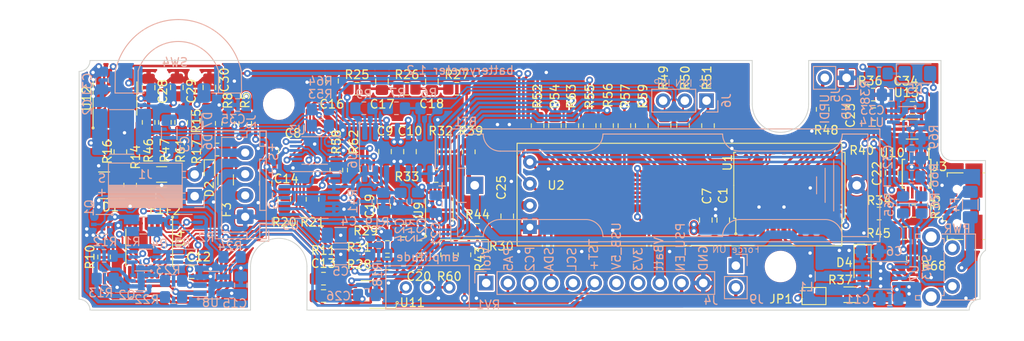
<source format=kicad_pcb>
(kicad_pcb (version 20211014) (generator pcbnew)
  (title_block (rev "1.2") (comment 4 "AISLER Project ID: OJNCQSRD"))
  (layers (0 "F.Cu" signal) (1 "In1.Cu" power) (2 "In2.Cu" power) (31 "B.Cu" signal) (34 "B.Paste" user) (35 "F.Paste" user) (36 "B.SilkS" user "B.Silkscreen") (37 "F.SilkS" user "F.Silkscreen") (38 "B.Mask" user) (39 "F.Mask" user) (44 "Edge.Cuts" user))
  (net 0 "")
  (net 1 "/PSU_EN")
  (net 2 "Net-(C24-Pad1)")
  (net 3 "Net-(C27-Pad1)")
  (net 4 "/BTN1")
  (net 5 "/BTN2")
  (net 6 "/PWR_ON")
  (net 7 "+5V")
  (net 8 "/PWR_longpress")
  (net 9 "/5V_IN")
  (net 10 "Net-(J5-Pad2)")
  (net 11 "Net-(R34-Pad1)")
  (net 12 "/RXD")
  (net 13 "Net-(R35-Pad1)")
  (net 14 "/TXD")
  (net 15 "Net-(R39-Pad2)")
  (net 16 "Net-(R40-Pad2)")
  (net 17 "Net-(R43-Pad2)")
  (net 18 "Net-(R45-Pad1)")
  (net 19 "Net-(R48-Pad1)")
  (net 20 "/ADCP")
  (net 21 "/ADCN")
  (net 22 "Net-(R51-Pad1)")
  (net 23 "Net-(R52-Pad1)")
  (net 24 "/Vbatt")
  (net 25 "GND")
  (net 26 "/RAW_SENSE+")
  (net 27 "/SENSE+")
  (net 28 "/SENSE-")
  (net 29 "/RAW_SENSE-")
  (net 30 "/REF-")
  (net 31 "/RAW_REF-")
  (net 32 "/REF+")
  (net 33 "Net-(C13-Pad1)")
  (net 34 "TEST+")
  (net 35 "Net-(C13-Pad2)")
  (net 36 "Net-(F1-Pad1)")
  (net 37 "Net-(F2-Pad1)")
  (net 38 "Net-(Q1-Pad2)")
  (net 39 "Net-(F2-Pad2)")
  (net 40 "/EN_100mA")
  (net 41 "/EN_10mA")
  (net 42 "Net-(Q2-Pad3)")
  (net 43 "/EN_1mA")
  (net 44 "Net-(F3-Pad1)")
  (net 45 "Net-(F3-Pad2)")
  (net 46 "Net-(Q1-Pad1)")
  (net 47 "Net-(Q1-Pad3)")
  (net 48 "Net-(Q2-Pad6)")
  (net 49 "Net-(R1-Pad2)")
  (net 50 "Net-(R2-Pad4)")
  (net 51 "Net-(R1-Pad3)")
  (net 52 "Net-(R1-Pad4)")
  (net 53 "Net-(R2-Pad2)")
  (net 54 "Net-(R2-Pad3)")
  (net 55 "Net-(R3-Pad2)")
  (net 56 "Net-(R3-Pad3)")
  (net 57 "Net-(R4-Pad2)")
  (net 58 "+3V3")
  (net 59 "Net-(R4-Pad3)")
  (net 60 "Net-(L1-Pad2)")
  (net 61 "Net-(R20-Pad2)")
  (net 62 "GNDA")
  (net 63 "Net-(R21-Pad2)")
  (net 64 "Net-(C16-Pad1)")
  (net 65 "/REF_SW_B")
  (net 66 "/REF_SW_A")
  (net 67 "/SHORT_DISABLE")
  (net 68 "/PC2")
  (net 69 "Net-(C19-Pad1)")
  (net 70 "Net-(R54-Pad1)")
  (net 71 "Net-(R56-Pad2)")
  (net 72 "Net-(R6-Pad1)")
  (net 73 "Net-(C20-Pad2)")
  (net 74 "Net-(R7-Pad1)")
  (net 75 "/ADC_INP")
  (net 76 "/AMP_INP")
  (net 77 "/AMP_INN")
  (net 78 "/ADC_INN")
  (net 79 "Net-(R57-Pad2)")
  (net 80 "/SIGNAL_OUT")
  (net 81 "Net-(R31-Pad2)")
  (net 82 "Net-(R32-Pad1)")
  (net 84 "/CPU_PWR_ON")
  (net 85 "Net-(R59-Pad2)")
  (net 86 "Net-(R24-Pad2)")
  (net 87 "Net-(R60-Pad1)")
  (net 88 "Net-(C17-Pad1)")
  (net 89 "Net-(C18-Pad1)")
  (net 90 "/ADC_IN_SW")
  (net 91 "/SHORT_SW")
  (net 92 "/VtoI_IN")
  (net 93 "/SDA")
  (net 94 "/OUT_SW")
  (net 95 "/SCL")
  (net 96 "/ADC_DC")
  (net 101 "Net-(R60-Pad2)")
  (net 102 "/BTN3")
  (net 103 "/PA5")
  (net 104 "Net-(D5-Pad1)")
  (net 105 "/UD-")
  (net 106 "/UD+")
  (net 107 "unconnected-(J3-Pad6)")
  (net 108 "/RAW_REF+")
  (net 109 "Net-(R55-Pad1)")
  (net 110 "Net-(R63-Pad1)")
  (net 111 "Net-(R38-Pad1)")
  (net 112 "Net-(R53-Pad2)")
  (net 113 "Net-(R58-Pad2)")
  (net 114 "Net-(R62-Pad2)")
  (net 115 "Net-(R64-Pad2)")
  (net 116 "Net-(R65-Pad1)")
  (net 117 "Net-(R67-Pad2)")
  (net 118 "Net-(U13-Pad4)")
  (net 119 "Net-(D4-Pad2)")
  (net 120 "Net-(R37-Pad2)")
  (footprint "Package_TO_SOT_SMD:SOT-353_SC-70-5_Handsoldering" (layer "F.Cu") (at 161.604 69.6318)
    (fp_text reference "U13")
    (fp_text value "74AUP1G02")
  )
  (footprint "Capacitor_SMD:C_0805_2012Metric_Pad1.18x1.45mm_HandSolder" (layer "F.Cu") (at 139.4968 80.264 90)
    (fp_text reference "C1")
    (fp_text value "100nF")
  )
  (footprint "Package_TO_SOT_SMD:SOT-23" (layer "F.Cu") (at 67.056 76.2 180)
    (fp_text reference "D1")
    (fp_text value "MMBZ20VAL,215")
  )
  (footprint "Resistor_SMD:R_0805_2012Metric_Pad1.20x1.40mm_HandSolder" (layer "F.Cu") (at 91.44 77.835 90)
    (fp_text reference "R21")
    (fp_text value "47")
  )
  (footprint "MountingHole:MountingHole_3.2mm_M3_ISO14580" (layer "F.Cu") (at 146.19 85.7)
    (fp_text reference "H2")
    (fp_text value "MountingHole")
  )
  (footprint "Capacitor_SMD:C_0805_2012Metric_Pad1.18x1.45mm_HandSolder" (layer "F.Cu") (at 105.41 64.008 90)
    (fp_text reference "C18")
    (fp_text value "10nF")
  )
  (footprint "Jumper:SolderJumper-2_P1.3mm_Bridged_Pad1.0x1.5mm" (layer "F.Cu") (at 150.114 89.154 180)
    (fp_text reference "JP1")
    (fp_text value "Jumper_2_Bridged")
  )
  (footprint "Capacitor_SMD:C_0805_2012Metric_Pad1.18x1.45mm_HandSolder" (layer "F.Cu") (at 104.013 85.344 180)
    (fp_text reference "C20")
    (fp_text value "1uF")
  )
  (footprint "Resistor_SMD:R_0805_2012Metric_Pad1.20x1.40mm_HandSolder" (layer "F.Cu") (at 123.870939 69.215 90)
    (fp_text reference "R55")
    (fp_text value "0")
  )
  (footprint "Resistor_SMD:R_0805_2012Metric_Pad1.20x1.40mm_HandSolder" (layer "F.Cu") (at 132.633939 69.215 90)
    (fp_text reference "R49")
    (fp_text value "0")
  )
  (footprint "Resistor_SMD:R_0805_2012Metric_Pad1.20x1.40mm_HandSolder" (layer "F.Cu") (at 125.902939 69.215 -90)
    (fp_text reference "R56")
    (fp_text value "0")
  )
  (footprint "Resistor_SMD:R_0805_2012Metric_Pad1.20x1.40mm_HandSolder" (layer "F.Cu") (at 157.0642 70.0278 180)
    (fp_text reference "R40")
    (fp_text value "1k")
  )
  (footprint "Resistor_SMD:R_0805_2012Metric_Pad1.20x1.40mm_HandSolder" (layer "F.Cu") (at 119.806939 69.215 90)
    (fp_text reference "R54")
    (fp_text value "0")
  )
  (footprint "Resistor_SMD:R_0805_2012Metric_Pad1.20x1.40mm_HandSolder" (layer "F.Cu") (at 109.22 84.328 90)
    (fp_text reference "R43")
    (fp_text value "9M1 1%")
  )
  (footprint "Resistor_SMD:R_0805_2012Metric_Pad1.20x1.40mm_HandSolder" (layer "F.Cu") (at 109.728 72.279 90)
    (fp_text reference "R39")
    (fp_text value "1M")
  )
  (footprint "Resistor_SMD:R_0805_2012Metric_Pad1.20x1.40mm_HandSolder" (layer "F.Cu") (at 100.203 83.4136 180)
    (fp_text reference "R31")
    (fp_text value "100k")
  )
  (footprint "MountingHole:MountingHole_3.2mm_M3_ISO14580" (layer "F.Cu") (at 87.49 66.7)
    (fp_text reference "H1")
    (fp_text value "MountingHole")
  )
  (footprint "Package_SO:MSOP-10_3x3mm_P0.5mm" (layer "F.Cu") (at 162.118 74.844 -90)
    (fp_text reference "U10")
    (fp_text value "CH340E")
  )
  (footprint "Capacitor_SMD:C_0805_2012Metric_Pad1.18x1.45mm_HandSolder" (layer "F.Cu") (at 92.7315 89.154 180)
    (fp_text reference "C13")
    (fp_text value "100pF")
  )
  (footprint "Package_SO:VSSOP-8_3.0x3.0mm_P0.65mm" (layer "F.Cu") (at 98.13 88.971 180)
    (fp_text reference "U11")
    (fp_text value "TLV9062xD")
  )
  (footprint "Capacitor_SMD:C_0805_2012Metric_Pad1.18x1.45mm_HandSolder" (layer "F.Cu") (at 99.568 64.008 90)
    (fp_text reference "C17")
    (fp_text value "10nF")
  )
  (footprint "Capacitor_SMD:C_0805_2012Metric_Pad1.18x1.45mm_HandSolder" (layer "F.Cu") (at 114.2238 79.8068 -90)
    (fp_text reference "C25")
    (fp_text value "10uF")
  )
  (footprint "Package_SO:SOIC-8_3.9x4.9mm_P1.27mm" (layer "F.Cu") (at 68.326 66.04 90)
    (fp_text reference "U12")
    (fp_text value "PCA9536D")
  )
  (footprint "mylib:I2C_OLED_128x32" (layer "F.Cu") (at 122.473939 76.2)
    (fp_text reference "U2")
    (fp_text value "I2C_OLED_128x32")
  )
  (footprint "Resistor_SMD:R_0805_2012Metric_Pad1.20x1.40mm_HandSolder" (layer "F.Cu") (at 121.838939 69.215 90)
    (fp_text reference "R63")
    (fp_text value "0")
  )
  (footprint "Resistor_SMD:R_0805_2012Metric_Pad1.20x1.40mm_HandSolder" (layer "F.Cu") (at 96.266 74.406 -90)
    (fp_text reference "R62")
    (fp_text value "120")
  )
  (footprint "Fuse:Fuse_1206_3216Metric_Pad1.42x1.75mm_HandSolder" (layer "F.Cu") (at 73.787 74.93 180)
    (fp_text reference "F2")
    (fp_text value "PTC 100mA")
  )
  (footprint "Resistor_SMD:R_0805_2012Metric_Pad1.20x1.40mm_HandSolder" (layer "F.Cu") (at 108.331 64.897)
    (fp_text reference "R27")
    (fp_text value "47k")
  )
  (footprint "Capacitor_SMD:C_0805_2012Metric_Pad1.18x1.45mm_HandSolder" (layer "F.Cu") (at 93.726 63.9865 90)
    (fp_text reference "C16")
    (fp_text value "10nF")
  )
  (footprint "Resistor_SMD:R_0805_2012Metric_Pad1.20x1.40mm_HandSolder" (layer "F.Cu") (at 161.798 79.202816 180)
    (fp_text reference "R35")
    (fp_text value "1k")
  )
  (footprint "Resistor_SMD:R_0805_2012Metric_Pad1.20x1.40mm_HandSolder" (layer "F.Cu") (at 134.792939 69.215 90)
    (fp_text reference "R50")
    (fp_text value "0")
  )
  (footprint "Resistor_SMD:R_0805_2012Metric_Pad1.20x1.40mm_HandSolder" (layer "F.Cu") (at 129.966939 69.215 -90)
    (fp_text reference "R59")
    (fp_text value "0")
  )
  (footprint "Resistor_SMD:R_0805_2012Metric_Pad1.20x1.40mm_HandSolder" (layer "F.Cu") (at 92.726 87.122 180)
    (fp_text reference "R11")
    (fp_text value "10k")
  )
  (footprint "Resistor_SMD:R_0805_2012Metric_Pad1.20x1.40mm_HandSolder" (layer "F.Cu") (at 88.138 77.851 90)
    (fp_text reference "R20")
    (fp_text value "47")
  )
  (footprint "mylib:USB_Micro-B_mine" (layer "F.Cu") (at 167.5113 78.6412 90)
    (fp_text reference "J3")
    (fp_text value "USB_B_Micro")
  )
  (footprint "Capacitor_SMD:C_0805_2012Metric_Pad1.18x1.45mm_HandSolder" (layer "F.Cu") (at 79.375 64.7485 90)
    (fp_text reference "C30")
    (fp_text value "10nF")
  )
  (footprint "Capacitor_SMD:C_0805_2012Metric_Pad1.18x1.45mm_HandSolder" (layer "F.Cu") (at 161.6417 67.1322 180)
    (fp_text reference "C34")
    (fp_text value "100nF")
  )
  (footprint "Capacitor_SMD:C_0805_2012Metric_Pad1.18x1.45mm_HandSolder" (layer "F.Cu") (at 99.822 78.6384 90)
    (fp_text reference "C19")
    (fp_text value "10nF")
  )
  (footprint "Capacitor_SMD:C_0805_2012Metric_Pad1.18x1.45mm_HandSolder" (layer "F.Cu") (at 157.0642 67.8688 180)
    (fp_text reference "C23")
    (fp_text value "100nF")
  )
  (footprint "Resistor_SMD:R_1206_3216Metric_Pad1.30x1.75mm_HandSolder" (layer "F.Cu") (at 154.3304 89.0016 180)
    (fp_text reference "R37")
    (fp_text value "100")
  )
  (footprint "Resistor_SMD:R_0805_2012Metric_Pad1.20x1.40mm_HandSolder" (layer "F.Cu") (at 157.0642 65.5828 180)
    (fp_text reference "R36")
    (fp_text value "47k")
  )
  (footprint "Resistor_SMD:R_0805_2012Metric_Pad1.20x1.40mm_HandSolder" (layer "F.Cu") (at 151.13 67.31 90)
    (fp_text reference "R48")
    (fp_text value "4k7")
  )
  (footprint "Diode_SMD:D_SOD-523" (layer "F.Cu") (at 79.375 74.36 -90)
    (fp_text reference "D2")
    (fp_text value "VESD03C1-02V")
  )
  (footprint "Resistor_SMD:R_0805_2012Metric_Pad1.20x1.40mm_HandSolder" (layer "F.Cu") (at 110.728 81.407 180)
    (fp_text reference "R44")
    (fp_text value "1M 1%")
  )
  (footprint "Resistor_SMD:R_0805_2012Metric_Pad1.20x1.40mm_HandSolder" (layer "F.Cu") (at 157.734 79.502 180)
    (fp_text reference "R34")
    (fp_text value "1k")
  )
  (footprint "Resistor_SMD:R_0805_2012Metric_Pad1.20x1.40mm_HandSolder" (layer "F.Cu") (at 74.168 68.834 90)
    (fp_text reference "R47")
    (fp_text value "10k")
  )
  (footprint "Resistor_SMD:R_0805_2012Metric_Pad1.20x1.40mm_HandSolder" (layer "F.Cu") (at 67.056 84.582 90)
    (fp_text reference "R10")
    (fp_text value "220")
  )
  (footprint "Resistor_SMD:R_0805_2012Metric_Pad1.20x1.40mm_HandSolder" (layer "F.Cu") (at 94.234 74.422 -90)
    (fp_text reference "R58")
    (fp_text value "120")
  )
  (footprint "Resistor_SMD:R_0805_2012Metric_Pad1.20x1.40mm_HandSolder" (layer "F.Cu") (at 127.934939 69.215 -90)
    (fp_text reference "R57")
    (fp_text value "0")
  )
  (footprint "Capacitor_SMD:C_0805_2012Metric_Pad1.18x1.45mm_HandSolder" (layer "F.Cu") (at 85.9536 75.946 -90)
    (fp_text reference "C14")
    (fp_text value "100nF")
  )
  (footprint "Resistor_SMD:R_0805_2012Metric_Pad1.20x1.40mm_HandSolder" (layer "F.Cu") (at 68.961 72.263 90)
    (fp_text reference "R16")
    (fp_text value "270")
  )
  (footprint "Resistor_SMD:R_0805_2012Metric_Pad1.20x1.40mm_HandSolder" (layer "F.Cu") (at 106.807 72.263 90)
    (fp_text reference "R32")
    (fp_text value "82k")
  )
  (footprint "Capacitor_SMD:C_0805_2012Metric_Pad1.18x1.45mm_HandSolder" (layer "F.Cu") (at 137.459939 80.264 90)
    (fp_text reference "C7")
    (fp_text value "10uF")
  )
  (footprint "Capacitor_SMD:C_0805_2012Metric_Pad1.18x1.45mm_HandSolder" (layer "F.Cu") (at 77.3215 86.36)
    (fp_text reference "C12")
    (fp_text value "100nF")
  )
  (footprint "Resistor_SMD:R_0805_2012Metric_Pad1.20x1.40mm_HandSolder" (layer "F.Cu") (at 81.5848 68.9516 -90)
    (fp_text reference "R8")
    (fp_text value "10M")
  )
  (footprint "Fuse:Fuse_1206_3216Metric_Pad1.42x1.75mm_HandSolder" (layer "F.Cu") (at 73.787 77.343 180)
    (fp_text reference "F1")
    (fp_text value "PTC 100mA")
  )
  (footprint "Resistor_SMD:R_0805_2012Metric_Pad1.20x1.40mm_HandSolder" (layer "F.Cu") (at 102.108 81.5086 180)
    (fp_text reference "R29")
    (fp_text value "100k")
  )
  (footprint "Resistor_SMD:R_0805_2012Metric_Pad1.20x1.40mm_HandSolder" (layer "F.Cu") (at 105.902 75.1078)
    (fp_text reference "R33")
    (fp_text value "15k")
  )
  (footprint "Resistor_SMD:R_0805_2012Metric_Pad1.20x1.40mm_HandSolder" (layer "F.Cu") (at 100.203 85.344 180)
    (fp_text reference "R28")
    (fp_text value "100k")
  )
  (footprint "Resistor_SMD:R_0805_2012Metric_Pad1.20x1.40mm_HandSolder" (layer "F.Cu") (at 104.013 83.4136 180)
    (fp_text reference "R30")
    (fp_text value "8k2")
  )
  (footprint "Capacitor_SMD:C_0805_2012Metric_Pad1.18x1.45mm_HandSolder" (layer "F.Cu") (at 159.2072 74.7483 90)
    (fp_text reference "C22")
    (fp_text value "100nF")
  )
  (footprint "Capacitor_SMD:C_0805_2012Metric_Pad1.18x1.45mm_HandSolder" (layer "F.Cu") (at 75.565 64.7485 90)
    (fp_text reference "C29")
    (fp_text value "10nF")
  )
  (footprint "Resistor_SMD:R_0805_2012Metric_Pad1.20x1.40mm_HandSolder" (layer "F.Cu") (at 107.188 84.328 -90)
    (fp_text reference "R60")
    (fp_text value "100k")
  )
  (footprint "Capacitor_SMD:C_0805_2012Metric_Pad1.18x1.45mm_HandSolder" (layer "F.Cu") (at 99.9236 72.252 -90)
    (fp_text reference "C9")
    (fp_text value "10uF")
  )
  (footprint "Capacitor_SMD:C_0805_2012Metric_Pad1.18x1.45mm_HandSolder" (layer "F.Cu") (at 86.741 72.136 90)
    (fp_text reference "C8")
    (fp_text value "100nF")
  )
  (footprint "Package_SO:TSSOP-16_4.4x5mm_P0.65mm" (layer "F.Cu") (at 72.334 83.5075 -90)
    (fp_text reference "U4")
    (fp_text value "DG4052EEQ-T1-GE3")
  )
  (footprint "Package_SO:SOIC-20W_7.5x12.8mm_P1.27mm" (layer "F.Cu") (at 147.238939 76.2 90)
    (fp_text reference "U1")
    (fp_text value "ATtiny3226-SU")
  )
  (footprint "Resistor_SMD:R_0805_2012Metric_Pad1.20x1.40mm_HandSolder" (layer "F.Cu") (at 80.264 72.009 180)
    (fp_text reference "R17")
    (fp_text value "270")
  )
  (footprint "Capacitor_SMD:C_0805_2012Metric_Pad1.18x1.45mm_HandSolder" (layer "F.Cu") (at 102.8446 72.2575 -90)
    (fp_text reference "C10")
    (fp_text value "100nF")
  )
  (footprint "Resistor_SMD:R_0805_2012Metric_Pad1.20x1.40mm_HandSolder" (layer "F.Cu") (at 137.713939 69.215 90)
    (fp_text reference "R51")
    (fp_text value "0")
  )
  (footprint "Resistor_SMD:R_0805_2012Metric_Pad1.20x1.40mm_HandSolder" (layer "F.Cu") (at 96.647 64.897)
    (fp_text reference "R25")
    (fp_text value "47k")
  )
  (footprint "Resistor_SMD:R_0805_2012Metric_Pad1.20x1.40mm_HandSolder" (layer "F.Cu") (at 70.104 76.184 -90)
    (fp_text reference "R14")
    (fp_text value "1M")
  )
  (footprint "Resistor_SMD:R_0805_2012Metric_Pad1.20x1.40mm_HandSolder" (layer "F.Cu") (at 161.671 84.709 90)
    (fp_text reference "R68")
    (fp_text value "100k")
  )
  (footprint "Diode_SMD:D_SOD-123" (layer "F.Cu") (at 155.8036 85.3684 -90)
    (fp_text reference "D4")
    (fp_text value "1N4148")
  )
  (footprint "Resistor_SMD:R_0805_2012Metric_Pad1.20x1.40mm_HandSolder" (layer "F.Cu") (at 72.263 68.834 90)
    (fp_text reference "R46")
    (fp_text value "10k")
  )
  (footprint "Fuse:Fuse_1206_3216Metric_Pad1.42x1.75mm_HandSolder" (layer "F.Cu") (at 81.28 75.565 90)
    (fp_text reference "F3")
    (fp_text value "PTC 100mA")
  )
  (footprint "Resistor_SMD:R_0805_2012Metric_Pad1.20x1.40mm_HandSolder" (layer "F.Cu") (at 76.073 68.834 90)
    (fp_text reference "R61")
    (fp_text value "10k")
  )
  (footprint "Resistor_SMD:R_0805_2012Metric_Pad1.20x1.40mm_HandSolder" (layer "F.Cu") (at 102.489 64.897)
    (fp_text reference "R26")
    (fp_text value "47k")
  )
  (footprint "Package_SO:VSSOP-10_3x3mm_P0.5mm" (layer "F.Cu") (at 106.2736 79.248 90)
    (fp_text reference "U9")
    (fp_text value "MAX4636EUB+")
  )
  (footprint "Resistor_SMD:R_0805_2012Metric_Pad1.20x1.40mm_HandSolder" (layer "F.Cu") (at 160.782 81.788 180)
    (fp_text reference "R45")
    (fp_text value "100k")
  )
  (footprint "Resistor_SMD:R_0805_2012Metric_Pad1.20x1.40mm_HandSolder" (layer "F.Cu") (at 117.774939 69.215 90)
    (fp_text reference "R52")
    (fp_text value "0")
  )
  (footprint "Resistor_SMD:R_0805_2012Metric_Pad1.20x1.40mm_HandSolder" (layer "F.Cu") (at 83.566 68.9516 90)
    (fp_text reference "R5")
    (fp_text value "10M")
  )
  (footprint "Capacitor_SMD:C_0805_2012Metric_Pad1.18x1.45mm_HandSolder" (layer "F.Cu") (at 72.263 64.77 90)
    (fp_text reference "C28")
    (fp_text value "10nF")
  )
  (footprint "Resistor_SMD:R_0805_2012Metric_Pad1.20x1.40mm_HandSolder" (layer "F.Cu") (at 79.3496 68.9516 90)
    (fp_text reference "R15")
    (fp_text value "1M")
  )
  (footprint "Package_TO_SOT_SMD:SOT-363_SC-70-6" (layer "B.Cu") (at 71.374 87.376 180)
    (fp_text reference "Q2")
    (fp_text value "DMN62D0UDW-13")
  )
  (footprint "Fuse:Fuse_1206_3216Metric_Pad1.42x1.75mm_HandSolder" (layer "B.Cu") (at 168.402 78.4495 90)
    (fp_text reference "F4")
    (fp_text value "Polyfuse")
  )
  (footprint "mylib:L_Coilcraft_LPS4018" (layer "B.Cu") (at 152.3238 86.855 -90)
    (fp_text reference "L1")
    (fp_text value "4.7uH Shld")
  )
  (footprint "Capacitor_SMD:C_1206_3216Metric_Pad1.33x1.80mm_HandSolder" (layer "B.Cu") (at 94.742 84.582)
    (fp_text reference "C5")
    (fp_text value "100uF 6.3V")
  )
  (footprint "Capacitor_SMD:C_0805_2012Metric_Pad1.18x1.45mm_HandSolder" (layer "B.Cu") (at 66.802 63.9318 -90)
    (fp_text reference "C31")
    (fp_text value "100nF")
  )
  (footprint "Resistor_SMD:R_0805_2012Metric_Pad1.20x1.40mm_HandSolder" (layer "B.Cu") (at 67.056 84.455 180)
    (fp_text reference "R12")
    (fp_text value "470")
  )
  (footprint "Resistor_SMD:R_0805_2012Metric_Pad1.20x1.40mm_HandSolder" (layer "B.Cu") (at 92.3544 67.31)
    (fp_text reference "R64")
    (fp_text value "68")
  )
  (footprint "mylib:SW_SLLB510100_handsolder" (layer "B.Cu") (at 75.74 64.305 180)
    (fp_text reference "SW4")
    (fp_text value "SW_SLLB5")
  )
  (footprint "Capacitor_SMD:C_0805_2012Metric_Pad1.18x1.45mm_HandSolder" (layer "B.Cu") (at 105.8672 78.4137 -90)
    (fp_text reference "C21")
    (fp_text value "100nF")
  )
  (footprint "mylib:Potentiometer_Bourns_PV36W_Vertical" (layer "B.Cu") (at 107.442 88.138)
    (fp_text reference "RV1")
    (fp_text value "1M")
  )
  (footprint "Package_TO_SOT_SMD:SOT-363_SC-70-6" (layer "B.Cu") (at 66.802 80.772 180)
    (fp_text reference "Q1")
    (fp_text value "DMN62D0UDW-13")
  )
  (footprint "Diode_SMD:D_SOD-523" (layer "B.Cu") (at 77.8764 68.5404 90)
    (fp_text reference "D7")
    (fp_text value "VESD03C1-02V")
  )
  (footprint "Capacitor_SMD:C_0805_2012Metric_Pad1.18x1.45mm_HandSolder" (layer "B.Cu") (at 161.5815 73.025)
    (fp_text reference "C32")
    (fp_text value "10uF")
  )
  (footprint "Capacitor_SMD:C_1206_3216Metric_Pad1.33x1.80mm_HandSolder" (layer "B.Cu") (at 94.742 82.042)
    (fp_text reference "C4")
    (fp_text value "100uF 6.3V")
  )
  (footprint "Capacitor_SMD:C_0805_2012Metric_Pad1.18x1.45mm_HandSolder" (layer "B.Cu") (at 97.8115 89.027)
    (fp_text reference "C26")
    (fp_text value "100nF")
  )
  (footprint "Resistor_SMD:R_0805_2012Metric_Pad1.20x1.40mm_HandSolder" (layer "B.Cu") (at 75.184 89.281)
    (fp_text reference "R22")
    (fp_text value "0")
  )
  (footprint "Capacitor_SMD:C_0805_2012Metric_Pad1.18x1.45mm_HandSolder" (layer "B.Cu") (at 159.1056 65.6082 180)
    (fp_text reference "C33")
    (fp_text value "100nF")
  )
  (footprint "Resistor_SMD:R_0805_2012Metric_Pad1.20x1.40mm_HandSolder" (layer "B.Cu") (at 99.187 84.328)
    (fp_text reference "R18")
    (fp_text value "10M")
  )
  (footprint "Package_TO_SOT_SMD:SOT-23-5_HandSoldering" (layer "B.Cu") (at 79.629 87.884)
    (fp_text reference "U8")
    (fp_text value "74AHC1G08")
  )
  (footprint "mylib:R_Shunt_Ohmite_LVK12_ALT" (layer "B.Cu") (at 71.628 80.899 -90)
    (fp_text reference "R1")
    (fp_text value "50mOhm precision")
  )
  (footprint "Connector_PinHeader_2.54mm:PinHeader_1x11_P2.54mm_Vertical" (layer "B.Cu") (at 111.76 87.63 -90)
    (fp_text reference "J4")
    (fp_text value "Conn_01x11_Male")
  )
  (footprint "Capacitor_SMD:C_0805_2012Metric_Pad1.18x1.45mm_HandSolder" (layer "B.Cu") (at 156.6633 83.947)
    (fp_text reference "C6")
    (fp_text value "10uF")
  )
  (footprint "Package_SO:SOIC-14_3.9x8.7mm_P1.27mm" (layer "B.Cu") (at 101.3714 72.3685 -90)
    (fp_text reference "U6")
    (fp_text value "OPA4388ID")
  )
  (footprint "Capacitor_SMD:C_0805_2012Metric_Pad1.18x1.45mm_HandSolder" (layer "B.Cu") (at 83.058 87.884 90)
    (fp_text reference "C15")
    (fp_text value "100nF")
  )
  (footprint "Package_SO:MSOP-8_3x3mm_P0.65mm" (layer "B.Cu") (at 157.9333 86.741 180)
    (fp_text reference "U7")
    (fp_text value "MCP1642B-33I/MS")
  )
  (footprint "Resistor_SMD:R_0805_2012Metric_Pad1.20x1.40mm_HandSolder" (layer "B.Cu") (at 101.2604 67.183)
    (fp_text reference "R7")
    (fp_text value "1k")
  )
  (footprint "Capacitor_SMD:C_0805_2012Metric_Pad1.18x1.45mm_HandSolder" (layer "B.Cu") (at 103.7844 78.0835 -90)
    (fp_text reference "C27")
    (fp_text value "33pF")
  )
  (footprint "Resistor_SMD:R_0805_2012Metric_Pad1.20x1.40mm_HandSolder" (layer "B.Cu") (at 82.026 84.582)
    (fp_text reference "R24")
    (fp_text value "0")
  )
  (footprint "Resistor_SMD:R_0805_2012Metric_Pad1.20x1.40mm_HandSolder" (layer "B.Cu") (at 97.6884 78.0835 -90)
    (fp_text reference "R41")
    (fp_text value "100k")
  )
  (footprint "Diode_SMD:D_SOD-523" (layer "B.Cu") (at 77.8764 71.312 -90)
    (fp_text reference "D6")
    (fp_text value "VESD03C1-02V")
  )
  (footprint "Resistor_SMD:R_0805_2012Metric_Pad1.20x1.40mm_HandSolder" (layer "B.Cu") (at 75.184 87.376)
    (fp_text reference "R23")
    (fp_text value "0")
  )
  (footprint "Resistor_SMD:R_0805_2012Metric_Pad1.20x1.40mm_HandSolder" (layer "B.Cu") (at 101.7524 78.0835 90)
    (fp_text reference "R42")
    (fp_text value "100k")
  )
  (footprint "mylib:R_1206_3216Metric_4Wire" (layer "B.Cu") (at 76.64075 80.518)
    (fp_text reference "R2")
    (fp_text value "0.5 Ohm precision")
  )
  (footprint "Resistor_SMD:R_0805_2012Metric_Pad1.20x1.40mm_HandSolder" (layer "B.Cu") (at 105.0704 67.183)
    (fp_text reference "R6")
    (fp_text value "100k")
  )
  (footprint "Resistor_SMD:R_0805_2012Metric_Pad1.20x1.40mm_HandSolder" (layer "B.Cu") (at 157.734 63.119)
    (fp_text reference "R38")
    (fp_text value "1k")
  )
  (footprint "Capacitor_SMD:C_0805_2012Metric_Pad1.18x1.45mm_HandSolder" (layer "B.Cu") (at 82.677 66.802 180)
    (fp_text reference "C35")
    (fp_text value "10uF")
  )
  (footprint "Resistor_SMD:R_0805_2012Metric_Pad1.20x1.40mm_HandSolder" (layer "B.Cu") (at 99.187 82.042 180)
    (fp_text reference "R19")
    (fp_text value "10M")
  )
  (footprint "Capacitor_SMD:C_1206_3216Metric_Pad1.33x1.80mm_HandSolder" (layer "B.Cu") (at 74.676 70.1425 90)
    (fp_text reference "C3")
    (fp_text value "100uF 6.3V")
  )
  (footprint "Resistor_SMD:R_0805_2012Metric_Pad1.20x1.40mm_HandSolder" (layer "B.Cu") (at 67.183 87.122)
    (fp_text reference "R13")
    (fp_text value "4k7")
  )
  (footprint "Package_SO:VSSOP-10_3x3mm_P0.5mm" (layer "B.Cu") (at 91.694 72.12 180)
    (fp_text reference "U3")
    (fp_text value "MAX4636EUB+")
  )
  (footprint "Resistor_SMD:R_0805_2012Metric_Pad1.20x1.40mm_HandSolder" (layer "B.Cu") (at 161.56 75.184)
    (fp_text reference "R66")
    (fp_text value "330k")
  )
  (footprint "Resistor_SMD:R_0805_2012Metric_Pad1.20x1.40mm_HandSolder" (layer "B.Cu") (at 161.5815 70.739)
    (fp_text reference "R69")
    (fp_text value "10M")
  )
  (footprint "Package_TO_SOT_SMD:SOT-353_SC-70-5_Handsoldering" (layer "B.Cu") (at 160.7312 68.1482 180)
    (fp_text reference "U14")
    (fp_text value "74AUP1G02")
  )
  (footprint "Capacitor_SMD:C_0805_2012Metric_Pad1.18x1.45mm_HandSolder" (layer "B.Cu") (at 158.9493 89.535 180)
    (fp_text reference "C11")
    (fp_text value "10uF")
  )
  (footprint "Capacitor_SMD:C_0805_2012Metric_Pad1.18x1.45mm_HandSolder" (layer "B.Cu") (at 99.7204 78.105 -90)
    (fp_text reference "C24")
    (fp_text value "1uF")
  )
  (footprint "LED_SMD:LED_1206_3216Metric_Pad1.42x1.75mm_HandSolder" (layer "B.Cu") (at 162.2155 63.119)
    (fp_text reference "D5")
    (fp_text value "LED")
  )
  (footprint "Resistor_SMD:R_0805_2012Metric_Pad1.20x1.40mm_HandSolder" (layer "B.Cu") (at 92.3544 69.215)
    (fp_text reference "R53")
    (fp_text value "68")
  )
  (footprint "Connector_PinHeader_2.54mm:PinHeader_1x02_P2.54mm_Vertical" (layer "B.Cu") (at 140.97 85.598 180)
    (fp_text reference "J9")
    (fp_text value "Conn_01x02_Male")
  )
  (footprint "Resistor_SMD:R_0805_2012Metric_Pad1.20x1.40mm_HandSolder" (layer "B.Cu") (at 160.528 78.486 -90)
    (fp_text reference "R65")
    (fp_text value "10k")
  )
  (footprint "Resistor_SMD:R_0805_2012Metric_Pad1.20x1.40mm_HandSolder" (layer "B.Cu") (at 162.687 78.486 -90)
    (fp_text reference "R67")
    (fp_text value "470k")
  )
  (footprint "Button_Switch_THT:SW_Tactile_SPST_Angled_PTS645Vx83-2LFS" (layer "B.Cu") (at 166.3125 88.011 90)
    (fp_text reference "SW3")
    (fp_text value "SW_Push")
  )
  (footprint "Connector_PinHeader_2.54mm:PinHeader_1x02_P2.54mm_Vertical" (layer "B.Cu") (at 153.924 63.627 90)
    (fp_text reference "J5")
    (fp_text value "Conn_01x02_Male")
  )
  (footprint "mylib:R_1206_3216Metric_4Wire" (layer "B.Cu") (at 71.882 84.582 180)
    (fp_text reference "R4")
    (fp_text value "45 Ohm precision")
  )
  (footprint "Battery:BatteryHolder_Keystone_2466_1xAAA" (layer "B.Cu") (at 110.420118 76.2)
    (fp_text reference "BT1")
    (fp_text value "Battery_Cell")
  )
  (footprint "Connector_PinHeader_2.54mm:PinHeader_1x03_P2.54mm_Vertical" (layer "B.Cu") (at 137.541 66.294 90)
    (fp_text reference "J6")
    (fp_text value "Conn_01x03_Male")
  )
  (footprint "mylib:R_1206_3216Metric_4Wire" (layer "B.Cu") (at 77.216 84.582 180)
    (fp_text reference "R3")
    (fp_text value "5 Ohm precision")
  )
  (footprint "Connector_PinSocket_2.54mm:PinSocket_1x02_P2.54mm_Horizontal" (layer "B.Cu") (at 77.654 77.47)
    (fp_text reference "J1")
    (fp_text value "Conn_01x02_Female")
  )
  (footprint "Connector_JST:JST_XH_B4B-XH-A_1x04_P2.50mm_Vertical" (layer "B.Cu") (at 83.566 79.883 90)
    (fp_text reference "J2")
    (fp_text value "Conn_01x04_Male")
  )
  (footprint "mylib:KCM55WC71E107MH13" (layer "B.Cu") (at 69.1134 69.9516)
    (fp_text reference "C2" hide)
    (fp_text value "100uF 25V")
  )
  (footprint "Package_SO:TSSOP-16_4.4x5mm_P0.65mm" (layer "B.Cu") (at 91.077756 77.332 180)
    (fp_text reference "U5")
    (fp_text value "DG4052EEQ-T1-GE3")
  )
  (footprint "Resistor_SMD:R_0805_2012Metric_Pad1.20x1.40mm_HandSolder" (layer "B.Cu") (at 97.4504 67.183 180)
    (fp_text reference "R9")
    (fp_text value "100k")
  )
  (gr_circle (center 96.9364 68.9185) (end 97.0634 68.9185) (layer "B.SilkS") (width 0.1) (fill none))
  (gr_circle (center 78.079 89.494) (end 78.206 89.494) (layer "B.SilkS") (width 0.1) (fill none))
  (gr_circle (center 72.574 86.216) (end 72.701 86.216) (layer "B.SilkS") (width 0.1) (fill none))
  (gr_circle (center 161.9312 66.9882) (end 162.0582 66.9882) (layer "B.SilkS") (width 0.1) (fill none))
  (gr_circle (center 68.002 79.612) (end 68.129 79.612) (layer "B.SilkS") (width 0.1) (fill none))
  (gr_circle (center 94.677756 74.597) (end 94.804756 74.597) (layer "B.SilkS") (width 0.1) (fill none))
  (gr_line (start 100.9904 80.3148) (end 100.6856 80.01) (layer "B.SilkS") (width 0.1))
  (gr_circle (center 94.619 70.51) (end 94.746 70.51) (layer "B.SilkS") (width 0.1) (fill none))
  (gr_circle (center 161.0615 85.131) (end 161.1885 85.131) (layer "B.SilkS") (width 0.1) (fill none))
  (gr_circle (center 101.346 89.916) (end 101.473 89.916) (layer "F.SilkS") (width 0.1) (fill none))
  (gr_circle (center 65.766 69.49) (end 65.893 69.49) (layer "F.SilkS") (width 0.1) (fill none))
  (gr_circle (center 160.404 68.4718) (end 160.531 68.4718) (layer "F.SilkS") (width 0.1) (fill none))
  (gr_circle (center 163.568 71.944) (end 163.695 71.944) (layer "F.SilkS") (width 0.1) (fill none))
  (gr_circle (center 75.069 79.9075) (end 75.196 79.9075) (layer "F.SilkS") (width 0.1) (fill none))
  (gr_circle (center 104.6636 82.173) (end 104.7906 82.173) (layer "F.SilkS") (width 0.1) (fill none))
  (gr_line (start 106.426 82.55) (end 105.918 83.058) (layer "F.SilkS") (width 0.1))
  (gr_line (start 101.346 90.043) (end 101.13 90.591) (layer "F.SilkS") (width 0.1))
  (gr_line (start 112.014 82.55) (end 106.426 82.55) (layer "F.SilkS") (width 0.1))
  (gr_circle (center 140.963939 81.875) (end 141.090939 81.875) (layer "F.SilkS") (width 0.1) (fill none))
  (gr_line (start 112.014 82.55) (end 112.014 84.074) (layer "F.SilkS") (width 0.1))
  (gr_line (start 142.89 66.7) (end 142.89 61.595) (layer "Edge.Cuts") (width 0.1))
  (gr_arc (start 166.243 73.3044) (mid 165.358692 72.918708) (end 164.973 72.0344) (layer "Edge.Cuts") (width 0.1))
  (gr_line (start 166.243 73.3044) (end 170.18 73.3044) (layer "Edge.Cuts") (width 0.1))
  (gr_line (start 84.19 85.7) (end 84.19 90.805) (layer "Edge.Cuts") (width 0.1))
  (gr_arc (start 65.405 61.595) (mid 65.033026 62.493026) (end 64.135 62.865) (layer "Edge.Cuts") (width 0.1))
  (gr_line (start 90.79 85.7) (end 90.79 90.805) (layer "Edge.Cuts") (width 0.1))
  (gr_line (start 169.545 89.535) (end 169.545 84.963) (layer "Edge.Cuts") (width 0.1))
  (gr_line (start 142.89 61.595) (end 65.405 61.595) (layer "Edge.Cuts") (width 0.1))
  (gr_arc (start 169.545 84.963) (mid 169.714409 84.309228) (end 170.179999 83.82) (layer "Edge.Cuts") (width 0.1))
  (gr_arc (start 84.19 85.7) (mid 87.49 82.4) (end 90.79 85.7) (layer "Edge.Cuts") (width 0.1))
  (gr_line (start 149.49 66.7) (end 149.49 61.595) (layer "Edge.Cuts") (width 0.1))
  (gr_line (start 170.179999 83.82) (end 170.18 73.3044) (layer "Edge.Cuts") (width 0.1))
  (gr_line (start 90.79 90.805) (end 168.275 90.805) (layer "Edge.Cuts") (width 0.1))
  (gr_line (start 164.973 72.0344) (end 164.973 61.595) (layer "Edge.Cuts") (width 0.1))
  (gr_line (start 149.49 61.595) (end 164.973 61.595) (layer "Edge.Cuts") (width 0.1))
  (gr_arc (start 149.49 66.7) (mid 146.19 70) (end 142.89 66.7) (layer "Edge.Cuts") (width 0.1))
  (gr_arc (start 168.275 90.805) (mid 168.646974 89.906974) (end 169.545 89.535) (layer "Edge.Cuts") (width 0.1))
  (gr_arc (start 64.135 89.535) (mid 65.033026 89.906974) (end 65.405 90.805) (layer "Edge.Cuts") (width 0.1))
  (gr_line (start 64.135 62.865) (end 64.135 89.535) (layer "Edge.Cuts") (width 0.1))
  (gr_line (start 65.405 90.805) (end 84.19 90.805) (layer "Edge.Cuts") (width 0.1))
  (gr_text "GND" (at 137.16 84.709 90) (layer "B.SilkS") (effects (font (size 1 1)) (justify mirror)))
  (gr_text "USB_5V" (at 127 83.312 90) (layer "B.SilkS") (effects (font (size 1 1)) (justify mirror)))
  (gr_text "UPDI" (at 151.384 65.405 90) (layer "B.SilkS") (effects (font (size 1 1)) (justify left mirror)))
  (gr_text "TST+" (at 124.333 84.328 90) (layer "B.SilkS") (effects (font (size 1 1)) (justify mirror)))
  (gr_text "Force ON" (at 140.97 83.693) (layer "B.SilkS") (effects (font (size 0.8 0.8) (thickness 0.1)) (justify mirror)))
  (gr_text "- S-  + S+" (at 86.8172 76.0984 270) (layer "B.SilkS") (effects (font (size 1 1)) (justify mirror)))
  (gr_text "PA5" (at 114.3762 84.8614 90) (layer "B.SilkS") (effects (font (size 1 1)) (justify mirror)))
  (gr_text "PWR" (at 166.878 81.28) (layer "B.SilkS") (effects (font (size 1 1)) (justify mirror)))
  (gr_text "SDA" (at 119.126 84.836 90) (layer "B.SilkS") (effects (font (size 1 1)) (justify mirror)))
  (gr_text "VtoI" (at 111.76 84.836 90) (layer "B.SilkS") (effects (font (size 1 1)) (justify mirror)))
  (gr_text "batterymeter 1.2" (at 108.712 62.738) (layer "B.SilkS") (effects (font (size 1 1)) (justify mirror)))
  (gr_text "PC2" (at 116.8908 84.8106 90) (layer "B.SilkS") (effects (font (size 1 1)) (justify mirror)))
  (gr_text "DC" (at 137.414 64.262) (layer "B.SilkS") (effects (font (size 0.8 0.8) (thickness 0.1)) (justify mirror)))
  (gr_text "amplitude" (at 104.902 84.582) (layer "B.SilkS") (effects (font (size 1 1)) (justify mirror)))
  (gr_text "PSU_EN" (at 134.493 83.439 90) (layer "B.SilkS") (effects (font (size 1 1)) (justify mirror)))
  (gr_text "INP" (at 132.334 64.262) (layer "B.SilkS") (effects (font (size 0.8 0.8) (thickness 0.1)) (justify mirror)))
  (gr_text "S\n+" (at 66.802 76.1746) (layer "B.SilkS") (effects (font (size 1 1)) (justify mirror)))
  (gr_text "SCL" (at 121.793 84.836 90) (layer "B.SilkS") (effects (font (size 1 1)) (justify mirror)))
  (gr_text "INN" (at 134.874 64.262) (layer "B.SilkS") (effects (font (size 0.8 0.8) (thickness 0.1)) (justify mirror)))
  (gr_text "GND" (at 153.924 65.405 90) (layer "B.SilkS") (effects (font (size 1 1)) (justify left mirror)))
  (gr_text "C2" (at 65.1002 67.056 90) (layer "B.SilkS") (effects (font (size 1 1)) (justify mirror)))
  (gr_text "VBatt" (at 131.953 84.201 90) (layer "B.SilkS") (effects (font (size 1 1)) (justify mirror)))
  (gr_text "3V3" (at 129.54 84.836 90) (layer "B.SilkS") (effects (font (size 1 1)) (justify mirror)))
  (segment (start 162.1536 87.4268) (end 162.1536 89.8652) (width 0.4) (layer "F.Cu") (net 1))
  (segment (start 159.0113 85.695019) (end 159.0113 85.7069) (width 0.4) (layer "F.Cu") (net 1))
  (segment (start 140.97 88.138) (end 140.97 90.17) (width 0.4) (layer "F.Cu") (net 1))
  (segment (start 134.62 89.535) (end 135.36352 90.27852) (width 0.4) (layer "F.Cu") (net 1))
  (segment (start 134.62 87.63) (end 134.62 89.535) (width 0.4) (layer "F.Cu") (net 1))
  (segment (start 161.74028 90.27852) (end 162.1536 89.8652) (width 0.4) (layer "F.Cu") (net 1))
  (segment (start 160.515889 87.211489) (end 161.938289 87.211489) (width 0.4) (layer "F.Cu") (net 1))
  (segment (start 135.36352 90.27852) (end 161.74028 90.27852) (width 0.4) (layer "F.Cu") (net 1))
  (segment (start 159.0113 85.7069) (end 160.515889 87.211489) (width 0.4) (layer "F.Cu") (net 1))
  (segment (start 161.938289 87.211489) (end 162.1536 87.4268) (width 0.4) (layer "F.Cu") (net 1))
  (via (at 159.0113 85.695019) (size 0.8) (drill 0.4) (layers "F.Cu" "B.Cu") (net 1))
  (segment (start 160.528 80.391) (end 161.42395 81.28695) (width 0.3) (layer "B.Cu") (net 1))
  (segment (start 161.1728 85.766) (end 161.328311 85.610489) (width 0.3) (layer "B.Cu") (net 1))
  (segment (start 160.0458 85.766) (end 161.1728 85.766) (width 0.3) (layer "B.Cu") (net 1))
  (segment (start 159.082281 85.766) (end 159.0113 85.695019) (width 0.3) (layer "B.Cu") (net 1))
  (segment (start 161.42395 85.51485) (end 161.3408 85.598) (width 0.3) (layer "B.Cu") (net 1))
  (segment (start 161.42395 81.28695) (end 161.42395 85.51485) (width 0.3) (layer "B.Cu") (net 1))
  (segment (start 160.0458 85.766) (end 159.082281 85.766) (width 0.3) (layer "B.Cu") (net 1))
  (segment (start 160.528 79.502) (end 160.528 80.391) (width 0.3) (layer "B.Cu") (net 1))
  (segment (start 100.1014 74.8435) (end 100.1014 76.6865) (width 0.4) (layer "B.Cu") (net 2))
  (segment (start 97.6884 77.0675) (end 101.7524 77.0675) (width 0.4) (layer "B.Cu") (net 2))
  (segment (start 104.8864 77.048) (end 104.2416 76.4032) (width 0.3) (layer "F.Cu") (net 3))
  (segment (start 104.8864 77.048) (end 105.242 77.048) (width 0.3) (layer "F.Cu") (net 3))
  (via (at 104.2416 76.4032) (size 0.8) (drill 0.4) (layers "F.Cu" "B.Cu") (net 3))
  (segment (start 102.6414 75.3261) (end 103.7693 76.454) (width 0.3) (layer "B.Cu") (net 3))
  (segment (start 103.7693 76.454) (end 103.7693 77.0128) (width 0.3) (layer "B.Cu") (net 3))
  (segment (start 103.7844 76.8604) (end 104.2416 76.4032) (width 0.3) (layer "B.Cu") (net 3))
  (segment (start 73.210559 65.024) (end 74.422 65.024) (width 0.4) (layer "F.Cu") (net 4))
  (segment (start 70.87832 65.405) (end 71.2251 65.05822) (width 0.4) (layer "F.Cu") (net 4))
  (segment (start 71.253161 65.086281) (end 71.281221 65.058221) (width 0.4) (layer "F.Cu") (net 4))
  (segment (start 66.421 67.183) (end 68.199 65.405) (width 0.4) (layer "F.Cu") (net 4))
  (segment (start 72.956559 64.77) (end 73.210559 65.024) (width 0.4) (layer "F.Cu") (net 4))
  (segment (start 76.68952 65.179461) (end 76.68952 66.392539) (width 0.4) (layer "F.Cu") (net 4))
  (segment (start 76.280059 64.77) (end 76.68952 65.179461) (width 0.4) (layer "F.Cu") (net 4))
  (segment (start 76.68952 65.179461) (end 78.768461 65.179461) (width 0.4) (layer "F.Cu") (net 4))
  (segment (start 76.68952 66.392539) (end 76.2 66.882059) (width 0.4) (layer "F.Cu") (net 4))
  (segment (start 71.315441 65.024) (end 71.569441 64.77) (width 0.4) (layer "F.Cu") (net 4))
  (segment (start 74.676 64.77) (end 76.280059 64.77) (width 0.4) (layer "F.Cu") (net 4))
  (segment (start 71.569441 64.77) (end 72.956559 64.77) (width 0.4) (layer "F.Cu") (net 4))
  (segment (start 76.2 66.882059) (end 76.2 67.818) (width 0.4) (layer "F.Cu") (net 4))
  (segment (start 68.199 65.405) (end 70.87832 65.405) (width 0.4) (layer "F.Cu") (net 4))
  (segment (start 66.421 68.707) (end 66.421 67.183) (width 0.4) (layer "F.Cu") (net 4))
  (segment (start 74.422 65.024) (end 74.676 64.77) (width 0.4) (layer "F.Cu") (net 4))
  (segment (start 78.866866 65.786) (end 77.925808 66.727058) (width 0.4) (layer "F.Cu") (net 4))
  (segment (start 78.768461 65.179461) (end 79.375 65.786) (width 0.4) (layer "F.Cu") (net 4))
  (segment (start 71.2251 65.05822) (end 71.253161 65.086281) (width 0.4) (layer "F.Cu") (net 4))
  (via (at 77.925808 66.727058) (size 0.8) (drill 0.4) (layers "F.Cu" "B.Cu") (net 4))
  (segment (start 77.925808 66.727058) (end 77.925808 66.092192) (width 0.4) (layer "B.Cu") (net 4))
  (segment (start 77.925808 66.092192) (end 78.74 65.278) (width 0.4) (layer "B.Cu") (net 4))
  (segment (start 68.58 66.04) (end 72.39 66.04) (width 0.4) (layer "F.Cu") (net 5))
  (segment (start 72.263 67.834) (end 72.263 65.913) (width 0.4) (layer "F.Cu") (net 5))
  (segment (start 67.691 68.515) (end 67.691 66.929) (width 0.4) (layer "F.Cu") (net 5))
  (segment (start 67.691 66.929) (end 68.58 66.04) (width 0.4) (layer "F.Cu") (net 5))
  (via (at 71.374 66.04) (size 0.8) (drill 0.4) (layers "F.Cu" "B.Cu") (net 5))
  (segment (start 71.374 66.04) (end 71.882 66.04) (width 0.4) (layer "B.Cu") (net 5))
  (segment (start 71.882 66.04) (end 72.644 65.278) (width 0.4) (layer "B.Cu") (net 5))
  (segment (start 158.0642 65.5828) (end 158.0642 68.0333) (width 0.3) (layer "F.Cu") (net 6))
  (segment (start 160.274 69.6318) (end 158.1808 69.6318) (width 0.3) (layer "F.Cu") (net 6))
  (segment (start 158.0642 70.0278) (end 158.0642 67.8754) (width 0.3) (layer "F.Cu") (net 6))
  (segment (start 148.4376 89.154) (end 148.1836 89.408) (width 0.5) (layer "F.Cu") (net 7))
  (segment (start 149.464 89.154) (end 148.4376 89.154) (width 0.5) (layer "F.Cu") (net 7))
  (via (at 148.209 89.408) (size 0.8) (drill 0.4) (layers "F.Cu" "B.Cu") (net 7))
  (via (at 167.386 85.852) (size 1) (drill 0.4) (layers "F.Cu" "B.Cu") (net 7))
  (segment (start 168.402 84.836) (end 168.402 80.01) (width 1) (layer "B.Cu") (net 7))
  (segment (start 167.386 85.852) (end 168.402 84.836) (width 1) (layer "B.Cu") (net 7))
  (segment (start 160.5788 75.1652) (end 160.5788 70.739) (width 0.3) (layer "B.Cu") (net 8))
  (segment (start 160.5815 70.739) (end 160.5815 68.628878) (width 0.3) (layer "B.Cu") (net 8))
  (segment (start 161.062178 68.1482) (end 162.0774 68.1482) (width 0.3) (layer "B.Cu") (net 8))
  (segment (start 160.5815 68.628878) (end 161.062178 68.1482) (width 0.3) (layer "B.Cu") (net 8))
  (segment (start 162.687 77.3176) (end 160.5534 75.184) (width 0.3) (layer "B.Cu") (net 8))
  (segment (start 165.1 80.391) (end 165.862 79.9592) (width 0.5) (layer "F.Cu") (net 9))
  (via (at 165.1 80.391) (size 0.8) (drill 0.4) (layers "F.Cu" "B.Cu") (net 9))
  (segment (start 165.1 80.391) (end 167.64 76.962) (width 0.5) (layer "B.Cu") (net 9))
  (segment (start 167.64 76.962) (end 168.402 76.962) (width 0.5) (layer "B.Cu") (net 9))
  (segment (start 151.13 66.31) (end 151.13 63.881) (width 0.4) (layer "F.Cu") (net 10))
  (segment (start 159.405609 78.70648) (end 160.018578 78.093511) (width 0.3) (layer "F.Cu") (net 11))
  (segment (start 159.405609 78.813739) (end 158.857259 79.362089) (width 0.3) (layer "F.Cu") (net 11))
  (segment (start 160.018578 78.093511) (end 162.117511 78.093511) (width 0.3) (layer "F.Cu") (net 11))
  (segment (start 159.405609 78.70648) (end 159.405609 78.813739) (width 0.3) (layer "F.Cu") (net 11))
  (segment (start 162.117511 78.093511) (end 162.117511 76.962) (width 0.3) (layer "F.Cu") (net 11))
  (segment (start 154.212337 79.502) (end 156.734 79.502) (width 0.3) (layer "F.Cu") (net 12))
  (segment (start 153.458816 78.74848) (end 151.294459 78.74848) (width 0.3) (layer "F.Cu") (net 12))
  (segment (start 150.540939 79.502) (end 150.540939 81.026) (width 0.3) (layer "F.Cu") (net 12))
  (segment (start 151.294459 78.74848) (end 150.540939 79.502) (width 0.3) (layer "F.Cu") (net 12))
  (segment (start 154.212337 79.502) (end 153.458816 78.74848) (width 0.3) (layer "F.Cu") (net 12))
  (segment (start 162.618 77.044) (end 162.618 79.006816) (width 0.3) (layer "F.Cu") (net 13))
  (segment (start 151.810939 79.756) (end 151.810939 80.772) (width 0.3) (layer "F.Cu") (net 14))
  (segment (start 154.59245 80.588541) (end 157.365489 80.588541) (width 0.3) (layer "F.Cu") (net 14))
  (segment (start 154.59245 80.588541) (end 153.251909 79.248) (width 0.3) (layer "F.Cu") (net 14))
  (segment (start 153.251909 79.248) (end 152.318939 79.248) (width 0.3) (layer "F.Cu") (net 14))
  (segment (start 158.135671 80.55152) (end 158.11464 80.530489) (width 0.3) (layer "F.Cu") (net 14))
  (segment (start 157.423541 80.530489) (end 157.365489 80.588541) (width 0.3) (layer "F.Cu") (net 14))
  (segment (start 160.798 79.756) (end 160.00248 80.55152) (width 0.3) (layer "F.Cu") (net 14))
  (segment (start 158.11464 80.530489) (end 157.423541 80.530489) (width 0.3) (layer "F.Cu") (net 14))
  (segment (start 152.318939 79.248) (end 151.810939 79.756) (width 0.3) (layer "F.Cu") (net 14))
  (segment (start 160.00248 80.55152) (end 158.135671 80.55152) (width 0.3) (layer "F.Cu") (net 14))
  (segment (start 105.75748 72.664671) (end 106.159151 72.263) (width 0.3) (layer "F.Cu") (net 15))
  (segment (start 105.927575 75.857424) (end 105.77312 76.011879) (width 0.3) (layer "F.Cu") (net 15))
  (segment (start 109.188 71.279) (end 108.204 72.263) (width 0.3) (layer "F.Cu") (net 15))
  (segment (start 105.75748 73.861329) (end 105.75748 72.664671) (width 0.3) (layer "F.Cu") (net 15))
  (segment (start 105.927575 74.031424) (end 105.75748 73.861329) (width 0.3) (layer "F.Cu") (net 15))
  (segment (start 105.77312 76.011879) (end 105.77312 77.0382) (width 0.3) (layer "F.Cu") (net 15))
  (segment (start 108.204 72.263) (end 106.172 72.263) (width 0.3) (layer "F.Cu") (net 15))
  (segment (start 105.927575 75.857424) (end 105.927575 74.031424) (width 0.3) (layer "F.Cu") (net 15))
  (segment (start 156.0642 71.279) (end 156.083 71.2978) (width 0.3) (layer "F.Cu") (net 16))
  (segment (start 156.0642 70.0278) (end 156.0642 71.279) (width 0.3) (layer "F.Cu") (net 16))
  (via (at 156.083 71.2978) (size 0.8) (drill 0.4) (layers "F.Cu" "B.Cu") (net 16))
  (segment (start 163.850969 79.00212) (end 163.850969 77.00212) (width 0.3) (layer "B.Cu") (net 16))
  (segment (start 163.850969 79.989031) (end 162.424519 81.415481) (width 0.3) (layer "B.Cu") (net 16))
  (segment (start 156.7942 70.5612) (end 156.1084 71.247) (width 0.3) (layer "B.Cu") (net 16))
  (segment (start 157.39697 70.5612) (end 156.7942 70.5612) (width 0.3) (layer "B.Cu") (net 16))
  (segment (start 163.850969 79.00212) (end 163.334849 78.486) (width 0.3) (layer "B.Cu") (net 16))
  (segment (start 158.457689 71.621919) (end 157.39697 70.5612) (width 0.3) (layer "B.Cu") (net 16))
  (segment (start 162.424519 81.415481) (end 162.424519 82.167471) (width 0.3) (layer "B.Cu") (net 16))
  (segment (start 159.87443 78.486) (end 158.457689 77.069259) (width 0.3) (layer "B.Cu") (net 16))
  (segment (start 162.42299 87.041677) (end 163.163713 87.7824) (width 0.3) (layer "B.Cu") (net 16))
  (segment (start 162.42299 82.169) (end 162.42299 87.041677) (width 0.3) (layer "B.Cu") (net 16))
  (segment (start 163.334849 78.486) (end 159.87443 78.486) (width 0.3) (layer "B.Cu") (net 16))
  (segment (start 163.163713 87.7824) (end 166.0652 87.7824) (width 0.3) (layer "B.Cu") (net 16))
  (segment (start 158.457689 77.069259) (end 158.457689 71.621919) (width 0.3) (layer "B.Cu") (net 16))
  (segment (start 163.850969 77.00212) (end 162.56 75.711151) (width 0.3) (layer "B.Cu") (net 16))
  (segment (start 163.850969 79.00212) (end 163.850969 79.989031) (width 0.3) (layer "B.Cu") (net 16))
  (segment (start 162.424519 82.167471) (end 162.42299 82.169) (width 0.3) (layer "B.Cu") (net 16))
  (segment (start 109.728 82.804) (end 109.22 83.312) (width 0.3) (layer "F.Cu") (net 17))
  (segment (start 105.988541 79.336689) (end 105.5116 79.81363) (width 0.3) (layer "F.Cu") (net 17))
  (segment (start 109.728 80.5688) (end 108.2294 79.0702) (width 0.3) (layer "F.Cu") (net 17))
  (segment (start 106.2482 79.0702) (end 105.9942 79.3242) (width 0.3) (layer "F.Cu") (net 17))
  (segment (start 108.2294 79.0702) (end 106.2482 79.0702) (width 0.3) (layer "F.Cu") (net 17))
  (segment (start 109.728 80.5688) (end 109.728 82.804) (width 0.3) (layer "F.Cu") (net 17))
  (segment (start 105.7736 80.622639) (end 105.7736 81.448) (width 0.3) (layer "F.Cu") (net 17))
  (segment (start 105.516561 80.3656) (end 105.7736 80.622639) (width 0.3) (layer "F.Cu") (net 17))
  (segment (start 105.5116 79.81363) (end 105.5116 80.3656) (width 0.3) (layer "F.Cu") (net 17))
  (segment (start 105.5116 80.3656) (end 105.516561 80.3656) (width 0.3) (layer "F.Cu") (net 17))
  (segment (start 157.465871 64.53328) (end 157.11468 64.884471) (width 0.3) (layer "F.Cu") (net 18))
  (segment (start 157.11468 64.884471) (end 157.11468 71.30752) (width 0.3) (layer "F.Cu") (net 18))
  (segment (start 161.782 81.788) (end 161.782 83.582) (width 0.3) (layer "F.Cu") (net 18))
  (segment (start 159.428391 68.9818) (end 159.1818 68.735209) (width 0.3) (layer "F.Cu") (net 18))
  (segment (start 159.1818 65.052551) (end 158.662529 64.53328) (width 0.3) (layer "F.Cu") (net 18))
  (segment (start 157.11468 71.30752) (end 157.099 71.3232) (width 0.3) (layer "F.Cu") (net 18))
  (segment (start 158.662529 64.53328) (end 157.465871 64.53328) (width 0.3) (layer "F.Cu") (net 18))
  (segment (start 160.798 83.709) (end 160.782 83.693) (width 0.3) (layer "F.Cu") (net 18))
  (segment (start 160.274 68.9818) (end 159.428391 68.9818) (width 0.3) (layer "F.Cu") (net 18))
  (segment (start 159.1818 68.735209) (end 159.1818 65.052551) (width 0.3) (layer "F.Cu") (net 18))
  (segment (start 161.671 83.709) (end 160.798 83.709) (width 0.3) (layer "F.Cu") (net 18))
  (via (at 160.5788 83.693) (size 0.8) (drill 0.4) (layers "F.Cu" "B.Cu") (net 18))
  (via (at 157.099 71.3232) (size 0.8) (drill 0.4) (layers "F.Cu" "B.Cu") (net 18))
  (segment (start 157.95817 77.276168) (end 157.95817 72.18237) (width 0.3) (layer "B.Cu") (net 18))
  (segment (start 159.47848 78.796478) (end 157.95817 77.276168) (width 0.3) (layer "B.Cu") (net 18))
  (segment (start 160.5788 83.7184) (end 160.5788 81.184649) (width 0.3) (layer "B.Cu") (net 18))
  (segment (start 160.5788 81.184649) (end 159.47848 80.084329) (width 0.3) (layer "B.Cu") (net 18))
  (segment (start 157.95817 72.18237) (end 157.099 71.3232) (width 0.3) (layer "B.Cu") (net 18))
  (segment (start 159.47848 80.084329) (end 159.47848 78.796478) (width 0.3) (layer "B.Cu") (net 18))
  (segment (start 146.603939 71.123928) (end 147.563404 70.164463) (width 0.25) (layer "F.Cu") (net 19))
  (segment (start 148.123137 70.164463) (end 149.987 68.3006) (width 0.25) (layer "F.Cu") (net 19))
  (segment (start 147.563404 70.164463) (end 148.123137 70.164463) (width 0.25) (layer "F.Cu") (net 19))
  (segment (start 149.987 68.3006) (end 151.1046 68.3006) (width 0.25) (layer "F.Cu") (net 19))
  (segment (start 133.513439 71.0945) (end 133.513439 72.536344) (width 0.2) (layer "F.Cu") (net 20))
  (segment (start 144.259283 74.1285) (end 144.912593 73.47519) (width 0.2) (layer "F.Cu") (net 20))
  (segment (start 135.105595 74.1285) (end 144.259283 74.1285) (width 0.2) (layer "F.Cu") (net 20))
  (segment (start 144.912593 73.47519) (end 144.912593 72.6948) (width 0.2) (layer "F.Cu") (net 20))
  (segment (start 144.912593 72.6948) (end 145.201346 72.400454) (width 0.2) (layer "F.Cu") (net 20))
  (segment (start 133.513439 72.536344) (end 135.105595 74.1285) (width 0.2) (layer "F.Cu") (net 20))
  (segment (start 132.633939 70.215) (end 133.513439 71.0945) (width 0.2) (layer "F.Cu") (net 20))
  (segment (start 144.512593 72.6694) (end 144.190939 72.347746) (width 0.2) (layer "F.Cu") (net 21))
  (segment (start 133.913439 72.370656) (end 135.271283 73.7285) (width 0.2) (layer "F.Cu") (net 21))
  (segment (start 134.792939 70.215) (end 133.913439 71.0945) (width 0.2) (layer "F.Cu") (net 21))
  (segment (start 133.913439 71.0945) (end 133.913439 72.370656) (width 0.2) (layer "F.Cu") (net 21))
  (segment (start 135.271283 73.7285) (end 144.093595 73.7285) (width 0.2) (layer "F.Cu") (net 21))
  (segment (start 144.512593 73.309502) (end 144.512593 72.6694) (width 0.2) (layer "F.Cu") (net 21))
  (segment (start 144.093595 73.7285) (end 144.512593 73.309502) (width 0.2) (layer "F.Cu") (net 21))
  (segment (start 138.094939 73.279) (end 137.713939 72.898) (width 0.3) (layer "F.Cu") (net 22))
  (segment (start 142.793939 71.55) (end 142.793939 72.898) (width 0.3) (layer "F.Cu") (net 22))
  (segment (start 142.412939 73.279) (end 138.094939 73.279) (width 0.3) (layer "F.Cu") (net 22))
  (segment (start 137.713939 72.898) (end 137.713939 70.231) (width 0.3) (layer "F.Cu") (net 22))
  (segment (start 142.793939 72.898) (end 142.412939 73.279) (width 0.3) (layer "F.Cu") (net 22))
  (segment (start 142.793939 79.756) (end 141.112596 78.074657) (width 0.3) (layer "F.Cu") (net 23))
  (segment (start 142.793939 80.85) (end 142.793939 79.756) (width 0.3) (layer "F.Cu") (net 23))
  (segment (start 124.475596 78.074657) (end 117.774939 71.374) (width 0.3) (layer "F.Cu") (net 23))
  (segment (start 141.097 78.074657) (end 124.46 78.074657) (width 0.3) (layer "F.Cu") (net 23))
  (segment (start 117.774939 71.374) (end 117.774939 70.231) (width 0.3) (layer "F.Cu") (net 23))
  (segment (start 154.3812 83.7184) (end 154.2796 83.82) (width 0.5) (layer "F.Cu") (net 24))
  (segment (start 162.687 68.707) (end 162.941 68.961) (width 0.4) (layer "F.Cu") (net 24))
  (segment (start 153.0858 83.82) (end 154.2288 83.82) (width 1) (layer "F.Cu") (net 24))
  (segment (start 162.5854 66.04) (end 162.687 66.1416) (width 0.4) (layer "F.Cu") (net 24))
  (segment (start 155.8036 83.7184) (end 154.3812 83.7184) (width 0.5) (layer "F.Cu") (net 24))
  (segment (start 109.728 73.279) (end 109.728 75.692) (width 0.5) (layer "F.Cu") (net 24))
  (segment (start 162.687 66.1416) (end 162.687 68.707) (width 0.4) (layer "F.Cu") (net 24))
  (via (at 162.5854 66.04) (size 0.8) (drill 0.4) (layers "F.Cu" "B.Cu") (net 24))
  (via (at 154.2288 83.82) (size 0.8) (drill 0.4) (layers "F.Cu" "B.Cu") (net 24))
  (via (at 153.0858 83.82) (size 0.8) (drill 0.4) (layers "F.Cu" "B.Cu") (net 24))
  (segment (start 148.336 82.677) (end 151.0284 82.677) (width 1) (layer "B.Cu") (net 24))
  (segment (start 110.420118 76.2) (end 110.420118 80.01) (width 1) (layer "B.Cu") (net 24))
  (segment (start 132.08 83.185) (end 132.08 87.757) (width 1) (layer "B.Cu") (net 24))
  (segment (start 144.145 82.677) (end 144.145 82.631623) (width 1) (layer "B.Cu") (net 24))
  (segment (start 151.9428 83.566) (end 151.0538 82.677) (width 1) (layer "B.Cu") (net 24))
  (segment (start 152.1968 83.82) (end 152.0698 83.693) (width 0.4) (layer "B.Cu") (net 24))
  (segment (start 162.5854 66.04) (end 162.1282 65.5828) (width 0.4) (layer "B.Cu") (net 24))
  (segment (start 148.324857 82.688143) (end 148.336 82.677) (width 1) (layer "B.Cu") (net 24))
  (segment (start 113.1062 82.677) (end 144.145 82.677) (width 1) (layer "B.Cu") (net 24))
  (segment (start 153.0858 83.82) (end 152.1968 83.82) (width 0.4) (layer "B.Cu") (net 24))
  (segment (start 140.97 85.598) (end 140.97 82.804) (width 1) (layer "B.Cu") (net 24))
  (segment (start 147.435857 81.98548) (end 148.13852 82.688143) (width 1) (layer "B.Cu") (net 24))
  (segment (start 155.4988 83.82) (end 152.9588 83.82) (width 0.3) (layer "B.Cu") (net 24))
  (segment (start 148.13852 82.688143) (end 148.324857 82.688143) (width 1) (layer "B.Cu") (net 24))
  (segment (start 110.4265 80.01) (end 113.0935 82.677) (width 1) (layer "B.Cu") (net 24))
  (segment (start 144.791143 81.98548) (end 147.435857 81.98548) (width 1) (layer "B.Cu") (net 24))
  (segment (start 160.02 65.7098) (end 160.02 67.5132) (width 0.4) (layer "B.Cu") (net 24))
  (segment (start 162.1282 65.5828) (end 160.147 65.5828) (width 0.4) (layer "B.Cu") (net 24))
  (segment (start 144.145 82.631623) (end 144.791143 81.98548) (width 1) (layer "B.Cu") (net 24))
  (segment (start 160.02 67.5132) (end 159.3596 67.5132) (width 0.4) (layer "B.Cu") (net 24))
  (segment (start 77.343 67.564) (end 77.216 67.691) (width 0.4) (layer "F.Cu") (net 25))
  (segment (start 79.010526 66.77302) (end 78.219546 67.564) (width 0.4) (layer "F.Cu") (net 25))
  (segment (start 65.72148 69.567618) (end 66.257862 70.104) (width 0.4) (layer "F.Cu") (net 25))
  (segment (start 83.57652 79.89352) (end 89.76052 79.89352) (width 0.2) (layer "F.Cu") (net 25))
  (segment (start 70.059 78.694989) (end 70.104 78.649989) (width 0.5) (layer "F.Cu") (net 25))
  (segment (start 71.34152 70.83352) (end 76.792039 70.83352) (width 0.4) (layer "F.Cu") (net 25))
  (segment (start 78.656 63.711) (end 78.062479 64.304521) (width 0.4) (layer "F.Cu") (net 25))
  (segment (start 74.84415 63.754) (end 75.692 63.754) (width 0.4) (layer "F.Cu") (net 25))
  (segment (start 77.29952 67.564) (end 77.343 67.564) (width 0.4) (layer "F.Cu") (net 25))
  (segment (start 94.195 84.328) (end 94.742 84.328) (width 0.2) (layer "F.Cu") (net 25))
  (segment (start 77.17252 67.691) (end 77.29952 67.564) (width 0.4) (layer "F.Cu") (net 25))
  (segment (start 78.219546 67.564) (end 77.343 67.564) (width 0.4) (layer "F.Cu") (net 25))
  (segment (start 92.568489 67.320889) (end 94.996 69.7484) (width 0.2) (layer "F.Cu") (net 25))
  (segment (start 69.4436 70.0532) (end 70.2056 69.4944) (width 0.5) (layer "F.Cu") (net 25))
  (segment (start 114.409939 81.09) (end 114.218939 80.899) (width 1) (layer "F.Cu") (net 25))
  (segment (start 65.72148 65.85052) (end 65.72148 66.61252) (width 0.4) (layer "F.Cu") (net 25))
  (segment (start 70.059 80.645) (end 70.059 78.694989) (width 0.5) (layer "F.Cu") (net 25))
  (segment (start 66.257862 70.104) (end 69.85 70.104) (width 0.4) (layer "F.Cu") (net 25))
  (segment (start 141.3256 71.5518) (end 140.683939 71.55) (width 1) (layer "F.Cu") (net 25))
  (segment (start 72.263 63.7325) (end 72.853963 63.7325) (width 0.4) (layer "F.Cu") (net 25))
  (segment (start 80.49952 66.392539) (end 80.119039 66.77302) (width 0.4) (layer "F.Cu") (net 25))
  (segment (start 72.853963 63.7325) (end 73.425984 64.304521) (width 0.4) (layer "F.Cu") (net 25))
  (segment (start 73.425984 64.304521) (end 74.293629 64.304521) (width 0.4) (layer "F.Cu") (net 25))
  (segment (start 68.707 80.899) (end 68.961 80.645) (width 0.5) (layer "F.Cu") (net 25))
  (segment (start 77.17252 70.358) (end 77.17252 67.691) (width 0.4) (layer "F.Cu") (net 25))
  (segment (start 80.49952 64.75152) (end 80.49952 66.392539) (width 0.4) (layer "F.Cu") (net 25))
  (segment (start 91.932963 67.320889) (end 92.568489 67.320889) (width 0.2) (layer "F.Cu") (net 25))
  (segment (start 76.792039 70.83352) (end 77.17252 70.453039) (width 0.4) (layer "F.Cu") (net 25))
  (segment (start 139.491939 79.2265) (end 138.497439 79.2265) (width 1) (layer "F.Cu") (net 25))
  (segment (start 91.552489 71.232489) (end 91.552489 67.701363) (width 0.2) (layer "F.Cu") (net 25))
  (segment (start 116.873939 81.09) (end 114.409939 81.09) (width 1) (layer "F.Cu") (net 25))
  (segment (start 140.507939 70.993) (end 140.507939 71.882) (width 1) (layer "F.Cu") (net 25))
  (segment (start 138.497439 79.2265) (end 137.481439 79.2265) (width 1) (layer "F.Cu") (net 25))
  (segment (start 69.4436 70.0532) (end 71.34152 70.83352) (width 0.4) (layer "F.Cu") (net 25))
  (segment (start 70.2056 69.4944) (end 70.2056 68.5038) (width 0.5) (layer "F.Cu") (net 25))
  (segment (start 100.33 87.996) (end 100.33 87.629989) (width 0.4) (layer "F.Cu") (net 25))
  (segment (start 76.750521 64.304521) (end 76.073 63.627) (width 0.4) (layer "F.Cu") (net 25))
  (segment (start 78.994 86.36) (end 78.1265 86.36) (width 0.5) (layer "F.Cu") (net 25))
  (segment (start 65.786 65.786) (end 65.72148 65.85052) (width 0.4) (layer "F.Cu") (net 25))
  (segment (start 91.694 71.374) (end 91.552489 71.232489) (width 0.2) (layer "F.Cu") (net 25))
  (segment (start 79.502 85.979) (end 78.994 86.36) (width 0.5) (layer "F.Cu") (net 25))
  (segment (start 79.375 63.711) (end 78.656 63.711) (width 0.4) (layer "F.Cu") (net 25))
  (segment (start 65.72148 66.61252) (end 65.72148 69.567618) (width 0.4) (layer "F.Cu") (net 25))
  (segment (start 68.961 80.645) (end 70.059 80.645) (width 0.5) (layer "F.Cu") (net 25))
  (segment (start 80.119039 66.77302) (end 79.010526 66.77302) (width 0.4) (layer "F.Cu") (net 25))
  (segment (start 105.0505 85.344) (end 105.0505 83.4429) (width 0.4) (layer "F.Cu") (net 25))
  (segment (start 79.502 63.754) (end 80.49952 64.75152) (width 0.4) (layer "F.Cu") (net 25))
  (segment (start 71.359 80.645) (end 70.104 80.645) (width 0.5) (layer "F.Cu") (net 25))
  (segment (start 78.062479 64.304521) (end 76.750521 64.304521) (width 0.4) (layer "F.Cu") (net 25))
  (segment (start 89.76052 79.89352) (end 94.195 84.328) (width 0.2) (layer "F.Cu") (net 25))
  (segment (start 74.293629 64.304521) (end 74.84415 63.754) (width 0.4) (layer "F.Cu") (net 25))
  (segment (start 91.552489 67.701363) (end 91.932963 67.320889) (width 0.2) (layer "F.Cu") (net 25))
  (via (at 65.024 81.3054) (size 0.8) (drill 0.4) (layers "F.Cu" "B.Cu") (net 25))
  (via (at 87.249 71.882) (size 0.8) (drill 0.4) (layers "F.Cu" "B.Cu") (net 25))
  (via (at 126.563339 81.4832) (size 0.8) (drill 0.4) (layers "F.Cu" "B.Cu") (net 25))
  (via (at 100.33 87.629989) (size 0.8) (drill 0.4) (layers "F.Cu" "B.Cu") (net 25))
  (via (at 149.7076 86.8172) (size 0.8) (drill 0.4) (layers "F.Cu" "B.Cu") (net 25))
  (via (at 114.7064 75.7428) (size 0.8) (drill 0.4) (layers "F.Cu" "B.Cu") (net 25))
  (via (at 138.602939 78.994) (size 0.8) (drill 0.4) (layers "F.Cu" "B.Cu") (net 25))
  (via (at 114.472939 69.088) (size 0.8) (drill 0.4) (layers "F.Cu" "B.Cu") (net 25))
  (via (at 106.172 89.408) (size 0.8) (drill 0.4) (layers "F.Cu" "B.Cu") (net 25))
  (via (at 146.603939 78.74) (size 0.8) (drill 0.4) (layers "F.Cu" "B.Cu") (net 25))
  (via (at 66.421 73.914) (size 0.8) (drill 0.4) (layers "F.Cu" "B.Cu") (net 25))
  (via (at 157.9118 88.011) (size 0.8) (drill 0.4) (layers "F.Cu" "B.Cu") (net 25))
  (via (at 149.677339 76.5048) (size 0.8) (drill 0.4) (layers "F.Cu" "B.Cu") (net 25))
  (via (at 101.0666 78.3844) (size 0.8) (drill 0.4) (layers "F.Cu" "B.Cu") (net 25))
  (via (at 95.068538 72.120958) (size 0.8) (drill 0.4) (layers "F.Cu" "B.Cu") (net 25))
  (via (at 161.671 69.5198) (size 0.8) (drill 0.4) (layers "F.Cu" "B.Cu") (net 25))
  (via (at 119.044939 74.295) (size 0.8) (drill 0.4) (layers "F.Cu" "B.Cu") (net 25))
  (via (at 79.502 86.868) (size 0.8) (drill 0.4) (layers "F.Cu" "B.Cu") (net 25))
  (via (at 106.299 80.0862) (size 0.8) (drill 0.4) (layers "F.Cu" "B.Cu") (net 25))
  (via (at 94.742 84.2772) (size 0.8) (drill 0.4) (layers "F.Cu" "B.Cu") (net 25))
  (via (at 122.936 83.947) (size 0.8) (drill 0.4) (layers "F.Cu" "B.Cu") (net 25))
  (via (at 69.4436 70.0532) (size 0.8) (drill 0.4) (layers "F.Cu" "B.Cu") (net 25))
  (via (at 155.956 81.788) (size 0.8) (drill 0.4) (layers "F.Cu" "B.Cu") (net 25))
  (via (at 65.024 82.042) (size 0.8) (drill 0.4) (layers "F.Cu" "B.Cu") (net 25))
  (via (at 163.195 83.82) (size 0.8) (drill 0.4) (layers "F.Cu" "B.Cu") (net 25))
  (via (at 85.09 78.232) (size 0.8) (drill 0.4) (layers "F.Cu" "B.Cu") (net 25))
  (via (at 163.83 86.995) (size 0.8) (drill 0.4) (layers "F.Cu" "B.Cu") (net 25))
  (via (at 143.682939 78.74) (size 0.8) (drill 0.4) (layers "F.Cu" "B.Cu") (net 25))
  (via (at 165.1 76.2) (size 0.8) (drill 0.4) (layers "F.Cu" "B.Cu") (net 25))
  (via (at 115.57 83.947) (size 0.8) (drill 0.4) (layers "F.Cu" "B.Cu") (net 25))
  (via (at 113.0808 69.088) (size 0.8) (drill 0.4) (layers "F.Cu" "B.Cu") (net 25))
  (via (at 79.8576 78.1558) (size 0.8) (drill 0.4) (layers "F.Cu" "B.Cu") (net 25))
  (via (at 104.394 81.8896) (size 0.8) (drill 0.4) (layers "F.Cu" "B.Cu") (net 25))
  (via (at 106.0958 68.5292) (size 0.8) (drill 0.4) (layers "F.Cu" "B.Cu") (net 25))
  (via (at 82.296 64.008) (size 0.8) (drill 0.4) (layers "F.Cu" "B.Cu") (net 25))
  (via (at 149.6568 84.1248) (size 0.8) (drill 0.4) (layers "F.Cu" "B.Cu") (net 25))
  (via (at 138.602939 79.756) (size 0.8) (drill 0.4) (layers "F.Cu" "B.Cu") (net 25))
  (via (at 140.507939 70.993) (size 0.8) (drill 0.4) (layers "F.Cu" "B.Cu") (net 25))
  (via (at 65.786 82.042) (size 0.8) (drill 0.4) (layers "F.Cu" "B.Cu") (net 25))
  (via (at 94.996 69.7484) (size 0.8) (drill 0.4) (layers "F.Cu" "B.Cu") (net 25))
  (via (at 133.223 83.947) (size 0.8) (drill 0.4) (layers "F.Cu" "B.Cu") (net 25))
  (via (at 65.786 65.786) (size 0.8) (drill 0.4) (layers "F.Cu" "B.Cu") (net 25))
  (via (at 83.058 85.8815) (size 0.8) (drill 0.4) (layers "F.Cu" "B.Cu") (net 25))
  (via (at 70.104 78.649989) (size 0.8) (drill 0.4) (layers "F.Cu" "B.Cu") (net 25))
  (via (at 90.805 64.135) (size 0.8) (drill 0.4) (layers "F.Cu" "B.Cu") (net 25))
  (via (at 89.154 74.168) (size 0.8) (drill 0.4) (layers "F.Cu" "B.Cu") (net 25))
  (via (at 68.707 80.899) (size 0.8) (drill 0.4) (layers "F.Cu" "B.Cu") (net 25))
  (via (at 118.790939 62.992) (size 0.8) (drill 0.4) (layers "F.Cu" "B.Cu") (net 25))
  (via (at 91.694 71.374) (size 0.8) (drill 0.4) (layers "F.Cu" "B.Cu") (net 25))
  (via (at 95.123 78.994) (size 0.8) (drill 0.4) (layers "F.Cu" "B.Cu") (net 25))
  (via (at 80.518 66.802) (size 0.8) (drill 0.4) (layers "F.Cu" "B.Cu") (net 25))
  (via (at 100.9904 73.406) (size 0.8) (drill 0.4) (layers "F.Cu" "B.Cu") (net 25))
  (via (at 85.09 71.882) (size 0.8) (drill 0.4) (layers "F.Cu" "B.Cu") (net 25))
  (via (at 79.502 85.979) (size 0.8) (drill 0.4) (layers "F.Cu" "B.Cu") (net 25))
  (via (at 105.1052 78.5368) (size 0.8) (drill 0.4) (layers "F.Cu" "B.Cu") (net 25))
  (via (at 110.617 89.408) (size 0.8) (drill 0.4) (layers "F.Cu" "B.Cu") (net 25))
  (via (at 140.507939 71.882) (size 0.8) (drill 0.4) (layers "F.Cu" "B.Cu") (net 25))
  (via (at 167.894 89.408) (size 0.8) (drill 0.4) (layers "F.Cu" "B.Cu") (net 25))
  (via (at 68.58 88.138) (size 0.8) (drill 0.4) (layers "F.Cu" "B.Cu") (net 25))
  (via (at 157.9118 85.344) (size 0.8) (drill 0.4) (layers "F.Cu" "B.Cu") (net 25))
  (via (at 65.7606 64.9478) (size 0.8) (drill 0.4) (layers "F.Cu" "B.Cu") (net 25))
  (via (at 101.7524 73.406) (size 0.8) (drill 0.4) (layers "F.Cu" "B.Cu") (net 25))
  (via (at 161.544 74.041) (size 0.8) (drill 0.4) (layers "F.Cu" "B.Cu") (net 25))
  (via (at 149.86 69.85) (size 0.8) (drill 0.4) (layers "F.Cu" "B.Cu") (net 25))
  (via (at 94.742 82.042) (size 0.8) (drill 0.4) (layers "F.Cu" "B.Cu") (net 25))
  (via (at 157.9118 86.233) (size 0.8) (drill 0.4) (layers "F.Cu" "B.Cu") (net 25))
  (via (at 76.454 71.12) (size 0.8) (drill 0.4) (layers "F.Cu" "B.Cu") (net 25))
  (via (at 157.9118 87.122) (size 0.8) (drill 0.4) (layers "F.Cu" "B.Cu") (net 25))
  (via (at 73.787 76.2) (size 0.8) (drill 0.4) (layers "F.Cu" "B.Cu") (net 25))
  (segment (start 84.074 71.12) (end 84.836 71.882) (width 0.2) (layer "B.Cu") (net 25))
  (segment (start 84.491752 70.125657) (end 84.074 70.543409) (width 0.2) (layer "B.Cu") (net 25))
  (segment (start 80.45952 80.32248) (end 80.45952 82.562229) (width 0.2) (layer "B.Cu") (net 25))
  (segment (start 70.424 88.026) (end 69.454 88.026) (width 0.5) (layer "B.Cu") (net 25))
  (segment (start 68.58 88.138) (end 68.58 87.503) (width 0.3) (layer "B.Cu") (net 25))
  (segment (start 87.979357 70.389643) (end 90.709643 70.389643) (width 0.2) (layer "B.Cu") (net 25))
  (segment (start 89.246255 81.498537) (end 91.948 84.200282) (width 0.2) (layer "B.Cu") (net 25))
  (segment (start 93.940256 78.957) (end 95.086 78.957) (width 0.4) (layer "B.Cu") (net 25))
  (segment (start 95.086 78.957) (end 94.414 79.629) (width 0.4) (layer "B.Cu") (net 25))
  (segment (start 77.8764 67.426569) (end 78.215556 67.426569) (width 0.2) (layer "B.Cu") (net 25))
  (segment (start 71.198022 88.026) (end 71.549489 87.674533) (width 0.5) (layer "B.Cu") (net 25))
  (segment (start 87.249 71.12) (end 87.979357 70.389643) (width 0.2) (layer "B.Cu") (net 25))
  (segment (start 118.790939 62.992) (end 118.790939 63.758861) (width 0.3) (layer "B.Cu") (net 25))
  (segment (start 83.775529 82.974753) (end 85.251746 81.498537) (width 0.2) (layer "B.Cu") (net 25))
  (segment (start 65.786 82.042) (end 65.151 81.407) (width 0.5) (layer "B.Cu") (net 25))
  (segment (start 65.786 82.042) (end 65.786 81.421511) (width 0.5) (layer "B.Cu") (net 25))
  (segment (start 83.058 86.8465) (end 83.058 85.8815) (width 0.5) (layer "B.Cu") (net 25))
  (segment (start 95.123 78.994) (end 94.488 78.359) (width 0.4) (layer "B.Cu") (net 25))
  (segment (start 95.068538 72.120958) (end 94.79103 72.120958) (width 0.4) (layer "B.Cu") (net 25))
  (segment (start 80.45952 82.562229) (end 80.872044 82.974753) (width 0.2) (layer "B.Cu") (net 25))
  (segment (start 70.424 88.026) (end 71.198022 88.026) (width 0.5) (layer "B.Cu") (net 25))
  (segment (start 71.549489 86.726489) (end 72.263 86.726489) (width 0.5) (layer "B.Cu") (net 25))
  (segment (start 69.454 88.026) (end 69.103 88.026) (width 0.5) (layer "B.Cu") (net 25))
  (segment (start 65.786 65.786) (end 66.6242 64.9478) (width 0.5) (layer "B.Cu") (net 25))
  (segment (start 101.3714 75.325638) (end 102.091889 76.046127) (width 0.4) (layer "B.Cu") (net 25))
  (segment (start 91.09002 63.84998) (end 90.805 64.135) (width 0.125) (layer "B.Cu") (net 25))
  (segment (start 85.251746 81.498537) (end 88.9 81.498537) (width 0.2) (layer "B.Cu") (net 25))
  (segment (start 84.074 70.543409) (end 84.074 71.12) (width 0.2) (layer "B.Cu") (net 25))
  (segment (start 92.609862 85.852) (end 92.964 85.852) (width 0.2) (layer "B.Cu") (net 25))
  (segment (start 77.8764 67.8404) (end 77.8764 67.426569) (width 0.2) (layer "B.Cu") (net 25))
  (segment (start 69.103 88.026) (end 68.199 87.122) (width 0.5) (layer "B.Cu") (net 25))
  (segment (start 80.899 79.883) (end 80.772 80.01) (width 0.2) (layer "B.Cu") (net 25))
  (segment (start 65.786 65.786) (end 65.9345 65.9345) (width 0.4) (layer "B.Cu") (net 25))
  (segment (start 65.786 82.042) (end 65.024 82.042) (width 0.5) (layer "B.Cu") (net 25))
  (segment (start 77.586569 67.426569) (end 77.216 67.056) (width 0.2) (layer "B.Cu") (net 25))
  (segment (start 118.7704 63.84998) (end 91.09002 63.84998) (width 0.125) (layer "B.Cu") (net 25))
  (segment (start 88.9 81.498537) (end 89.246255 81.498537) (width 0.2) (layer "B.Cu") (net 25))
  (segment (start 66.5988 64.9224) (end 65.7606 64.9224) (width 0.5) (layer "B.Cu") (net 25))
  (segment (start 87.715371 70.125657) (end 84.491752 70.125657) (width 0.2) (layer "B.Cu") (net 25))
  (segment (start 80.872044 82.974753) (end 83.775529 82.974753) (width 0.2) (layer "B.Cu") (net 25))
  (segment (start 77.8764 67.426569) (end 77.586569 67.426569) (width 0.2) (layer "B.Cu") (net 25))
  (segment (start 101.3714 74.8435) (end 101.3714 73.787) (width 0.5) (layer "B.Cu") (net 25))
  (segment (start 91.948 85.190138) (end 92.609862 85.852) (width 0.2) (layer "B.Cu") (net 25))
  (segment (start 101.7524 73.406) (end 101.3714 73.787) (width 0.5) (layer "B.Cu") (net 25))
  (segment (start 94.488 78.359) (end 93.98 78.359) (width 0.4) (layer "B.Cu") (net 25))
  (segment (start 79.502 86.868) (end 78.232 86.868) (width 0.5) (layer "B.Cu") (net 25))
  (segment (start 91.948 84.200282) (end 91.948 85.190138) (width 0.2) (layer "B.Cu") (net 25))
  (segment (start 71.549489 87.674533) (end 71.549489 86.726489) (width 0.5) (layer "B.Cu") (net 25))
  (segment (start 80.772 80.01) (end 80.45952 80.32248) (width 0.2) (layer "B.Cu") (net 25))
  (segment (start 101.3714 73.787) (end 100.9904 73.406) (width 0.5) (layer "B.Cu") (net 25))
  (segment (start 94.414 79.629) (end 93.98 79.629) (width 0.4) (layer "B.Cu") (net 25))
  (segment (start 83.566 79.883) (end 82.179629 79.883) (width 0.3) (layer "B.Cu") (net 25))
  (segment (start 87.249 71.882) (end 87.249 71.12) (width 0.2) (layer "B.Cu") (net 25))
  (segment (start 87.979357 70.389643) (end 87.715371 70.125657) (width 0.2) (layer "B.Cu") (net 25))
  (segment (start 78.215556 67.426569) (end 78.536063 67.106062) (width 0.2) (layer "B.Cu") (net 25))
  (segment (start 93.894 72.12) (end 94.719361 72.12) (width 0.3) (layer "B.Cu") (net 25))
  (segment (start 118.790939 63.758861) (end 118.78732 63.76248) (width 0.3) (layer "B.Cu") (net 25))
  (segment (start 65.852 81.422) (end 65.136 81.422) (width 0.5) (layer "B.Cu") (net 25))
  (segment (start 84.836 71.882) (end 85.09 71.882) (width 0.2) (layer "B.Cu") (net 25))
  (segment (start 90.709643 70.389643) (end 91.694 71.374) (width 0.2) (layer "B.Cu") (net 25))
  (segment (start 103.7844 79.121) (end 105.5878 79.121) (width 0.5) (layer "B.Cu") (net 25))
  (segment (start 82.179629 79.883) (end 80.899 79.883) (width 0.2) (layer "B.Cu") (net 25))
  (segment (start 99.7204 79.1425) (end 103.8899 79.1425) (width 1) (layer "B.Cu") (net 25))
  (segment (start 102.091889 76.046127) (end 102.091889 76.068011) (width 0.4) (layer "B.Cu") (net 25))
  (segment (start 67.9935 74.0895) (end 67.437 73.533) (width 0.5) (layer "F.Cu") (net 26))
  (segment (start 67.9935 75.25) (end 67.9935 74.0895) (width 0.5) (layer "F.Cu") (net 26))
  (segment (start 65.532 71.247) (end 69.088 71.247) (width 0.5) (layer "F.Cu") (net 26))
  (segment (start 67.437 73.533) (end 67.437 71.247) (width 0.5) (layer "F.Cu") (net 26))
  (via (at 65.532 71.247) (size 0.8) (drill 0.4) (layers "F.Cu" "B.Cu") (net 26))
  (segment (start 65.532 71.247) (end 65.659 71.247) (width 0.4) (layer "B.Cu") (net 26))
  (segment (start 65.659 71.247) (end 66.802 70.104) (width 0.4) (layer "B.Cu") (net 26))
  (segment (start 92.202 69.85) (end 93.091 69.85) (width 0.3) (layer "F.Cu") (net 27))
  (segment (start 93.091 69.85) (end 94.234 70.993) (width 0.3) (layer "F.Cu") (net 27))
  (segment (start 83.515463 69.9516) (end 82.8548 70.5612) (width 0.2) (layer "F.Cu") (net 27))
  (segment (start 94.234 70.993) (end 94.234 73.406) (width 0.3) (layer "F.Cu") (net 27))
  (via (at 82.8548 70.5612) (size 0.7) (drill 0.3) (layers "F.Cu" "B.Cu") (net 27))
  (via (at 92.202 69.85) (size 0.7) (drill 0.3) (layers "F.Cu" "B.Cu") (net 27))
  (segment (start 89.184587 69.726157) (end 84.352499 69.726157) (width 0.2) (layer "B.Cu") (net 27))
  (segment (start 76.65543 70.136701) (end 75.74457 70.136701) (width 0.2) (layer "B.Cu") (net 27))
  (segment (start 82.9024 70.1262) (end 82.9024 70.5136) (width 0.2) (layer "B.Cu") (net 27))
  (segment (start 82.9024 70.5136) (end 82.8548 70.5612) (width 0.2) (layer "B.Cu") (net 27))
  (segment (start 75.74457 70.136701) (end 75.734069 70.1262) (width 0.2) (layer "B.Cu") (net 27))
  (segment (start 90.7035 68.4625) (end 90.697344 68.4625) (width 0.2) (layer "B.Cu") (net 27))
  (segment (start 83.5438 70.1262) (end 83.944323 69.725677) (width 0.2) (layer "B.Cu") (net 27))
  (segment (start 82.9024 70.1262) (end 83.5438 70.1262) (width 0.2) (layer "B.Cu") (net 27))
  (segment (start 75.734069 70.1262) (end 71.936 70.1262) (width 0.2) (layer "B.Cu") (net 27))
  (segment (start 83.944323 69.725677) (end 84.328 69.725677) (width 0.2) (layer "B.Cu") (net 27))
  (segment (start 90.448724 68.46202) (end 89.184587 69.726157) (width 0.2) (layer "B.Cu") (net 27))
  (segment (start 91.456 69.215) (end 90.7035 68.4625) (width 0.2) (layer "B.Cu") (net 27))
  (segment (start 92.202 69.85) (end 91.456 69.358) (width 0.2) (layer "B.Cu") (net 27))
  (segment (start 76.665931 70.1262) (end 76.65543 70.136701) (width 0.2) (layer "B.Cu") (net 27))
  (segment (start 77.8764 70.612) (end 77.8764 70.17572) (width 0.3) (layer "B.Cu") (net 27))
  (segment (start 90.448724 68.46202) (end 90.678 68.46202) (width 0.2) (layer "B.Cu") (net 27))
  (segment (start 82.9024 70.1262) (end 76.665931 70.1262) (width 0.2) (layer "B.Cu") (net 27))
  (segment (start 92.329 68.32145) (end 96.266 72.25845) (width 0.3) (layer "F.Cu") (net 28))
  (segment (start 81.636763 69.9516) (end 82.296 69.342) (width 0.2) (layer "F.Cu") (net 28))
  (segment (start 96.266 72.25845) (end 96.266 73.057) (width 0.3) (layer "F.Cu") (net 28))
  (segment (start 92.202 67.9704) (end 92.329 68.32145) (width 0.3) (layer "F.Cu") (net 28))
  (via (at 92.202 67.9704) (size 0.7) (drill 0.3) (layers "F.Cu" "B.Cu") (net 28))
  (via (at 82.296 69.342) (size 0.7) (drill 0.3) (layers "F.Cu" "B.Cu") (net 28))
  (segment (start 74.9078 69.7262) (end 74.676 69.4944) (width 0.2) (layer "B.Cu") (net 28))
  (segment (start 91.456 67.31) (end 90.7035 68.0625) (width 0.2) (layer "B.Cu") (net 28))
  (segment (start 83.378794 69.7262) (end 83.778837 69.326157) (width 0.2) (layer "B.Cu") (net 28))
  (segment (start 90.282555 68.062501) (end 90.7035 68.0625) (width 0.2) (layer "B.Cu") (net 28))
  (segment (start 82.242 69.7262) (end 77.8224 69.7262) (width 0.2) (layer "B.Cu") (net 28))
  (segment (start 77.8764 69.2404) (end 77.8764 69.6722) (width 0.3) (layer "B.Cu") (net 28))
  (segment (start 75.910252 69.736711) (end 75.899741 69.7262) (width 0.2) (layer "B.Cu") (net 28))
  (segment (start 82.242 69.7262) (end 82.242 69.396) (width 0.2) (layer "B.Cu") (net 28))
  (segment (start 83.778837 69.326157) (end 89.018899 69.326157) (width 0.2) (layer "B.Cu") (net 28))
  (segment (start 82.242 69.7262) (end 83.378794 69.7262) (width 0.2) (layer "B.Cu") (net 28))
  (segment (start 76.500259 69.7262) (end 76.489748 69.736711) (width 0.2) (layer "B.Cu") (net 28))
  (segment (start 92.202 67.9704) (end 91.704391 67.31) (width 0.3) (layer "B.Cu") (net 28))
  (segment (start 76.489748 69.736711) (end 75.910252 69.736711) (width 0.2) (layer "B.Cu") (net 28))
  (segment (start 82.242 69.396) (end 82.296 69.342) (width 0.2) (layer "B.Cu") (net 28))
  (segment (start 90.282555 68.062501) (end 89.018899 69.326157) (width 0.2) (layer "B.Cu") (net 28))
  (segment (start 75.899741 69.7262) (end 74.9078 69.7262) (width 0.2) (layer "B.Cu") (net 28))
  (segment (start 77.8224 69.7262) (end 76.500259 69.7262) (width 0.2) (layer "B.Cu") (net 28))
  (segment (start 74.676 69.4944) (end 74.676 68.5546) (width 0.2) (layer "B.Cu") (net 28))
  (segment (start 74.676 72.644) (end 79.375 72.644) (width 1) (layer "F.Cu") (net 29))
  (segment (start 79.375 73.66) (end 79.375 72.263) (width 0.5) (layer "F.Cu") (net 29))
  (via (at 74.676 72.644) (size 0.7) (drill 0.3) (layers "F.Cu" "B.Cu") (net 29))
  (segment (start 74.676 72.644) (end 74.676 71.755) (width 1) (layer "B.Cu") (net 29))
  (segment (start 97.209173 82.812) (end 96.909173 83.112) (width 0.2) (layer "F.Cu") (net 30))
  (segment (start 92.013898 73.240432) (end 89.986015 75.268315) (width 0.2) (layer "F.Cu") (net 30))
  (segment (start 90.059 78.978) (end 90.058403 78.978597) (width 0.2) (layer "F.Cu") (net 30))
  (segment (start 90.082368 79.00188) (end 94.194089 83.113601) (width 0.2) (layer "F.Cu") (net 30))
  (segment (start 91.44 78.835) (end 90.075 78.835) (width 0.2) (layer "F.Cu") (net 30))
  (segment (start 89.986015 75.268315) (end 89.986015 78.906209) (width 0.2) (layer "F.Cu") (net 30))
  (segment (start 90.075 78.835) (end 90.043 78.867) (width 0.2) (layer "F.Cu") (net 30))
  (segment (start 96.909173 83.112) (end 94.191806 83.112) (width 0.2) (layer "F.Cu") (net 30))
  (via (at 97.209173 82.812) (size 0.8) (drill 0.4) (layers "F.Cu" "B.Cu") (net 30))
  (via (at 92.013898 73.240432) (size 0.8) (drill 0.4) (layers "F.Cu" "B.Cu") (net 30))
  (segment (start 91.713898 72.940432) (end 92.013898 73.240432) (width 0.2) (layer "B.Cu") (net 30))
  (segment (start 97.155 82.042) (end 97.155 82.804) (width 0.2) (layer "B.Cu") (net 30))
  (segment (start 89.54448 71.67048) (end 90.299131 71.67048) (width 0.2) (layer "B.Cu") (net 30))
  (segment (start 90.51852 71.889869) (end 90.51852 71.92) (width 0.2) (layer "B.Cu") (net 30))
  (segment (start 96.3045 82.042) (end 97.155 82.042) (width 0.2) (layer "B.Cu") (net 30))
  (segment (start 97.155 82.042) (end 98.171 82.042) (width 0.2) (layer "B.Cu") (net 30))
  (segment (start 91.713898 72.723471) (end 91.713898 72.940432) (width 0.2) (layer "B.Cu") (net 30))
  (segment (start 90.910427 71.92) (end 91.713898 72.723471) (width 0.2) (layer "B.Cu") (net 30))
  (segment (start 90.299131 71.67048) (end 90.51852 71.889869) (width 0.2) (layer "B.Cu") (net 30))
  (segment (start 90.51852 71.92) (end 90.910427 71.92) (width 0.2) (layer "B.Cu") (net 30))
  (segment (start 77.641156 81.461) (end 80.972 81.461) (width 0.2) (layer "F.Cu") (net 31))
  (segment (start 80.972 81.461) (end 81.28 81.153) (width 0.2) (layer "F.Cu") (net 31))
  (segment (start 74.993994 82.9825) (end 76.119656 82.9825) (width 0.2) (layer "F.Cu") (net 31))
  (segment (start 73.45948 81.447986) (end 74.993994 82.9825) (width 0.2) (layer "F.Cu") (net 31))
  (segment (start 76.119656 82.9825) (end 77.641156 81.461) (width 0.2) (layer "F.Cu") (net 31))
  (segment (start 73.45948 80.79548) (end 73.45948 81.447986) (width 0.2) (layer "F.Cu") (net 31))
  (segment (start 73.309 80.645) (end 73.45948 80.79548) (width 0.2) (layer "F.Cu") (net 31))
  (via (at 81.28 81.153) (size 0.8) (drill 0.4) (layers "F.Cu" "B.Cu") (net 31))
  (segment (start 89.490844 80.572) (end 92.030844 83.112) (width 0.2) (layer "B.Cu") (net 31))
  (segment (start 84.979138 80.572) (end 89.490844 80.572) (width 0.2) (layer "B.Cu") (net 31))
  (segment (start 92.030844 83.112) (end 92.1095 83.112) (width 0.2) (layer "B.Cu") (net 31))
  (segment (start 83.68352 81.867618) (end 84.979138 80.572) (width 0.2) (layer "B.Cu") (net 31))
  (segment (start 81.915 81.867618) (end 83.68352 81.867618) (width 0.2) (layer "B.Cu") (net 31))
  (segment (start 92.1095 83.112) (end 93.1795 82.042) (width 0.2) (layer "B.Cu") (net 31))
  (segment (start 81.28 81.153) (end 81.915 81.867618) (width 0.2) (layer "B.Cu") (net 31))
  (segment (start 88.138 78.851) (end 89.519 78.851) (width 0.2) (layer "F.Cu") (net 32))
  (segment (start 89.519 78.851) (end 89.535 78.867) (width 0.2) (layer "F.Cu") (net 32))
  (segment (start 89.586015 75.102629) (end 89.586015 79.071215) (width 0.2) (layer "F.Cu") (net 32))
  (segment (start 91.013898 73.240432) (end 91.013898 73.674746) (width 0.2) (layer "F.Cu") (net 32))
  (segment (start 89.586015 79.071215) (end 94.03 83.5152) (width 0.2) (layer "F.Cu") (net 32))
  (segment (start 94.03 83.5152) (end 94.03208 83.51312) (width 0.2) (layer "F.Cu") (net 32))
  (segment (start 91.013898 73.674746) (end 89.586015 75.102629) (width 0.2) (layer "F.Cu") (net 32))
  (segment (start 96.909173 83.512) (end 97.209173 83.812) (width 0.2) (layer "F.Cu") (net 32))
  (segment (start 94.03208 83.51312) (end 94.3102 83.51312) (width 0.2) (layer "F.Cu") (net 32))
  (segment (start 94.295371 83.512) (end 96.909173 83.512) (width 0.2) (layer "F.Cu") (net 32))
  (via (at 91.013898 73.240432) (size 0.8) (drill 0.4) (layers "F.Cu" "B.Cu") (net 32))
  (via (at 97.209173 83.812) (size 0.8) (drill 0.4) (layers "F.Cu" "B.Cu") (net 32))
  (segment (start 97.155 84.582) (end 98.171 84.582) (width 0.2) (layer "B.Cu") (net 32))
  (segment (start 90.744739 72.32) (end 91.313898 72.889159) (width 0.2) (layer "B.Cu") (net 32))
  (segment (start 90.299131 72.56952) (end 90.51852 72.350131) (width 0.2) (layer "B.Cu") (net 32))
  (segment (start 89.54448 72.56952) (end 90.299131 72.56952) (width 0.2) (layer "B.Cu") (net 32))
  (segment (start 90.51852 72.350131) (end 90.51852 72.32) (width 0.2) (layer "B.Cu") (net 32))
  (segment (start 91.313898 72.940432) (end 91.013898 73.240432) (width 0.2) (layer "B.Cu") (net 32))
  (segment (start 91.313898 72.889159) (end 91.313898 72.940432) (width 0.2) (layer "B.Cu") (net 32))
  (segment (start 96.3045 84.582) (end 97.155 84.582) (width 0.2) (layer "B.Cu") (net 32))
  (segment (start 97.155 84.582) (end 97.155 83.82) (width 0.2) (layer "B.Cu") (net 32))
  (segment (start 90.51852 72.32) (end 90.744739 72.32) (width 0.2) (layer "B.Cu") (net 32))
  (segment (start 96.012 88.646) (end 93.726 88.646) (width 0.3) (layer "F.Cu") (net 33))
  (segment (start 93.726 87.122) (end 93.726 89.154) (width 0.3) (layer "F.Cu") (net 33))
  (segment (start 67.9935 77.15) (end 67.249 77.15) (width 1) (layer "F.Cu") (net 34))
  (segment (start 72.2995 77.47) (end 70.358 77.47) (width 1) (layer "F.Cu") (net 34))
  (segment (start 67.977 77.184) (end 67.945 77.216) (width 1) (layer "F.Cu") (net 34))
  (segment (start 70.358 77.47) (end 70.104 77.216) (width 1) (layer "F.Cu") (net 34))
  (segment (start 67.249 77.15) (end 66.421 77.978) (width 1) (layer "F.Cu") (net 34))
  (segment (start 66.421 77.978) (end 66.421 78.613) (width 1) (layer "F.Cu") (net 34))
  (segment (start 109.22 85.328) (end 109.22 89.408) (width 0.3) (layer "F.Cu") (net 34))
  (segment (start 70.104 77.184) (end 67.977 77.184) (width 1) (layer "F.Cu") (net 34))
  (via (at 109.22 89.408) (size 0.8) (drill 0.4) (layers "F.Cu" "B.Cu") (net 34))
  (via (at 66.421 78.74) (size 0.8) (drill 0.4) (layers "F.Cu" "B.Cu") (net 34))
  (via (at 66.421 77.978) (size 0.8) (drill 0.4) (layers "F.Cu" "B.Cu") (net 34))
  (segment (start 66.436 78.755) (end 66.421 78.74) (width 0.5) (layer "B.Cu") (net 34))
  (segment (start 92.03952 90.26152) (end 91.44 89.662) (width 0.3) (layer "B.Cu") (net 34))
  (segment (start 83.961727 83.424273) (end 80.685846 83.424273) (width 0.3) (layer "B.Cu") (net 34))
  (segment (start 80.685846 83.424273) (end 80.01 82.748427) (width 0.3) (layer "B.Cu") (net 34))
  (segment (start 65.913 79.502) (end 65.913 79.872489) (width 1) (layer "B.Cu") (net 34))
  (segment (start 85.437943 81.948057) (end 83.961727 83.424273) (width 0.3) (layer "B.Cu") (net 34))
  (segment (start 91.44 89.662) (end 91.44 84.328) (width 0.3) (layer "B.Cu") (net 34))
  (segment (start 89.060057 81.948057) (end 85.437943 81.948057) (width 0.3) (layer "B.Cu") (net 34))
  (segment (start 79.121 78.74) (end 74.676 78.74) (width 0.3) (layer "B.Cu") (net 34))
  (segment (start 73.406 77.47) (end 66.929 77.47) (width 0.3) (layer "B.Cu") (net 34))
  (segment (start 66.421 78.994) (end 65.913 79.502) (width 1) (layer "B.Cu") (net 34))
  (segment (start 66.929 77.47) (end 66.421 77.978) (width 0.3) (layer "B.Cu") (net 34))
  (segment (start 80.01 79.629) (end 79.121 78.74) (width 0.3) (layer "B.Cu") (net 34))
  (segment (start 66.421 77.978) (end 66.421 78.994) (width 1) (layer "B.Cu") (net 34))
  (segment (start 109.22 89.408) (end 109.22 90.17) (width 0.3) (layer "B.Cu") (net 34))
  (segment (start 91.44 84.328) (end 89.060057 81.948057) (width 0.3) (layer "B.Cu") (net 34))
  (segment (start 124.46 87.63) (end 121.82848 90.26152) (width 0.3) (layer "B.Cu") (net 34))
  (segment (start 121.82848 90.26152) (end 92.03952 90.26152) (width 0.3) (layer "B.Cu") (net 34))
  (segment (start 74.676 78.74) (end 73.406 77.47) (width 0.3) (layer "B.Cu") (net 34))
  (segment (start 80.01 82.748427) (end 80.01 79.629) (width 0.3) (layer "B.Cu") (net 34))
  (segment (start 79.447313 89.395511) (end 81.27152 87.571304) (width 0.3) (layer "F.Cu") (net 35))
  (segment (start 74.63203 88.9) (end 75.127541 89.395511) (width 0.3) (layer "F.Cu") (net 35))
  (segment (start 92.776 84.958252) (end 92.776 88.072) (width 0.3) (layer "F.Cu") (net 35))
  (segment (start 91.694 89.154) (end 92.769 90.229) (width 0.3) (layer "F.Cu") (net 35))
  (segment (start 85.627703 81.407002) (end 89.153998 81.407002) (width 0.3) (layer "F.Cu") (net 35))
  (segment (start 81.27152 87.571304) (end 81.27152 85.408053) (width 0.3) (layer "F.Cu") (net 35))
  (segment (start 92.776 88.072) (end 91.694 89.154) (width 0.3) (layer "F.Cu") (net 35))
  (segment (start 94.855 89.803) (end 94.855 89.371) (width 0.3) (layer "F.Cu") (net 35))
  (segment (start 84.953147 82.081558) (end 85.627703 81.407002) (width 0.3) (layer "F.Cu") (net 35))
  (segment (start 92.769 90.229) (end 94.429 90.229) (width 0.3) (layer "F.Cu") (net 35))
  (segment (start 89.22475 81.407002) (end 92.776 84.958252) (width 0.3) (layer "F.Cu") (net 35))
  (segment (start 75.127541 89.395511) (end 79.447313 89.395511) (width 0.3) (layer "F.Cu") (net 35))
  (segment (start 68.28203 88.9) (end 74.63203 88.9) (width 0.3) (layer "F.Cu") (net 35))
  (segment (start 67.056 85.582) (end 67.056 87.67397) (width 0.3) (layer "F.Cu") (net 35))
  (segment (start 89.153998 81.407002) (end 89.22475 81.407002) (width 0.3) (layer "F.Cu") (net 35))
  (segment (start 84.598014 82.081559) (end 84.953147 82.081558) (width 0.3) (layer "F.Cu") (net 35))
  (segment (start 94.855 89.371) (end 96.012 89.371) (width 0.3) (layer "F.Cu") (net 35))
  (segment (start 81.27152 85.408053) (end 84.598014 82.081559) (width 0.3) (layer "F.Cu") (net 35))
  (segment (start 94.429 90.229) (end 94.855 89.803) (width 0.3) (layer "F.Cu") (net 35))
  (segment (start 67.056 87.67397) (end 68.28203 88.9) (width 0.3) (layer "F.Cu") (net 35))
  (segment (start 77.654 77.47) (end 75.311 77.47) (width 1) (layer "F.Cu") (net 36))
  (segment (start 81.28 74.803) (end 83.566 74.803) (width 1) (layer "B.Cu") (net 36))
  (segment (start 78.613 77.47) (end 81.28 74.803) (width 1) (layer "B.Cu") (net 36))
  (segment (start 77.654 77.47) (end 78.613 77.47) (width 1) (layer "B.Cu") (net 36))
  (segment (start 77.654 74.93) (end 75.311 74.93) (width 1) (layer "F.Cu") (net 37))
  (segment (start 83.566 72.383) (end 80.144 72.383) (width 1) (layer "B.Cu") (net 37))
  (segment (start 80.144 72.383) (end 77.597 74.93) (width 1) (layer "B.Cu") (net 37))
  (segment (start 66.802 82.042) (end 67.056 82.55) (width 0.3) (layer "F.Cu") (net 38))
  (segment (start 67.056 82.55) (end 67.056 83.582) (width 0.3) (layer "F.Cu") (net 38))
  (via (at 66.802 82.042) (size 0.8) (drill 0.4) (layers "F.Cu" "B.Cu") (net 38))
  (segment (start 67.310718 80.772) (end 67.752 80.772) (width 0.3) (layer "B.Cu") (net 38))
  (segment (start 66.802 81.280718) (end 67.310718 80.772) (width 0.3) (layer "B.Cu") (net 38))
  (segment (start 66.802 82.042) (end 66.802 81.280718) (width 0.3) (layer "B.Cu") (net 38))
  (segment (start 68.961 73.914) (end 70.104 75.057) (width 0.5) (layer "F.Cu") (net 39))
  (segment (start 68.961 73.263) (end 68.961 73.914) (width 0.5) (layer "F.Cu") (net 39))
  (segment (start 72.2995 74.93) (end 70.358 74.93) (width 1) (layer "F.Cu") (net 39))
  (segment (start 70.358 74.93) (end 70.104 75.184) (width 1) (layer "F.Cu") (net 39))
  (segment (start 66.675 80.772) (end 67.127489 80.319511) (width 0.2) (layer "B.Cu") (net 40))
  (segment (start 81.026 84.510572) (end 79.49352 82.978092) (width 0.2) (layer "B.Cu") (net 40))
  (segment (start 67.127489 79.622489) (end 67.628978 79.121) (width 0.2) (layer "B.Cu") (net 40))
  (segment (start 71.229347 78.513901) (end 72.290901 78.513901) (width 0.2) (layer "B.Cu") (net 40))
  (segment (start 67.628978 79.121) (end 69.585752 79.121) (width 0.2) (layer "B.Cu") (net 40))
  (segment (start 72.290901 78.513901) (end 73.126489 79.349489) (width 0.2) (layer "B.Cu") (net 40))
  (segment (start 79.50854 79.997677) (end 78.860352 79.349489) (width 0.2) (layer "B.Cu") (net 40))
  (segment (start 79.50854 82.963072) (end 79.50854 79.997677) (width 0.2) (layer "B.Cu") (net 40))
  (segment (start 78.860352 79.349489) (end 73.126489 79.349489) (width 0.2) (layer "B.Cu") (net 40))
  (segment (start 79.49352 82.978092) (end 79.50854 82.963072) (width 0.2) (layer "B.Cu") (net 40))
  (segment (start 69.585752 79.121) (end 69.814241 79.349489) (width 0.2) (layer "B.Cu") (net 40))
  (segment (start 65.852 80.772) (end 66.675 80.772) (width 0.2) (layer "B.Cu") (net 40))
  (segment (start 70.393759 79.349489) (end 71.229347 78.513901) (width 0.2) (layer "B.Cu") (net 40))
  (segment (start 69.814241 79.349489) (end 70.393759 79.349489) (width 0.2) (layer "B.Cu") (net 40))
  (segment (start 67.127489 80.319511) (end 67.127489 79.622489) (width 0.2) (layer "B.Cu") (net 40))
  (segment (start 72.324 87.376) (end 73.787 87.376) (width 0.4) (layer "B.Cu") (net 41))
  (segment (start 66.056 84.455) (end 66.056 86.884) (width 0.5) (layer "B.Cu") (net 42))
  (segment (start 66.167 88.646) (end 66.167 87.249) (width 0.5) (layer "B.Cu") (net 42))
  (segment (start 72.324 88.026) (end 72.324 88.585) (width 0.5) (layer "B.Cu") (net 42))
  (segment (start 72.324 88.585) (end 71.755 89.154) (width 0.5) (layer "B.Cu") (net 42))
  (segment (start 71.755 89.154) (end 66.675 89.154) (width 0.5) (layer "B.Cu") (net 42))
  (segment (start 66.675 89.154) (end 66.167 88.646) (width 0.5) (layer "B.Cu") (net 42))
  (segment (start 72.502481 89.803519) (end 66.40596 89.803519) (width 0.4) (layer "B.Cu") (net 43))
  (segment (start 65.05648 83.735961) (end 65.436961 83.35548) (width 0.4) (layer "B.Cu") (net 43))
  (segment (start 67.05648 85.26096) (end 67.818 86.02248) (width 0.4) (layer "B.Cu") (net 43))
  (segment (start 67.818 86.02248) (end 68.802039 86.02248) (width 0.4) (layer "B.Cu") (net 43))
  (segment (start 73.152 89.154) (end 74.041 89.154) (width 0.4) (layer "B.Cu") (net 43))
  (segment (start 65.436961 83.35548) (end 66.675039 83.35548) (width 0.4) (layer "B.Cu") (net 43))
  (segment (start 66.40596 89.803519) (end 65.05648 88.454039) (width 0.4) (layer "B.Cu") (net 43))
  (segment (start 70.424 87.376) (end 69.977 87.376) (width 0.4) (layer "B.Cu") (net 43))
  (segment (start 66.675039 83.35548) (end 67.05648 83.736921) (width 0.4) (layer "B.Cu") (net 43))
  (segment (start 67.05648 83.736921) (end 67.05648 85.26096) (width 0.4) (layer "B.Cu") (net 43))
  (segment (start 68.802039 86.02248) (end 69.699489 86.91993) (width 0.4) (layer "B.Cu") (net 43))
  (segment (start 73.152 89.154) (end 72.502481 89.803519) (width 0.4) (layer "B.Cu") (net 43))
  (segment (start 65.05648 88.454039) (end 65.05648 83.735961) (width 0.4) (layer "B.Cu") (net 43))
  (segment (start 69.699489 86.91993) (end 69.699489 87.098489) (width 0.4) (layer "B.Cu") (net 43))
  (segment (start 69.699489 87.098489) (end 69.977 87.376) (width 0.4) (layer "B.Cu") (net 43))
  (segment (start 83.566 77.383) (end 81.701 77.383) (width 1) (layer "F.Cu") (net 44))
  (segment (start 81.701 77.383) (end 81.28 76.962) (width 1) (layer "F.Cu") (net 44))
  (segment (start 81.28 74.0775) (end 81.28 71.882) (width 0.5) (layer "F.Cu") (net 45))
  (segment (start 79.4004 70.35613) (end 79.4004 69.9516) (width 0.5) (layer "F.Cu") (net 45))
  (segment (start 81.05327 72.009) (end 79.4004 70.35613) (width 0.5) (layer "F.Cu") (net 45))
  (segment (start 89.017164 81.906522) (end 91.694 84.583358) (width 0.3) (layer "F.Cu") (net 46))
  (segment (start 81.788 85.598) (end 84.804922 82.581078) (width 0.3) (layer "F.Cu") (net 46))
  (segment (start 68.072 89.408) (end 68.08048 89.39952) (width 0.3) (layer "F.Cu") (net 46))
  (segment (start 66.357671 84.63248) (end 66.00648 84.983671) (width 0.3) (layer "F.Cu") (net 46))
  (segment (start 67.551511 82.429662) (end 68.10552 82.983671) (width 0.3) (layer "F.Cu") (net 46))
  (segment (start 74.422 89.39952) (end 74.91751 89.89503) (width 0.3) (layer "F.Cu") (net 46))
  (segment (start 79.77697 89.89503) (end 81.788 87.884) (width 0.3) (layer "F.Cu") (net 46))
  (segment (start 91.694 84.583358) (end 91.694 87.122) (width 0.3) (layer "F.Cu") (net 46))
  (segment (start 68.08048 89.39952) (end 74.422 89.39952) (width 0.3) (layer "F.Cu") (net 46))
  (segment (start 66.00648 87.34248) (end 68.072 89.408) (width 0.3) (layer "F.Cu") (net 46))
  (segment (start 67.653369 84.63248) (end 66.357671 84.63248) (width 0.3) (layer "F.Cu") (net 46))
  (segment (start 66.00648 84.983671) (end 66.00648 87.34248) (width 0.3) (layer "F.Cu") (net 46))
  (segment (start 67.551511 80.657489) (end 67.551511 82.429662) (width 0.3) (layer "F.Cu") (net 46))
  (segment (start 84.804922 82.581078) (end 85.160056 82.581077) (width 0.3) (layer "F.Cu") (net 46))
  (segment (start 74.91751 89.89503) (end 79.77697 89.89503) (width 0.3) (layer "F.Cu") (net 46))
  (segment (start 81.788 87.884) (end 81.788 85.598) (width 0.3) (layer "F.Cu") (net 46))
  (segment (start 85.834611 81.906522) (end 89.017164 81.906522) (width 0.3) (layer "F.Cu") (net 46))
  (segment (start 68.326 79.883) (end 67.551511 80.657489) (width 0.3) (layer "F.Cu") (net 46))
  (segment (start 85.160056 82.581077) (end 85.834611 81.906522) (width 0.3) (layer "F.Cu") (net 46))
  (segment (start 68.10552 82.983671) (end 68.10552 84.180329) (width 0.3) (layer "F.Cu") (net 46))
  (segment (start 68.10552 84.180329) (end 67.653369 84.63248) (width 0.3) (layer "F.Cu") (net 46))
  (via (at 68.309991 79.899009) (size 0.8) (drill 0.4) (layers "F.Cu" "B.Cu") (net 46))
  (segment (start 67.752 80.122) (end 67.752 79.949) (width 0.5) (layer "B.Cu") (net 46))
  (segment (start 67.801991 79.899009) (end 68.309991 79.899009) (width 0.5) (layer "B.Cu") (net 46))
  (segment (start 68.309991 79.899009) (end 70.247009 79.899009) (width 0.5) (layer "B.Cu") (net 46))
  (segment (start 67.752 79.949) (end 67.801991 79.899009) (width 0.5) (layer "B.Cu") (net 46))
  (segment (start 74.549 85.09) (end 74.549 84.074) (width 0.5) (layer "B.Cu") (net 47))
  (segment (start 72.68988 83.33248) (end 73.28988 83.93248) (width 0.5) (layer "B.Cu") (net 47))
  (segment (start 67.705511 81.987902) (end 69.050089 83.33248) (width 0.5) (layer "B.Cu") (net 47))
  (segment (start 73.34625 85.182) (end 75.657 85.182) (width 0.4) (layer "B.Cu") (net 47))
  (segment (start 67.705511 81.421511) (end 67.705511 81.987902) (width 0.5) (layer "B.Cu") (net 47))
  (segment (start 69.050089 83.33248) (end 72.68988 83.33248) (width 0.5) (layer "B.Cu") (net 47))
  (segment (start 73.34625 83.982) (end 75.784 83.982) (width 0.4) (layer "B.Cu") (net 47))
  (segment (start 73.28988 83.93248) (end 73.3298 83.93248) (width 0.5) (layer "B.Cu") (net 47))
  (segment (start 69.469 84.313314) (end 69.469 84.850686) (width 0.4) (layer "B.Cu") (net 48))
  (segment (start 69.835314 85.217) (end 70.358 85.217) (width 0.4) (layer "B.Cu") (net 48))
  (segment (start 69.800314 83.982) (end 69.469 84.313314) (width 0.4) (layer "B.Cu") (net 48))
  (segment (start 70.4195 83.982) (end 69.800314 83.982) (width 0.4) (layer "B.Cu") (net 48))
  (segment (start 69.469 84.850686) (end 69.835314 85.217) (width 0.4) (layer "B.Cu") (net 48))
  (segment (start 70.424 85.283) (end 70.358 85.217) (width 0.3) (layer "B.Cu") (net 48))
  (segment (start 70.424 86.726) (end 70.424 85.283) (width 0.3) (layer "B.Cu") (net 48))
  (segment (start 69.342 84.443568) (end 67.956432 84.443568) (width 0.5) (layer "B.Cu") (net 48))
  (segment (start 69.215 83.312) (end 69.215 82.296) (width 0.2) (layer "F.Cu") (net 49))
  (segment (start 71.309489 86.320489) (end 71.309489 85.406489) (width 0.2) (layer "F.Cu") (net 49))
  (segment (start 71.309489 85.406489) (end 69.215 83.312) (width 0.2) (layer "F.Cu") (net 49))
  (segment (start 69.215 82.296) (end 68.834 81.915) (width 0.2) (layer "F.Cu") (net 49))
  (via (at 68.834 81.915) (size 0.8) (drill 0.4) (layers "F.Cu" "B.Cu") (net 49))
  (segment (start 68.834 81.915) (end 70.104 81.915) (width 0.4) (layer "B.Cu") (net 49))
  (segment (start 78.105 79.918) (end 78.722436 79.918) (width 0.4) (layer "B.Cu") (net 50))
  (segment (start 78.68025 83.982) (end 79.594 83.982) (width 0.4) (layer "B.Cu") (net 50))
  (segment (start 79.00902 80.204584) (end 79.00902 80.831416) (width 0.4) (layer "B.Cu") (net 50))
  (segment (start 78.722916 81.11752) (end 78.16475 81.11752) (width 0.4) (layer "B.Cu") (net 50))
  (segment (start 79.41 85.182) (end 79.629 84.963) (width 0.4) (layer "B.Cu") (net 50))
  (segment (start 79.629 83.82) (end 78.994 83.185) (width 0.4) (layer "B.Cu") (net 50))
  (segment (start 79.00902 80.831416) (end 78.722916 81.11752) (width 0.4) (layer "B.Cu") (net 50))
  (segment (start 78.994 83.185) (end 78.994 80.899) (width 0.4) (layer "B.Cu") (net 50))
  (segment (start 78.722436 79.918) (end 79.00902 80.204584) (width 0.4) (layer "B.Cu") (net 50))
  (segment (start 79.629 84.963) (end 79.629 83.82) (width 0.4) (layer "B.Cu") (net 50))
  (segment (start 78.68025 85.182) (end 79.41 85.182) (width 0.4) (layer "B.Cu") (net 50))
  (segment (start 73.2282 81.9517) (end 73.2282 82.4738) (width 0.2) (layer "F.Cu") (net 51))
  (segment (start 72.659 80.645) (end 72.659 81.3825) (width 0.2) (layer "F.Cu") (net 51))
  (segment (start 72.659 81.3825) (end 73.2282 81.9517) (width 0.2) (layer "F.Cu") (net 51))
  (via (at 73.2282 82.4738) (size 0.8) (drill 0.4) (layers "F.Cu" "B.Cu") (net 51))
  (segment (start 73.2282 82.4738) (end 73.2282 81.5848) (width 0.2) (layer "B.Cu") (net 51))
  (segment (start 74.22775 80.249314) (end 72.912686 80.249314) (width 0.5) (layer "B.Cu") (net 52))
  (segment (start 75.1765 81.118) (end 74.559064 81.118) (width 0.4) (layer "B.Cu") (net 52))
  (segment (start 74.27248 80.831416) (end 74.27248 80.36848) (width 0.4) (layer "B.Cu") (net 52))
  (segment (start 75.1765 79.918) (end 74.559064 79.918) (width 0.4) (layer "B.Cu") (net 52))
  (segment (start 74.559064 79.918) (end 74.22775 80.249314) (width 0.4) (layer "B.Cu") (net 52))
  (segment (start 74.559064 81.118) (end 74.27248 80.831416) (width 0.4) (layer "B.Cu") (net 52))
  (segment (start 78.042511 83.452711) (end 78.042511 83.210967) (width 0.2) (layer "F.Cu") (net 53))
  (segment (start 74.408694 85.2678) (end 77.632759 85.2678) (width 0.2) (layer "F.Cu") (net 53))
  (segment (start 77.632759 85.2678) (end 78.042511 84.858048) (width 0.2) (layer "F.Cu") (net 53))
  (segment (start 78.042511 83.210967) (end 78.054307 83.199171) (width 0.2) (layer "F.Cu") (net 53))
  (segment (start 78.042511 84.858048) (end 78.042511 83.452711) (width 0.2) (layer "F.Cu") (net 53))
  (segment (start 73.959 86.37) (end 73.959 85.717494) (width 0.2) (layer "F.Cu") (net 53))
  (segment (start 73.959 85.717494) (end 74.408694 85.2678) (width 0.2) (layer "F.Cu") (net 53))
  (via (at 78.054307 83.199171) (size 0.8) (drill 0.4) (layers "F.Cu" "B.Cu") (net 53))
  (segment (start 78.054307 82.860042) (end 75.712265 80.518) (width 0.2) (layer "B.Cu") (net 53))
  (segment (start 78.054307 83.199171) (end 78.054307 82.860042) (width 0.2) (layer "B.Cu") (net 53))
  (segment (start 74.343514 81.68202) (end 75.54398 81.68202) (width 0.2) (layer "F.Cu") (net 54))
  (segment (start 75.54398 81.68202) (end 76.708 80.518) (width 0.2) (layer "F.Cu") (net 54))
  (segment (start 73.959 81.297506) (end 74.343514 81.68202) (width 0.2) (layer "F.Cu") (net 54))
  (segment (start 73.959 80.645) (end 73.959 81.297506) (width 0.2) (layer "F.Cu") (net 54))
  (via (at 76.708 80.518) (size 0.8) (drill 0.4) (layers "F.Cu" "B.Cu") (net 54))
  (segment (start 76.708 80.518) (end 78.04075 80.518) (width 0.2) (layer "B.Cu") (net 54))
  (segment (start 74.458194 84.5683) (end 73.309 85.717494) (width 0.2) (layer "F.Cu") (net 55))
  (segment (start 73.309 85.717494) (end 73.309 86.37) (width 0.2) (layer "F.Cu") (net 55))
  (segment (start 77.343 84.5683) (end 74.458194 84.5683) (width 0.2) (layer "F.Cu") (net 55))
  (via (at 77.343 84.5683) (size 0.8) (drill 0.4) (layers "F.Cu" "B.Cu") (net 55))
  (segment (start 77.343 84.5683) (end 78.7263 84.5683) (width 0.2) (layer "B.Cu") (net 55))
  (segment (start 72.454511 82.995511) (end 72.644 83.185) (width 0.2) (layer "F.Cu") (net 56))
  (segment (start 72.009 81.297506) (end 72.454511 81.743017) (width 0.2) (layer "F.Cu") (net 56))
  (segment (start 72.454511 81.743017) (end 72.454511 82.995511) (width 0.2) (layer "F.Cu") (net 56))
  (segment (start 72.009 80.645) (end 72.009 81.297506) (width 0.2) (layer "F.Cu") (net 56))
  (segment (start 72.644 83.185) (end 74.1172 83.185) (width 0.2) (layer "F.Cu") (net 56))
  (via (at 74.0918 83.1825) (size 0.8) (drill 0.4) (layers "F.Cu" "B.Cu") (net 56))
  (segment (start 76.61727 84.253995) (end 76.61727 83.67847) (width 0.2) (layer "B.Cu") (net 56))
  (segment (start 76.1213 83.1825) (end 74.0918 83.1825) (width 0.2) (layer "B.Cu") (net 56))
  (segment (start 76.289265 84.582) (end 76.61727 84.253995) (width 0.2) (layer "B.Cu") (net 56))
  (segment (start 76.61727 83.67847) (end 76.1213 83.1825) (width 0.2) (layer "B.Cu") (net 56))
  (segment (start 72.009 85.09) (end 72.009 86.36) (width 0.2) (layer "F.Cu") (net 57))
  (via (at 72.009 85.09) (size 0.8) (drill 0.4) (layers "F.Cu" "B.Cu") (net 57))
  (segment (start 72.009 85.09) (end 72.517 84.582) (width 0.2) (layer "B.Cu") (net 57))
  (segment (start 72.517 84.582) (end 73.3044 84.582) (width 0.2) (layer "B.Cu") (net 57))
  (segment (start 66.421 63.881) (end 66.421 62.3062) (width 0.5) (layer "F.Cu") (net 58))
  (segment (start 106.2736 77.048) (end 106.2736 78.219689) (width 0.3) (layer "F.Cu") (net 58))
  (segment (start 72.263 69.834) (end 76.184 69.834) (width 0.4) (layer "F.Cu") (net 58))
  (segment (start 86.995 74.549) (end 86.995 73.406) (width 0.5) (layer "F.Cu") (net 58))
  (segment (start 136.084439 81.3015) (end 136.062939 81.28) (width 1) (layer "F.Cu") (net 58))
  (segment (start 114.281939 78.55) (end 114.091939 78.74) (width 1) (layer "F.Cu") (net 58))
  (segment (start 66.421 62.3062) (end 65.786 62.992) (width 0.5) (layer "F.Cu") (net 58))
  (segment (start 88.308864 72.134415) (end 88.266585 72.134415) (width 0.5) (layer "F.Cu") (net 58))
  (segment (start 102.8794 71.22) (end 99.8584 71.22) (width 1) (layer "F.Cu") (net 58))
  (segment (start 86.614 74.93) (end 86.106 74.422) (width 0.5) (layer "F.Cu") (net 58))
  (segment (start 116.873939 78.55) (end 114.281939 78.55) (width 1) (layer "F.Cu") (net 58))
  (segment (start 88.266585 72.134415) (end 86.995 73.406) (width 0.5) (layer "F.Cu") (net 58))
  (segment (start 76.2 69.0372) (end 76.2 69.85) (width 0.4) (layer "F.Cu") (net 58))
  (segment (start 76.063 86.37) (end 74.803 86.37) (width 0.8) (layer "F.Cu") (net 58))
  (segment (start 106.2736 78.219689) (end 106.26346 78.229829) (width 0.3) (layer "F.Cu") (net 58))
  (segment (start 96.820022 89.946) (end 97.254502 89.51152) (width 0.4) (layer "F.Cu") (net 58))
  (segment (start 163.134 75.987) (end 163.007 75.86) (width 0.5) (layer "F.Cu") (net 58))
  (segment (start 136.062939 81.534) (end 136.062939 80.772) (width 1) (layer "F.Cu") (net 58))
  (segment (start 65.786 62.992) (end 65.786 63.754) (width 0.5) (layer "F.Cu") (net 58))
  (segment (start 137.459939 81.3015) (end 136.084439 81.3015) (width 1) (layer "F.Cu") (net 58))
  (segment (start 99.203 85.344) (end 98.255 86.292) (width 0.3) (layer "F.Cu") (net 58))
  (segment (start 86.106 74.9085) (end 86.106 73.152) (width 0.5) (layer "F.Cu") (net 58))
  (segment (start 98.255 89.873) (end 98.212 89.916) (width 0.3) (layer "F.Cu") (net 58))
  (segment (start 98.212 89.916) (end 95.758 89.916) (width 0.3) (layer "F.Cu") (net 58))
  (segment (start 161.618 77.044) (end 161.618 75.994978) (width 0.3) (layer "F.Cu") (net 58))
  (segment (start 159.2072 75.8444) (end 159.2072 76.7588) (width 0.5) (layer "F.Cu") (net 58))
  (segment (start 137.459939 81.3015) (end 141.3256 81.3054) (width 1) (layer "F.Cu") (net 58))
  (segment (start 76.835 85.852) (end 76.073 86.106) (width 0.5) (layer "F.Cu") (net 58))
  (segment (start 65.786 62.992) (end 66.421 63.627) (width 0.5) (layer "F.Cu") (net 58))
  (segment (start 86.106 74.422) (end 86.106 73.152) (width 0.5) (layer "F.Cu") (net 58))
  (segment (start 86.995 74.549) (end 86.614 74.93) (width 0.5) (layer "F.Cu") (net 58))
  (segment (start 163.118 77.044) (end 163.118 75.994978) (width 0.3) (layer "F.Cu") (net 58))
  (segment (start 95.93 89.946) (end 96.820022 89.946) (width 0.4) (layer "F.Cu") (net 58))
  (segment (start 98.255 86.292) (end 98.255 89.873) (width 0.3) (layer "F.Cu") (net 58))
  (segment (start 163.007 75.86) (end 159.959 75.86) (width 0.5) (layer "F.Cu") (net 58))
  (segment (start 65.786 63.754) (end 66.421 63.754) (width 0.4) (layer "F.Cu") (net 58))
  (via (at 136.062939 81.534) (size 0.8) (drill 0.4) (layers "F.Cu" "B.Cu") (net 58))
  (via (at 97.254502 89.51152) (size 0.8) (drill 0.4) (layers "F.Cu" "B.Cu") (net 58))
  (via (at 86.106 74.041) (size 0.8) (drill 0.4) (layers "F.Cu" "B.Cu") (net 58))
  (via (at 106.26346 78.229829) (size 0.8) (drill 0.4) (layers "F.Cu" "B.Cu") (net 58))
  (via (at 77.089 86.0044) (size 0.8) (drill 0.4) (layers "F.Cu" "B.Cu") (net 58))
  (via (at 100.9904 71.12) (size 0.8) (drill 0.4) (layers "F.Cu" "B.Cu") (net 58))
  (via (at 164.084 64.77) (size 0.8) (drill 0.4) (layers "F.Cu" "B.Cu") (net 58))
  (via (at 161.2392 88.0872) (size 0.8) (drill 0.4) (layers "F.Cu" "B.Cu") (net 58))
  (via (at 83.693 65.786) (size 0.8) (drill 0.4) (layers "F.Cu" "B.Cu") (net 58))
  (via (at 81.981 88.834) (size 0.8) (drill 0.4) (layers "F.Cu" "B.Cu") (net 58))
  (via (at 76.2 69.0372) (size 0.8) (drill 0.4) (layers "F.Cu" "B.Cu") (net 58))
  (via (at 136.062939 80.772) (size 0.8) (drill 0.4) (layers "F.Cu" "B.Cu") (net 58))
  (via (at 88.308864 72.134415) (size 0.8) (drill 0.4) (layers "F.Cu" "B.Cu") (net 58))
  (via (at 101.7524 71.12) (size 0.8) (drill 0.4) (layers "F.Cu" "B.Cu") (net 58))
  (via (at 159.8168 88.392) (size 0.8) (drill 0.4) (layers "F.Cu" "B.Cu") (net 58))
  (via (at 65.786 63.8302) (size 0.8) (drill 0.4) (layers "F.Cu" "B.Cu") (net 58))
  (via (at 159.2072 76.7588) (size 0.8) (drill 0.4) (layers "F.Cu" "B.Cu") (net 58))
  (via (at 86.995 74.549) (size 0.8) (drill 0.4) (layers "F.Cu" "B.Cu") (net 58))
  (via (at 98.3959 79.07711) (size 0.8) (drill 0.4) (layers "F.Cu" "B.Cu") (net 58))
  (via (at 161.2392 88.9) (size 0.8) (drill 0.4) (layers "F.Cu" "B.Cu") (net 58))
  (via (at 65.7606 62.992) (size 0.8) (drill 0.4) (layers "F.Cu" "B.Cu") (net 58))
  (via (at 66.421 62.3062) (size 0.8) (drill 0.4) (layers "F.Cu" "B.Cu") (net 58))
  (segment (start 65.8114 62.7126) (end 65.8114 63.0174) (width 0.5) (layer "B.Cu") (net 58))
  (segment (start 101.7524 71.12) (end 101.3714 70.739) (width 0.5) (layer "B.Cu") (net 58))
  (segment (start 106.26346 78.229829) (end 106.26346 77.81546) (width 0.5) (layer "B.Cu") (net 58))
  (segment (start 65.786 62.992) (end 66.421 62.3062) (width 0.5) (layer "B.Cu") (net 58))
  (segment (start 86.614 74.549) (end 87.63 74.549) (width 0.5) (layer "B.Cu") (net 58))
  (segment (start 83.7145 65.8075) (end 83.693 65.786) (width 1) (layer "B.Cu") (net 58))
  (segment (start 98.38951 79.0835) (end 98.3959 79.07711) (width 0.4) (layer "B.Cu") (net 58))
  (segment (start 65.8114 63.0174) (end 66.548 63.0174) (width 0.5) (layer "B.Cu") (net 58))
  (segment (start 88.323279 72.12) (end 88.308864 72.134415) (width 0.3) (layer "B.Cu") (net 58))
  (segment (start 89.494 72.12) (end 88.323279 72.12) (width 0.3) (layer "B.Cu") (net 58))
  (segment (start 65.786 63.754) (end 66.6496 62.8904) (width 0.5) (layer "B.Cu") (net 58))
  (segment (start 87.6012 74.442944) (end 87.6012 72.7998) (width 0.5) (layer "B.Cu") (net 58))
  (segment (start 106.26346 77.81546) (end 105.8164 77.3684) (width 0.5) (layer "B.Cu") (net 58))
  (segment (start 101.3714 69.8935) (end 101.3714 70.739) (width 0.5) (layer "B.Cu") (net 58))
  (segment (start 101.3714 70.739) (end 100.9904 71.12) (width 0.5) (layer "B.Cu") (net 58))
  (segment (start 66.6496 62.8904) (end 66.1416 62.3824) (width 0.5) (layer "B.Cu") (net 58))
  (segment (start 66.1416 62.3824) (end 65.8114 62.7126) (width 0.5) (layer "B.Cu") (net 58))
  (segment (start 80.979 88.834) (end 81.981 88.834) (width 1) (layer "B.Cu") (net 58))
  (segment (start 97.254502 89.51152) (end 97.13152 89.51152) (width 0.4) (layer "B.Cu") (net 58))
  (segment (start 87.6012 72.7998) (end 88.265 72.136) (width 0.5) (layer "B.Cu") (net 58))
  (segment (start 164.084 64.77) (end 164.084 63.5) (width 0.3) (layer "B.Cu") (net 58))
  (segment (start 97.6884 79.0835) (end 98.38951 79.0835) (width 0.4) (layer "B.Cu") (net 58))
  (segment (start 83.7145 66.802) (end 83.7145 65.8075) (width 1) (layer "B.Cu") (net 58))
  (segment (start 81.981 88.834) (end 82.992 88.834) (width 1) (layer "B.Cu") (net 58))
  (segment (start 86.106 74.041) (end 86.614 74.549) (width 0.5) (layer "B.Cu") (net 58))
  (segment (start 88.215256 75.057) (end 87.6012 74.442944) (width 0.5) (layer "B.Cu") (net 58))
  (segment (start 74.609 80.645) (end 74.609 79.992494) (width 0.2) (layer "F.Cu") (net 59))
  (segment (start 73.829918 79.213412) (end 71.666905 79.213412) (width 0.2) (layer "F.Cu") (net 59))
  (segment (start 74.609 79.992494) (end 73.829918 79.213412) (width 0.2) (layer "F.Cu") (net 59))
  (via (at 71.576555 84.188892) (size 0.8) (drill 0.4) (layers "F.Cu" "B.Cu") (net 59))
  (via (at 71.666905 79.213412) (size 0.8) (drill 0.4) (layers "F.Cu" "B.Cu") (net 59))
  (segment (start 71.183447 84.582) (end 71.576555 84.188892) (width 0.2) (layer "B.Cu") (net 59))
  (segment (start 70.482 84.582) (end 71.183447 84.582) (width 0.2) (layer "B.Cu") (net 59))
  (segment (start 86.741 78.359) (end 88.138 76.962) (width 0.3) (layer "F.Cu") (net 61))
  (via (at 86.741 78.359) (size 0.8) (drill 0.4) (layers "F.Cu" "B.Cu") (net 61))
  (segment (start 87.189 77.657) (end 88.215256 77.657) (width 0.3) (layer "B.Cu") (net 61))
  (segment (start 86.741 78.359) (end 87.189 77.657) (width 0.3) (layer "B.Cu") (net 61))
  (segment (start 96.1644 77.6224) (end 96.647 77.9526) (width 0.5) (layer "F.Cu") (net 62))
  (segment (start 96.647 80.01) (end 98.2595 81.6225) (width 0.5) (layer "F.Cu") (net 62))
  (segment (start 83.534 67.9516) (end 84.7852 69.2028) (width 0.4) (layer "F.Cu") (net 62))
  (segment (start 81.5848 67.9516) (end 83.534 67.9516) (width 0.4) (layer "F.Cu") (net 62))
  (segment (start 96.647 77.9526) (end 96.647 80.01) (width 0.5) (layer "F.Cu") (net 62))
  (segment (start 98.2595 81.6225) (end 99.4918 81.6225) (width 0.5) (layer "F.Cu") (net 62))
  (segment (start 84.7852 69.2028) (end 84.7852 70.866) (width 0.4) (layer "F.Cu") (net 62))
  (via (at 84.7815 70.825168) (size 0.8) (drill 0.4) (layers "F.Cu" "B.Cu") (net 62))
  (via (at 96.1644 77.6224) (size 0.8) (drill 0.4) (layers "F.Cu" "B.Cu") (net 62))
  (via (at 99.4918 81.6225) (size 0.8) (drill 0.4) (layers "F.Cu" "B.Cu") (net 62))
  (segment (start 99.4918 81.6225) (end 99.9113 82.042) (width 1) (layer "B.Cu") (net 62))
  (segment (start 88.938473 78.307) (end 88.215256 78.307) (width 0.3) (layer "B.Cu") (net 62))
  (segment (start 86.106 71.12) (end 86.106 72.898) (width 0.3) (layer "B.Cu") (net 62))
  (segment (start 86.106 72.898) (end 85.356489 73.647511) (width 0.3) (layer "B.Cu") (net 62))
  (segment (start 96.1644 76.5556) (end 96.1644 75.8952) (width 0.4) (layer "B.Cu") (net 62))
  (segment (start 86.995 75.692) (end 86.995 76.581) (width 0.3) (layer "B.Cu") (net 62))
  (segment (start 85.356489 73.647511) (end 85.356489 74.351459) (width 0.3) (layer "B.Cu") (net 62))
  (segment (start 87.376 76.962) (end 89.027 76.962) (width 0.3) (layer "B.Cu") (net 62))
  (segment (start 86.995 75.692) (end 88.265 75.692) (width 0.3) (layer "B.Cu") (net 62))
  (segment (start 93.940256 77.007) (end 88.818 77.007) (width 0.3) (layer "B.Cu") (net 62))
  (segment (start 85.356489 74.351459) (end 86.69703 75.692) (width 0.3) (layer "B.Cu") (net 62))
  (segment (start 93.940256 76.357) (end 95.9658 76.357) (width 0.3) (layer "B.Cu") (net 62))
  (segment (start 85.852 70.866) (end 86.106 71.12) (width 0.3) (layer "B.Cu") (net 62))
  (segment (start 89.302276 77.943197) (end 88.938473 78.307) (width 0.3) (layer "B.Cu") (net 62))
  (segment (start 96.1644 75.8952) (end 97.2312 74.8284) (width 0.4) (layer "B.Cu") (net 62))
  (segment (start 93.940256 76.922256) (end 93.98 76.962) (width 0.4) (layer "B.Cu") (net 62))
  (segment (start 99.9113 82.042) (end 100.187 82.042) (width 1) (layer "B.Cu") (net 62))
  (segment (start 95.9658 76.357) (end 96.1644 76.5556) (width 0.3) (layer "B.Cu") (net 62))
  (segment (start 100.187 84.582) (end 100.187 81.931) (width 0.5) (layer "B.Cu") (net 62))
  (segment (start 86.69703 75.692) (end 86.995 75.692) (width 0.3) (layer "B.Cu") (net 62))
  (segment (start 96.1644 76.5961) (end 96.1644 77.724) (width 0.4) (layer "B.Cu") (net 62))
  (segment (start 97.2312 74.8284) (end 98.8568 74.8284) (width 0.4) (layer "B.Cu") (net 62))
  (segment (start 84.709 70.866) (end 85.852 70.866) (width 0.3) (layer "B.Cu") (net 62))
  (segment (start 93.940256 75.707) (end 93.940256 76.922256) (width 0.4) (layer "B.Cu") (net 62))
  (segment (start 86.995 76.581) (end 87.376 76.962) (width 0.3) (layer "B.Cu") (net 62))
  (segment (start 89.302276 77.237276) (end 89.302276 77.943197) (width 0.3) (layer "B.Cu") (net 62))
  (segment (start 89.027 76.962) (end 89.302276 77.237276) (width 0.3) (layer "B.Cu") (net 62))
  (segment (start 91.9734 76.835) (end 92.6084 76.2) (width 0.3) (layer "F.Cu") (net 63))
  (via (at 92.583 76.2) (size 0.8) (drill 0.4) (layers "F.Cu" "B.Cu") (net 63))
  (segment (start 92.583 76.2) (end 92.583 75.691039) (width 0.3) (layer "B.Cu") (net 63))
  (segment (start 92.583 75.691039) (end 93.217039 75.057) (width 0.3) (layer "B.Cu") (net 63))
  (segment (start 93.217039 75.057) (end 93.98 75.057) (width 0.3) (layer "B.Cu") (net 63))
  (segment (start 97.853289 74.639747) (end 99.822 76.608458) (width 0.3) (layer "F.Cu") (net 64))
  (segment (start 97.853289 72.174311) (end 97.853289 74.639747) (width 0.3) (layer "F.Cu") (net 64))
  (segment (start 95.504 65.024) (end 93.853 65.024) (width 0.3) (layer "F.Cu") (net 64))
  (segment (start 99.822 76.608458) (end 99.822 77.5716) (width 0.3) (layer "F.Cu") (net 64))
  (segment (start 98.1456 71.882) (end 97.853289 72.174311) (width 0.3) (layer "F.Cu") (net 64))
  (segment (start 95.504 65.913) (end 95.504 65.024) (width 0.3) (layer "F.Cu") (net 64))
  (via (at 95.504 65.913) (size 0.8) (drill 0.4) (layers "F.Cu" "B.Cu") (net 64))
  (via (at 98.1456 71.882) (size 0.8) (drill 0.4) (layers "F.Cu" "B.Cu") (net 64))
  (segment (start 96.7232 71.882) (end 96.266 71.4248) (width 0.3) (layer "B.Cu") (net 64))
  (segment (start 95.50088 68.11968) (end 96.266 68.8848) (width 0.3) (layer "B.Cu") (net 64))
  (segment (start 95.504 65.913) (end 95.50088 65.91612) (width 0.3) (layer "B.Cu") (net 64))
  (segment (start 95.50088 65.91612) (end 95.50088 68.11968) (width 0.3) (layer "B.Cu") (net 64))
  (segment (start 96.266 71.4248) (end 96.266 68.8848) (width 0.3) (layer "B.Cu") (net 64))
  (segment (start 98.1456 71.882) (end 96.7232 71.882) (width 0.3) (layer "B.Cu") (net 64))
  (segment (start 76.66202 87.45702) (end 77.089 87.884) (width 0.3) (layer "F.Cu") (net 65))
  (segment (start 70.31202 87.45702) (end 76.66202 87.45702) (width 0.3) (layer "F.Cu") (net 65))
  (segment (start 80.264 84.963) (end 84.14448 81.08252) (width 0.3) (layer "F.Cu") (net 65))
  (segment (start 70.104 86.487) (end 70.104 87.249) (width 0.3) (layer "F.Cu") (net 65))
  (segment (start 85.213887 80.407962) (end 84.539329 81.08252) (width 0.3) (layer "F.Cu") (net 65))
  (segment (start 84.14448 81.08252) (end 84.539329 81.08252) (width 0.3) (layer "F.Cu") (net 65))
  (segment (start 79.54597 87.884) (end 80.251511 87.178459) (width 0.3) (layer "F.Cu") (net 65))
  (segment (start 70.104 87.249) (end 70.31202 87.45702) (width 0.3) (layer "F.Cu") (net 65))
  (segment (start 80.251511 87.178459) (end 80.251511 85.015208) (width 0.3) (layer "F.Cu") (net 65))
  (segment (start 89.639244 80.407962) (end 94.702282 85.471) (width 0.3) (layer "F.Cu") (net 65))
  (segment (start 97.028 85.471) (end 97.409 85.852) (width 0.3) (layer "F.Cu") (net 65))
  (segment (start 89.639244 80.407962) (end 85.213887 80.407962) (width 0.3) (layer "F.Cu") (net 65))
  (segment (start 77.089 87.884) (end 79.54597 87.884) (width 0.3) (layer "F.Cu") (net 65))
  (segment (start 127.934939 66.929) (end 127.934939 68.199) (width 0.3) (layer "F.Cu") (net 65))
  (segment (start 94.702282 85.471) (end 97.028 85.471) (width 0.3) (layer "F.Cu") (net 65))
  (via (at 97.409 85.852) (size 0.8) (drill 0.4) (layers "F.Cu" "B.Cu") (net 65))
  (via (at 77.089 87.884) (size 0.8) (drill 0.4) (layers "F.Cu" "B.Cu") (net 65))
  (via (at 127.934939 66.929) (size 0.8) (drill 0.4) (layers "F.Cu" "B.Cu") (net 65))
  (segment (start 117.525512 67.5591) (end 118.025483 68.059071) (width 0.3) (layer "B.Cu") (net 65))
  (segment (start 111.242456 67.564) (end 108.551119 70.255337) (width 0.3) (layer "B.Cu") (net 65))
  (segment (start 109.04663 80.047524) (end 109.04663 81.162368) (width 0.3) (layer "B.Cu") (net 65))
  (segment (start 121.80087 68.05907) (end 123.18494 66.675) (width 0.3) (layer "B.Cu") (net 65))
  (segment (start 118.025483 68.059071) (end 121.800868 68.059071) (width 0.3) (layer "B.Cu") (net 65))
  (segment (start 111.379 67.564) (end 111.242456 67.564) (width 0.3) (layer "B.Cu") (net 65))
  (segment (start 102.4128 85.86048) (end 97.409 85.86048) (width 0.3) (layer "B.Cu") (net 65))
  (segment (start 109.04663 81.162368) (end 108.314966 81.894031) (width 0.3) (layer "B.Cu") (net 65))
  (segment (start 108.314966 81.894031) (end 106.3752 81.894031) (width 0.3) (layer "B.Cu") (net 65))
  (segment (start 108.551119 79.552013) (end 109.04663 80.047524) (width 0.3) (layer "B.Cu") (net 65))
  (segment (start 121.800868 68.059071) (end 121.80087 68.05907) (width 0.3) (layer "B.Cu") (net 65))
  (segment (start 111.364113 67.5591) (end 117.516039 67.5591) (width 0.3) (layer "B.Cu") (net 65))
  (segment (start 123.18494 66.675) (end 127.685512 66.675) (width 0.3) (layer "B.Cu") (net 65))
  (segment (start 77.089 87.884) (end 76.2 86.995) (width 0.4) (layer "B.Cu") (net 65))
  (segment (start 78.279 87.884) (end 77.089 87.884) (width 0.4) (layer "B.Cu") (net 65))
  (segment (start 108.551119 70.255337) (end 108.551119 79.552013) (width 0.3) (layer "B.Cu") (net 65))
  (segment (start 106.377224 81.894031) (end 102.410775 85.86048) (width 0.3) (layer "B.Cu") (net 65))
  (segment (start 117.516039 67.5591) (end 117.520939 67.564) (width 0.3) (layer "B.Cu") (net 65))
  (segment (start 127.685512 66.675) (end 127.939512 66.929) (width 0.3) (layer "B.Cu") (net 65))
  (segment (start 70.709 85.646783) (end 70.345197 85.28298) (width 0.3) (layer "F.Cu") (net 66))
  (segment (start 70.345197 85.28298) (end 69.772803 85.28298) (width 0.3) (layer "F.Cu") (net 66))
  (segment (start 75.438 88.646) (end 79.490397 88.646) (width 0.3) (layer "F.Cu") (net 66))
  (segment (start 85.420795 80.907482) (end 89.408 80.907482) (width 0.3) (layer "F.Cu") (net 66))
  (segment (start 79.490397 88.646) (end 80.772 87.364397) (width 0.3) (layer "F.Cu") (net 66))
  (segment (start 84.746238 81.582039) (end 85.420795 80.907482) (width 0.3) (layer "F.Cu") (net 66))
  (segment (start 94.503854 85.979) (end 96.139 85.979) (width 0.3) (layer "F.Cu") (net 66))
  (segment (start 74.74854 87.95654) (end 75.438 88.646) (width 0.3) (layer "F.Cu") (net 66))
  (segment (start 69.772803 85.28298) (end 69.469 85.586783) (width 0.3) (layer "F.Cu") (net 66))
  (segment (start 125.902939 67.437) (end 125.902939 68.199) (width 0.3) (layer "F.Cu") (net 66))
  (segment (start 69.469 85.586783) (end 69.469 87.320427) (width 0.3) (layer "F.Cu") (net 66))
  (segment (start 80.772 85.201145) (end 84.391105 81.58204) (width 0.3) (layer "F.Cu") (net 66))
  (segment (start 89.432335 80.907481) (end 94.503854 85.979) (width 0.3) (layer "F.Cu") (net 66))
  (segment (start 80.772 87.364397) (end 80.772 85.201145) (width 0.3) (layer "F.Cu") (net 66))
  (segment (start 84.391105 81.58204) (end 84.746238 81.582039) (width 0.3) (layer "F.Cu") (net 66))
  (segment (start 69.469 87.320427) (end 70.105113 87.95654) (width 0.3) (layer "F.Cu") (net 66))
  (segment (start 70.105113 87.95654) (end 74.74854 87.95654) (width 0.3) (layer "F.Cu") (net 66))
  (segment (start 96.139 85.979) (end 96.393 86.233) (width 0.3) (layer "F.Cu") (net 66))
  (segment (start 70.709 86.37) (end 70.709 85.646783) (width 0.3) (layer "F.Cu") (net 66))
  (via (at 96.393 86.233) (size 0.8) (drill 0.4) (layers "F.Cu" "B.Cu") (net 66))
  (via (at 75.438 88.646) (size 0.8) (drill 0.4) (layers "F.Cu" "B.Cu") (net 66))
  (via (at 125.902939 67.437) (size 0.8) (drill 0.4) (layers "F.Cu" "B.Cu") (net 66))
  (segment (start 75.692 88.9) (end 76.2 88.9) (width 0.3) (layer "B.Cu") (net 66))
  (segment (start 76.393 88.834) (end 78.279 88.834) (width 0.4) (layer "B.Cu") (net 66))
  (segment (start 109.050638 70.462246) (end 109.050638 79.345104) (width 0.3) (layer "B.Cu") (net 66))
  (segment (start 111.454264 68.05862) (end 109.050638 70.462246) (width 0.3) (layer "B.Cu") (net 66))
  (segment (start 117.318604 68.05862) (end 117.818576 68.558591) (width 0.3) (layer "B.Cu") (net 66))
  (segment (start 123.129368 67.437) (end 122.007777 68.558591) (width 0.3) (layer "B.Cu") (net 66))
  (segment (start 125.902939 67.437) (end 123.129368 67.437) (width 0.3) (layer "B.Cu") (net 66))
  (segment (start 111.5822 68.05862) (end 111.454264 68.05862) (width 0.3) (layer "B.Cu") (net 66))
  (segment (start 96.932481 86.601511) (end 96.56397 86.233) (width 0.3) (layer "B.Cu") (net 66))
  (segment (start 111.571021 68.05862) (end 117.266939 68.05862) (width 0.3) (layer "B.Cu") (net 66))
  (segment (start 75.438 88.646) (end 75.692 88.9) (width 0.3) (layer "B.Cu") (net 66))
  (segment (start 109.546149 81.369276) (end 108.492425 82.423) (width 0.3) (layer "B.Cu") (net 66))
  (segment (start 108.492425 82.423) (end 106.6292 82.423) (width 0.3) (layer "B.Cu") (net 66))
  (segment (start 102.6922 86.36) (end 98.298 86.36) (width 0.3) (layer "B.Cu") (net 66))
  (segment (start 96.56397 86.233) (end 96.393 86.233) (width 0.3) (layer "B.Cu") (net 66))
  (segment (start 122.007777 68.558591) (end 117.818576 68.558591) (width 0.3) (layer "B.Cu") (net 66))
  (segment (start 109.050638 79.345104) (end 109.546149 79.840615) (width 0.3) (layer "B.Cu") (net 66))
  (segment (start 98.298 86.36) (end 98.056489 86.601511) (width 0.3) (layer "B.Cu") (net 66))
  (segment (start 106.6165 82.423) (end 102.6795 86.36) (width 0.3) (layer "B.Cu") (net 66))
  (segment (start 109.546149 79.840615) (end 109.546149 81.369276) (width 0.3) (layer "B.Cu") (net 66))
  (segment (start 98.056489 86.601511) (end 96.932481 86.601511) (width 0.3) (layer "B.Cu") (net 66))
  (segment (start 129.966939 66.421) (end 129.966939 68.199) (width 0.3) (layer "F.Cu") (net 67))
  (via (at 129.966939 66.421) (size 0.8) (drill 0.4) (layers "F.Cu" "B.Cu") (net 67))
  (segment (start 90.021 79.607) (end 91.092039 80.678039) (width 0.3) (layer "B.Cu") (net 67))
  (segment (start 105.3338 80.887739) (end 105.840572 81.394511) (width 0.3) (layer "B.Cu") (net 67))
  (segment (start 111.040448 67.05958) (end 108.048678 70.05135) (width 0.3) (layer "B.Cu") (net 67))
  (segment (start 108.547111 80.254433) (end 108.048678 79.756) (width 0.3) (layer "B.Cu") (net 67))
  (segment (start 104.8577 80.887739) (end 105.3338 80.887739) (width 0.3) (layer "B.Cu") (net 67))
  (segment (start 129.717512 66.167) (end 129.971512 66.421) (width 0.3) (layer "B.Cu") (net 67))
  (segment (start 122.986512 66.167) (end 129.717512 66.167) (width 0.3) (layer "B.Cu") (net 67))
  (segment (start 111.1758 67.05958) (end 111.040448 67.05958) (width 0.3) (layer "B.Cu") (net 67))
  (segment (start 104.648 80.678039) (end 104.8577 80.887739) (width 0.3) (layer "B.Cu") (net 67))
  (segment (start 118.922512 67.05958) (end 119.422483 67.559551) (width 0.3) (layer "B.Cu") (net 67))
  (segment (start 108.547111 80.955459) (end 108.547111 80.254433) (width 0.3) (layer "B.Cu") (net 67))
  (segment (start 119.422483 67.559551) (end 121.593961 67.559551) (width 0.3) (layer "B.Cu") (net 67))
  (segment (start 88.215256 79.607) (end 90.021 79.607) (width 0.3) (layer "B.Cu") (net 67))
  (segment (start 108.048678 70.05135) (end 108.048678 79.756) (width 0.3) (layer "B.Cu") (net 67))
  (segment (start 111.157205 67.05958) (end 118.922512 67.05958) (width 0.3) (layer "B.Cu") (net 67))
  (segment (start 108.108059 81.394511) (end 108.547111 80.955459) (width 0.3) (layer "B.Cu") (net 67))
  (segment (start 105.840572 81.394511) (end 108.108059 81.394511) (width 0.3) (layer "B.Cu") (net 67))
  (segment (start 121.593961 67.559551) (end 122.986512 66.167) (width 0.3) (layer "B.Cu") (net 67))
  (segment (start 91.092039 80.678039) (end 104.648 80.678039) (width 0.3) (layer "B.Cu") (net 67))
  (segment (start 149.143939 72.644) (end 146.7104 75.077539) (width 0.3) (layer "F.Cu") (net 68))
  (segment (start 130.81 88.056366) (end 129.966366 88.9) (width 0.3) (layer "F.Cu") (net 68))
  (segment (start 117.573831 89.329031) (end 116.8654 88.6206) (width 0.3) (layer "F.Cu") (net 68))
  (segment (start 146.7104 75.077539) (end 130.368478 75.077539) (width 0.3) (layer "F.Cu") (net 68))
  (segment (start 129.966366 88.9) (end 121.412 88.9) (width 0.3) (layer "F.Cu") (net 68))
  (segment (start 130.368478 75.077539) (end 129.458939 74.168) (width 0.3) (layer "F.Cu") (net 68))
  (segment (start 149.143939 71.55) (end 149.143939 72.644) (width 0.3) (layer "F.Cu") (net 68))
  (segment (start 130.81 88.056366) (end 130.81 81.2546) (width 0.3) (layer "F.Cu") (net 68))
  (segment (start 130.81 81.2546) (end 129.4638 79.9084) (width 0.3) (layer "F.Cu") (net 68))
  (segment (start 120.982969 89.329031) (end 117.573831 89.329031) (width 0.3) (layer "F.Cu") (net 68))
  (segment (start 116.8654 88.6206) (end 116.8654 87.6554) (width 0.3) (layer "F.Cu") (net 68))
  (segment (start 129.458939 74.168) (end 129.458939 74.2195) (width 0.3) (layer "F.Cu") (net 68))
  (segment (start 121.412 88.9) (end 120.982969 89.329031) (width 0.3) (layer "F.Cu") (net 68))
  (via (at 129.458939 79.883) (size 0.8) (drill 0.4) (layers "F.Cu" "B.Cu") (net 68))
  (via (at 129.458939 74.2195) (size 0.8) (drill 0.4) (layers "F.Cu" "B.Cu") (net 68))
  (segment (start 129.4638 79.883) (end 129.4638 74.2195) (width 0.3) (layer "B.Cu") (net 68))
  (segment (start 101.108 81.5086) (end 101.108 80.915) (width 0.3) (layer "F.Cu") (net 69))
  (segment (start 101.108 80.915) (end 99.8728 79.6798) (width 0.3) (layer "F.Cu") (net 69))
  (segment (start 101.203 83.4136) (end 101.203 81.5688) (width 0.3) (layer "F.Cu") (net 69))
  (segment (start 145.333939 78.74) (end 144.169076 77.575137) (width 0.3) (layer "F.Cu") (net 70))
  (segment (start 145.333939 80.85) (end 145.333939 78.74) (width 0.3) (layer "F.Cu") (net 70))
  (segment (start 119.806939 71.247) (end 119.806939 70.215) (width 0.3) (layer "F.Cu") (net 70))
  (segment (start 144.169076 77.575137) (end 126.135076 77.575137) (width 0.3) (layer "F.Cu") (net 70))
  (segment (start 126.135076 77.575137) (end 119.806939 71.247) (width 0.3) (layer "F.Cu") (net 70))
  (segment (start 128.827517 76.076579) (end 148.25136 76.076578) (width 0.3) (layer "F.Cu") (net 71))
  (segment (start 151.683939 72.644) (end 148.25136 76.076579) (width 0.3) (layer "F.Cu") (net 71))
  (segment (start 125.902939 73.152) (end 125.902939 70.231) (width 0.3) (layer "F.Cu") (net 71))
  (segment (start 128.827517 76.076578) (end 125.902939 73.152) (width 0.3) (layer "F.Cu") (net 71))
  (segment (start 103.9114 69.8935) (end 103.9114 67.31) (width 0.3) (layer "B.Cu") (net 72))
  (segment (start 102.2604 67.183) (end 104.0384 67.183) (width 0.3) (layer "B.Cu") (net 72))
  (segment (start 100.838 86.868) (end 101.346 86.36) (width 0.3) (layer "F.Cu") (net 73))
  (segment (start 102.9755 85.344) (end 102.9755 83.4097) (width 0.3) (layer "F.Cu") (net 73))
  (segment (start 103.013 83.4136) (end 103.013 81.518) (width 0.3) (layer "F.Cu") (net 73))
  (segment (start 101.346 86.36) (end 101.346 85.344) (width 0.3) (layer "F.Cu") (net 73))
  (segment (start 100.33 88.646) (end 99.314 88.646) (width 0.3) (layer "F.Cu") (net 73))
  (segment (start 99.799664 87.099664) (end 100.031328 86.868) (width 0.3) (layer "F.Cu") (net 73))
  (segment (start 101.203 85.344) (end 102.997 85.344) (width 0.3) (layer "F.Cu") (net 73))
  (segment (start 100.031328 86.868) (end 100.838 86.868) (width 0.3) (layer "F.Cu") (net 73))
  (segment (start 99.576336 87.099664) (end 99.799664 87.099664) (width 0.3) (layer "F.Cu") (net 73))
  (segment (start 99.255 87.421) (end 99.576336 87.099664) (width 0.3) (layer "F.Cu") (net 73))
  (segment (start 99.255 88.587) (end 99.255 87.421) (width 0.3) (layer "F.Cu") (net 73))
  (segment (start 99.314 88.646) (end 99.255 88.587) (width 0.3) (layer "F.Cu") (net 73))
  (segment (start 98.4504 67.183) (end 100.2284 67.183) (width 0.3) (layer "B.Cu") (net 74))
  (segment (start 98.8314 69.8935) (end 98.8314 67.564) (width 0.3) (layer "B.Cu") (net 74))
  (segment (start 132.633939 68.215) (end 132.633939 66.421) (width 0.2) (layer "F.Cu") (net 75))
  (segment (start 133.356439 65.1115) (end 133.522939 65.278) (width 0.2) (layer "B.Cu") (net 75))
  (segment (start 133.522939 65.278) (end 133.522939 66.04) (width 0.2) (layer "B.Cu") (net 75))
  (segment (start 106.1974 67.183) (end 107.597844 67.183) (width 0.2) (layer "B.Cu") (net 75))
  (segment (start 105.1814 68.199) (end 106.1974 67.183) (width 0.3) (layer "B.Cu") (net 75))
  (segment (start 109.668662 65.1115) (end 109.665881 65.114281) (width 0.2) (layer "B.Cu") (net 75))
  (segment (start 107.597844 67.183) (end 109.666222 65.114622) (width 0.2) (layer "B.Cu") (net 75))
  (segment (start 133.522939 66.04) (end 133.268939 66.294) (width 0.2) (layer "B.Cu") (net 75))
  (segment (start 109.668662 65.1115) (end 133.356439 65.1115) (width 0.2) (layer "B.Cu") (net 75))
  (segment (start 133.268939 66.294) (end 132.506939 66.294) (width 0.2) (layer "B.Cu") (net 75))
  (segment (start 105.1814 69.8935) (end 105.1814 68.199) (width 0.3) (layer "B.Cu") (net 75))
  (segment (start 94.818778 68.990422) (end 92.749725 66.921369) (width 0.2) (layer "F.Cu") (net 76))
  (segment (start 102.2414 68.98) (end 100.690659 68.98) (width 0.2) (layer "F.Cu") (net 76))
  (segment (start 100.391148 69.279511) (end 99.811652 69.279511) (width 0.2) (layer "F.Cu") (net 76))
  (segment (start 92.749725 66.921369) (end 91.767477 66.921369) (width 0.2) (layer "F.Cu") (net 76))
  (segment (start 102.6414 68.58) (end 102.2414 68.98) (width 0.2) (layer "F.Cu") (net 76))
  (segment (start 94.862356 69.034) (end 99.5648 69.034) (width 0.2) (layer "F.Cu") (net 76))
  (segment (start 91.767477 66.921369) (end 91.15297 67.535876) (width 0.2) (layer "F.Cu") (net 76))
  (segment (start 99.5648 69.034) (end 99.568 69.0372) (width 0.2) (layer "F.Cu") (net 76))
  (segment (start 91.152969 70.540715) (end 88.450711 73.242973) (width 0.2) (layer "F.Cu") (net 76))
  (segment (start 99.811652 69.279511) (end 99.568 69.0372) (width 0.2) (layer "F.Cu") (net 76))
  (segment (start 100.690659 68.98) (end 100.391148 69.279511) (width 0.2) (layer "F.Cu") (net 76))
  (segment (start 91.15297 67.535876) (end 91.152969 70.540715) (width 0.2) (layer "F.Cu") (net 76))
  (segment (start 94.841225 69.012869) (end 94.862356 69.034) (width 0.2) (layer "F.Cu") (net 76))
  (via (at 88.450711 73.242973) (size 0.8) (drill 0.4) (layers "F.Cu" "B.Cu") (net 76))
  (via (at 102.6414 68.58) (size 0.8) (drill 0.4) (layers "F.Cu" "B.Cu") (net 76))
  (segment (start 88.573684 73.12) (end 88.450711 73.242973) (width 0.3) (layer "B.Cu") (net 76))
  (segment (start 89.494 73.12) (end 88.573684 73.12) (width 0.3) (layer "B.Cu") (net 76))
  (segment (start 102.6414 69.8935) (end 102.6414 68.6054) (width 0.2) (layer "B.Cu") (net 76))
  (segment (start 102.6414 68.6054) (end 102.6668 68.58) (width 0.2) (layer "B.Cu") (net 76))
  (segment (start 102.6414 69.8935) (end 102.6414 68.58) (width 0.2) (layer "B.Cu") (net 76))
  (segment (start 95.028044 68.634) (end 100.022 68.634) (width 0.2) (layer "F.Cu") (net 77))
  (segment (start 90.038844 71.089154) (end 88.346853 71.089154) (width 0.2) (layer "F.Cu") (net 77))
  (segment (start 100.022 68.634) (end 100.076 68.58) (width 0.2) (layer "F.Cu") (net 77))
  (segment (start 92.915422 66.521378) (end 91.601796 66.521378) (width 0.2) (layer "F.Cu") (net 77))
  (segment (start 95.006913 68.612869) (end 95.028044 68.634) (width 0.2) (layer "F.Cu") (net 77))
  (segment (start 90.75298 67.370194) (end 90.752978 70.37502) (width 0.2) (layer "F.Cu") (net 77))
  (segment (start 90.752978 70.37502) (end 90.038844 71.089154) (width 0.2) (layer "F.Cu") (net 77))
  (segment (start 94.984466 68.590422) (end 92.915422 66.521378) (width 0.2) (layer "F.Cu") (net 77))
  (segment (start 91.601796 66.521378) (end 90.75298 67.370194) (width 0.2) (layer "F.Cu") (net 77))
  (via (at 100.1014 68.58) (size 0.8) (drill 0.4) (layers "F.Cu" "B.Cu") (net 77))
  (via (at 88.346853 71.089154) (size 0.8) (drill 0.4) (layers "F.Cu" "B.Cu") (net 77))
  (segment (start 100.1014 69.8935) (end 100.1014 68.58) (width 0.2) (layer "B.Cu") (net 77))
  (segment (start 100.1014 68.6054) (end 100.076 68.58) (width 0.2) (layer "B.Cu") (net 77))
  (segment (start 89.494 71.12) (end 88.377699 71.12) (width 0.3) (layer "B.Cu") (net 77))
  (segment (start 100.1014 69.8935) (end 100.1014 68.6054) (width 0.2) (layer "B.Cu") (net 77))
  (segment (start 88.377699 71.12) (end 88.346853 71.089154) (width 0.3) (layer "B.Cu") (net 77))
  (segment (start 134.792939 68.215) (end 134.792939 66.548) (width 0.2) (layer "F.Cu") (net 78))
  (segment (start 133.922459 65.112514) (end 133.521445 64.7115) (width 0.2) (layer "B.Cu") (net 78))
  (segment (start 97.5614 68.199) (end 96.5454 67.183) (width 0.3) (layer "B.Cu") (net 78))
  (segment (start 108.175156 66.04) (end 109.503656 64.7115) (width 0.2) (layer "B.Cu") (net 78))
  (segment (start 134.176459 66.294) (end 133.922459 66.04) (width 0.2) (layer "B.Cu") (net 78))
  (segment (start 97.6884 66.04) (end 108.175156 66.04) (width 0.2) (layer "B.Cu") (net 78))
  (segment (start 96.5454 67.183) (end 97.6884 66.04) (width 0.2) (layer "B.Cu") (net 78))
  (segment (start 97.5614 69.8935) (end 97.5614 68.199) (width 0.3) (layer "B.Cu") (net 78))
  (segment (start 135.046939 66.294) (end 134.176459 66.294) (width 0.2) (layer "B.Cu") (net 78))
  (segment (start 133.521445 64.7115) (end 109.503656 64.7115) (width 0.2) (layer "B.Cu") (net 78))
  (segment (start 133.922459 66.04) (end 133.922459 65.112514) (width 0.2) (layer "B.Cu") (net 78))
  (segment (start 150.413939 71.755) (end 150.413939 72.771) (width 0.3) (layer "F.Cu") (net 79))
  (segment (start 150.413939 72.771) (end 147.60788 75.577059) (width 0.3) (layer "F.Cu") (net 79))
  (segment (start 129.089998 75.577059) (end 127.934939 74.422) (width 0.3) (layer "F.Cu") (net 79))
  (segment (start 147.60788 75.577059) (end 129.089998 75.577059) (width 0.3) (layer "F.Cu") (net 79))
  (segment (start 127.934939 74.422) (end 127.934939 70.231) (width 0.3) (layer "F.Cu") (net 79))
  (segment (start 106.807 71.263) (end 107.553 71.263) (width 0.3) (layer "F.Cu") (net 80))
  (segment (start 111.887 62.357) (end 109.347 64.897) (width 0.3) (layer "F.Cu") (net 80))
  (segment (start 109.474 69.342) (end 109.474 65.024) (width 0.3) (layer "F.Cu") (net 80))
  (segment (start 111.887 62.357) (end 117.3988 62.357) (width 0.3) (layer "F.Cu") (net 80))
  (segment (start 117.774939 62.738) (end 117.393939 62.357) (width 0.3) (layer "F.Cu") (net 80))
  (segment (start 117.774939 68.215) (end 117.774939 62.738) (width 0.3) (layer "F.Cu") (net 80))
  (segment (start 107.553 71.263) (end 109.474 69.342) (width 0.3) (layer "F.Cu") (net 80))
  (segment (start 99.592558 86.599664) (end 99.328336 86.599664) (width 0.3) (layer "F.Cu") (net 81))
  (segment (start 98.755 87.173) (end 98.755 88.849) (width 0.3) (layer "F.Cu") (net 81))
  (segment (start 101.279 89.221) (end 102.362 88.138) (width 0.3) (layer "F.Cu") (net 81))
  (segment (start 99.127 89.221) (end 101.279 89.221) (width 0.3) (layer "F.Cu") (net 81))
  (segment (start 99.203 83.4136) (end 100.153 84.3636) (width 0.3) (layer "F.Cu") (net 81))
  (segment (start 99.909222 86.283) (end 99.592558 86.599664) (width 0.3) (layer "F.Cu") (net 81))
  (segment (start 98.755 88.849) (end 99.127 89.221) (width 0.3) (layer "F.Cu") (net 81))
  (segment (start 99.328336 86.599664) (end 98.806 87.122) (width 0.3) (layer "F.Cu") (net 81))
  (segment (start 100.153 86.283) (end 99.909222 86.283) (width 0.3) (layer "F.Cu") (net 81))
  (segment (start 100.153 84.3636) (end 100.153 86.283) (width 0.3) (layer "F.Cu") (net 81))
  (segment (start 106.77312 75.23668) (end 106.77312 77.0636) (width 0.3) (layer "F.Cu") (net 82))
  (segment (start 106.902 75.184) (end 106.902 73.374) (width 0.3) (layer "F.Cu") (net 82))
  (segment (start 146.984939 82.804) (end 157.26997 82.804) (width 0.3) (layer "F.Cu") (net 84))
  (segment (start 146.730939 80.772) (end 146.730939 82.55) (width 0.3) (layer "F.Cu") (net 84))
  (segment (start 146.730939 82.55) (end 146.984939 82.804) (width 0.3) (layer "F.Cu") (net 84))
  (segment (start 158.28597 81.788) (end 159.766 81.788) (width 0.3) (layer "F.Cu") (net 84))
  (segment (start 157.26997 82.804) (end 158.28597 81.788) (width 0.3) (layer "F.Cu") (net 84))
  (segment (start 129.966939 72.263) (end 129.966939 70.231) (width 0.3) (layer "F.Cu") (net 85))
  (segment (start 145.939919 74.57802) (end 132.281959 74.57802) (width 0.3) (layer "F.Cu") (net 85))
  (segment (start 147.873939 72.644) (end 145.939919 74.57802) (width 0.3) (layer "F.Cu") (net 85))
  (segment (start 147.873939 71.55) (end 147.873939 72.644) (width 0.3) (layer "F.Cu") (net 85))
  (segment (start 132.281959 74.57802) (end 129.966939 72.263) (width 0.3) (layer "F.Cu") (net 85))
  (segment (start 83.026 84.582) (end 81.026 86.582) (width 0.2) (layer "B.Cu") (net 86))
  (segment (start 81.026 86.582) (end 81.026 86.995) (width 0.2) (layer "B.Cu") (net 86))
  (segment (start 103.632 87.894791) (end 103.632 89.154) (width 0.3) (layer "F.Cu") (net 87))
  (segment (start 103.632 89.154) (end 102.87 89.916) (width 0.3) (layer "F.Cu") (net 87))
  (segment (start 106.77408 82.272881) (end 106.77408 82.89808) (width 0.3) (layer "F.Cu") (net 87))
  (segment (start 104.458791 87.068) (end 103.632 87.894791) (width 0.3) (layer "F.Cu") (net 87))
  (segment (start 102.87 89.916) (end 100.076 89.916) (width 0.3) (layer "F.Cu") (net 87))
  (segment (start 106.77408 82.272881) (end 106.77408 81.407) (width 0.3) (layer "F.Cu") (net 87))
  (segment (start 106.138 86.14) (end 105.21 87.068) (width 0.3) (layer "F.Cu") (net 87))
  (segment (start 107.188 83.328) (end 106.138 84.378) (width 0.3) (layer "F.Cu") (net 87))
  (segment (start 105.21 87.068) (end 104.458791 87.068) (width 0.3) (layer "F.Cu") (net 87))
  (segment (start 106.138 84.378) (end 106.138 86.14) (width 0.3) (layer "F.Cu") (net 87))
  (segment (start 101.489 64.897) (end 97.663 64.897) (width 0.3) (layer "F.Cu") (net 88))
  (segment (start 107.331 64.897) (end 103.378 64.897) (width 0.3) (layer "F.Cu") (net 89))
  (segment (start 98.6028 72.7964) (end 98.6028 74.676) (width 0.3) (layer "F.Cu") (net 90))
  (segment (start 123.870939 63.881) (end 123.870939 68.199) (width 0.3) (layer "F.Cu") (net 90))
  (segment (start 105.2576 81.3308) (end 105.2576 81.4324) (width 0.3) (layer "F.Cu") (net 90))
  (segment (start 98.6028 74.676) (end 105.2576 81.3308) (width 0.3) (layer "F.Cu") (net 90))
  (via (at 98.6028 72.7964) (size 0.8) (drill 0.4) (layers "F.Cu" "B.Cu") (net 90))
  (via (at 123.870939 63.881) (size 0.8) (drill 0.4) (layers "F.Cu" "B.Cu") (net 90))
  (segment (start 95.745511 70.502039) (end 95.745511 69.075511) (width 0.3) (layer "B.Cu") (net 90))
  (segment (start 95.758 64.262) (end 94.615 65.405) (width 0.3) (layer "B.Cu") (net 90))
  (segment (start 95.129466 73.12) (end 95.818049 72.431417) (width 0.3) (layer "B.Cu") (net 90))
  (segment (start 98.6028 72.7964) (end 96.2152 72.7964) (width 0.3) (layer "B.Cu") (net 90))
  (segment (start 95.00136 66.47033) (end 95.00136 68.326587) (width 0.3) (layer "B.Cu") (net 90))
  (segment (start 93.894 73.12) (end 95.129466 73.12) (width 0.3) (layer "B.Cu") (net 90))
  (segment (start 94.615 65.405) (end 94.615 66.08397) (width 0.3) (layer "B.Cu") (net 90))
  (segment (start 95.745511 69.075511) (end 94.996 68.326) (width 0.3) (layer "B.Cu") (net 90))
  (segment (start 123.8885 63.881) (end 123.5075 64.262) (width 0.3) (layer "B.Cu") (net 90))
  (segment (start 95.818049 72.431417) (end 95.818049 71.810499) (width 0.3) (layer "B.Cu") (net 90))
  (segment (start 123.5202 64.262) (end 95.758 64.262) (width 0.3) (layer "B.Cu") (net 90))
  (segment (start 95.12755 71.12) (end 95.818049 71.810499) (width 0.3) (layer "B.Cu") (net 90))
  (segment (start 95.12755 71.12) (end 95.745511 70.502039) (width 0.3) (layer "B.Cu") (net 90))
  (segment (start 93.853 71.12) (end 95.12755 71.12) (width 0.3) (layer "B.Cu") (net 90))
  (segment (start 94.615 66.08397) (end 95.00136 66.47033) (width 0.3) (layer "B.Cu") (net 90))
  (segment (start 96.2152 72.7964) (end 95.8088 72.39) (width 0.3) (layer "B.Cu") (net 90))
  (segment (start 121.711939 66.31052) (end 121.711939 68.072) (width 0.3) (layer "F.Cu") (net 91))
  (via (at 121.711939 66.31052) (size 0.8) (drill 0.4) (layers "F.Cu" "B.Cu") (net 91))
  (segment (start 121.466532 66.06054) (end 121.716512 66.31052) (width 0.3) (layer "B.Cu") (net 91))
  (segment (start 107.049638 69.57719) (end 110.566288 66.06054) (width 0.3) (layer "B.Cu") (net 91))
  (segment (start 88.215256 78.957) (end 90.17 78.957) (width 0.3) (layer "B.Cu") (net 91))
  (segment (start 90.17 78.957) (end 91.44 80.17852) (width 0.3) (layer "B.Cu") (net 91))
  (segment (start 110.566288 66.06054) (end 121.466532 66.06054) (width 0.3) (layer "B.Cu") (net 91))
  (segment (start 104.93417 80.178519) (end 105.143871 80.38822) (width 0.3) (layer "B.Cu") (net 91))
  (segment (start 107.049637 80.395533) (end 107.049638 69.57719) (width 0.3) (layer "B.Cu") (net 91))
  (segment (start 105.988541 80.835711) (end 106.609459 80.835711) (width 0.3) (layer "B.Cu") (net 91))
  (segment (start 105.54105 80.38822) (end 105.988541 80.835711) (width 0.3) (layer "B.Cu") (net 91))
  (segment (start 91.44 80.17852) (end 104.93417 80.178519) (width 0.3) (layer "B.Cu") (net 91))
  (segment (start 105.143871 80.38822) (end 105.54105 80.38822) (width 0.3) (layer "B.Cu") (net 91))
  (segment (start 106.609459 80.835711) (end 107.049637 80.395533) (width 0.3) (layer "B.Cu") (net 91))
  (segment (start 110.744 80.775151) (end 107.27312 77.304271) (width 0.3) (layer "F.Cu") (net 92))
  (segment (start 110.744 83.058) (end 111.76 84.582) (width 0.3) (layer "F.Cu") (net 92))
  (segment (start 107.27312 77.304271) (end 107.27312 77.0382) (width 0.3) (layer "F.Cu") (net 92))
  (segment (start 95.93 87.996) (end 95.93 87.458) (width 0.3) (layer "F.Cu") (net 92))
  (segment (start 111.76 84.582) (end 111.76 87.63) (width 0.3) (layer "F.Cu") (net 92))
  (segment (start 95.93 87.458) (end 96.012 87.376) (width 0.3) (layer "F.Cu") (net 92))
  (segment (start 110.744 83.058) (end 110.744 80.772) (width 0.3) (layer "F.Cu") (net 92))
  (via (at 96.012 87.376) (size 0.8) (drill 0.4) (layers "F.Cu" "B.Cu") (net 92))
  (via (at 110.744 83.058) (size 0.8) (drill 0.4) (layers "F.Cu" "B.Cu") (net 92))
  (segment (start 106.8404 82.923) (end 102.8954 86.868) (width 0.3) (layer "B.Cu") (net 92))
  (segment (start 98.115428 87.249) (end 96.139 87.249) (width 0.3) (layer "B.Cu") (net 92))
  (segment (start 98.483939 86.880489) (end 98.115428 87.249) (width 0.3) (layer "B.Cu") (net 92))
  (segment (start 102.87 86.880489) (end 98.483939 86.880489) (width 0.3) (layer "B.Cu") (net 92))
  (segment (start 110.744 83.058) (end 110.49 82.923) (width 0.3) (layer "B.Cu") (net 92))
  (segment (start 96.139 87.249) (end 96.012 87.376) (width 0.3) (layer "B.Cu") (net 92))
  (segment (start 110.49 82.923) (end 106.8404 82.923) (width 0.3) (layer "B.Cu") (net 92))
  (segment (start 119.38 75.9714) (end 116.8908 73.4822) (width 0.3) (layer "F.Cu") (net 93))
  (segment (start 116.115459 72.76252) (end 116.885939 73.533) (width 0.3) (layer "F.Cu") (net 93))
  (segment (start 67.691 62.7634) (end 68.1482 62.3062) (width 0.3) (layer "F.Cu") (net 93))
  (segment (start 116.115459 63.881) (end 116.115459 72.76252) (width 0.3) (layer "F.Cu") (net 93))
  (segment (start 116.631939 63.119) (end 116.631939 63.36452) (width 0.3) (layer "F.Cu") (net 93))
  (segment (start 119.38 87.63) (end 119.38 75.9714) (width 0.3) (layer "F.Cu") (net 93))
  (segment (start 116.631939 63.36452) (end 116.115459 63.881) (width 0.3) (layer "F.Cu") (net 93))
  (segment (start 153.842939 80.899) (end 152.953939 80.899) (width 0.3) (layer "F.Cu") (net 93))
  (via (at 68.1228 62.3062) (size 0.8) (drill 0.4) (layers "F.Cu" "B.Cu") (net 93))
  (via (at 153.842939 80.899) (size 0.8) (drill 0.4) (layers "F.Cu" "B.Cu") (net 93))
  (via (at 116.631939 63.119) (size 0.8) (drill 0.4) (layers "F.Cu" "B.Cu") (net 93))
  (segment (start 153.588939 79.922613) (end 153.842939 80.176613) (width 0.3) (layer "B.Cu") (net 93))
  (segment (start 153.588939 79.922613) (end 153.588939 74.045861) (width 0.3) (layer "B.Cu") (net 93))
  (segment (start 153.0228 73.47) (end 153.5938 74.041) (width 0.3) (layer "B.Cu") (net 93))
  (segment (start 153.842939 80.176613) (end 153.842939 80.899) (width 0.3) (layer "B.Cu") (net 93))
  (segment (start 116.873939 73.47) (end 153.0228 73.47) (width 0.3) (layer "B.Cu") (net 93))
  (segment (start 119.806939 66.81004) (end 119.806939 68.199) (width 0.3) (layer "F.Cu") (net 94))
  (segment (start 107.7976 80.7974) (end 107.315 81.28) (width 0.3) (layer "F.Cu") (net 94))
  (segment (start 107.7976 80.645) (end 107.7976 80.7974) (width 0.3) (layer "F.Cu") (net 94))
  (via (at 107.7976 80.645) (size 0.8) (drill 0.4) (layers "F.Cu" "B.Cu") (net 94))
  (via (at 119.806939 66.81004) (size 0.8) (drill 0.4) (layers "F.Cu" "B.Cu") (net 94))
  (segment (start 107.549158 69.844442) (end 110.83354 66.56006) (width 0.3) (layer "B.Cu") (net 94))
  (segment (start 110.83354 66.56006) (end 110.9472 66.56006) (width 0.3) (layer "B.Cu") (net 94))
  (segment (start 119.561532 66.56006) (end 119.811512 66.81004) (width 0.3) (layer "B.Cu") (net 94))
  (segment (start 107.549158 80.371158) (end 107.823 80.645) (width 0.3) (layer "B.Cu") (net 94))
  (segment (start 107.549158 69.844442) (end 107.549158 80.371158) (width 0.3) (layer "B.Cu") (net 94))
  (segment (start 110.950297 66.56006) (end 119.561532 66.56006) (width 0.3) (layer "B.Cu") (net 94))
  (segment (start 116.873939 76.01) (end 115.615939 74.752) (width 0.3) (layer "F.Cu") (net 95))
  (segment (start 118.5926 85.8774) (end 118.1862 86.2838) (width 0.3) (layer "F.Cu") (net 95))
  (segment (start 153.588939 71.501) (end 153.035 71.501) (width 0.3) (layer "F.Cu") (net 95))
  (segment (start 69.45852 62.24048) (end 80.52848 62.24048) (width 0.3) (layer "F.Cu") (net 95))
  (segment (start 68.961 62.738) (end 69.45852 62.24048) (width 0.3) (layer "F.Cu") (net 95))
  (segment (start 118.180489 86.289511) (end 118.180489 88.126855) (width 0.3) (layer "F.Cu") (net 95))
  (segment (start 81.392979 63.104979) (end 83.82 63.104979) (width 0.3) (layer "F.Cu") (net 95))
  (segment (start 118.5926 77.728661) (end 118.5926 85.8774) (width 0.3) (layer "F.Cu") (net 95))
  (segment (start 115.615939 74.752) (end 115.615939 63.119) (width 0.3) (layer "F.Cu") (net 95))
  (segment (start 80.52848 62.24048) (end 81.407 63.119) (width 0.3) (layer "F.Cu") (net 95))
  (segment (start 118.883145 88.829511) (end 120.720489 88.829511) (width 0.3) (layer "F.Cu") (net 95))
  (segment (start 116.873939 76.01) (end 118.5926 77.728661) (width 0.3) (layer "F.Cu") (net 95))
  (segment (start 68.961 63.565) (end 68.961 62.738) (width 0.3) (layer "F.Cu") (net 95))
  (segment (start 120.720489 88.829511) (end 121.92 87.63) (width 0.3) (layer "F.Cu") (net 95))
  (segment (start 118.180489 88.126855) (end 118.883145 88.829511) (width 0.3) (layer "F.Cu") (net 95))
  (via (at 153.588939 71.501) (size 0.8) (drill 0.4) (layers "F.Cu" "B.Cu") (net 95))
  (via (at 115.615939 63.119) (size 0.8) (drill 0.4) (layers "F.Cu" "B.Cu") (net 95))
  (via (at 83.82 63.104979) (size 0.8) (drill 0.4) (layers "F.Cu" "B.Cu") (net 95))
  (segment (start 152.191939 72.898) (end 153.588939 71.501) (width 0.3) (layer "B.Cu") (net 95))
  (segment (start 118.536939 72.898) (end 152.191939 72.898) (width 0.3) (layer "B.Cu") (net 95))
  (segment (start 115.724428 72.916511) (end 116.32045 72.320489) (width 0.3) (layer "B.Cu") (net 95))
  (segment (start 116.873939 76.01) (end 115.724428 74.860489) (width 0.3) (layer "B.Cu") (net 95))
  (segment (start 116.32045 72.320489) (end 117.959428 72.320489) (width 0.3) (layer "B.Cu") (net 95))
  (segment (start 118.536939 72.898) (end 117.959428 72.320489) (width 0.3) (layer "B.Cu") (net 95))
  (segment (start 115.724428 74.860489) (end 115.724428 72.916511) (width 0.3) (layer "B.Cu") (net 95))
  (segment (start 83.82 63.104979) (end 115.6208 63.104979) (width 0.4) (layer "B.Cu") (net 95))
  (segment (start 137.713939 68.215) (end 137.713939 66.421) (width 0.3) (layer "F.Cu") (net 96))
  (segment (start 105.7505 74.8435) (end 106.550118 74.043882) (width 0.3) (layer "B.Cu") (net 96))
  (segment (start 131.998939 69.088) (end 135.300939 69.088) (width 0.3) (layer "B.Cu") (net 96))
  (segment (start 103.9114 74.8435) (end 105.1409 74.8435) (width 0.3) (layer "B.Cu") (net 96))
  (segment (start 135.300939 69.088) (end 137.586939 66.802) (width 0.3) (layer "B.Cu") (net 96))
  (segment (start 130.982939 66.04) (end 130.982939 68.072) (width 0.3) (layer "B.Cu") (net 96))
  (segment (start 130.982939 68.072) (end 131.998939 69.088) (width 0.3) (layer "B.Cu") (net 96))
  (segment (start 105.1814 74.8435) (end 105.7505 74.8435) (width 0.3) (layer "B.Cu") (net 96))
  (segment (start 110.35938 65.56102) (end 130.503959 65.56102) (width 0.3) (layer "B.Cu") (net 96))
  (segment (start 130.503959 65.56102) (end 130.982939 66.04) (width 0.3) (layer "B.Cu") (net 96))
  (segment (start 106.550118 74.043882) (end 106.550118 69.370282) (width 0.3) (layer "B.Cu") (net 96))
  (segment (start 106.550118 69.370282) (end 110.35938 65.56102) (width 0.3) (layer "B.Cu") (net 96))
  (segment (start 107.188 85.328) (end 107.188 87.884) (width 0.3) (layer "F.Cu") (net 101))
  (segment (start 104.902 88.138) (end 107.442 88.138) (width 0.3) (layer "F.Cu") (net 101))
  (segment (start 71.16348 67.60748) (end 71.16348 68.49648) (width 0.4) (layer "F.Cu") (net 102))
  (segment (start 70.69648 67.14048) (end 71.16348 67.60748) (width 0.4) (layer "F.Cu") (net 102))
  (segment (start 69.853382 67.14048) (end 70.69648 67.14048) (width 0.4) (layer "F.Cu") (net 102))
  (segment (start 68.961 68.032862) (end 69.853382 67.14048) (width 0.4) (layer "F.Cu") (net 102))
  (segment (start 74.168 67.564) (end 75.184 66.548) (width 0.4) (layer "F.Cu") (net 102))
  (segment (start 71.16348 68.49648) (end 71.501 68.834) (width 0.4) (layer "F.Cu") (net 102))
  (segment (start 71.501 68.834) (end 73.279 68.834) (width 0.4) (layer "F.Cu") (net 102))
  (segment (start 73.279 68.834) (end 74.295 67.818) (width 0.4) (layer "F.Cu") (net 102))
  (via (at 75.184 66.548) (size 0.8) (drill 0.4) (layers "F.Cu" "B.Cu") (net 102))
  (segment (start 75.184 66.548) (end 74.676 66.04) (width 0.4) (layer "B.Cu") (net 102))
  (segment (start 115.3668 89.916) (end 114.3 88.8492) (width 0.3) (layer "F.Cu") (net 103))
  (segment (start 143.047939 82.931) (end 135.763 82.931) (width 0.3) (layer "F.Cu") (net 103))
  (segment (start 144.063939 80.85) (end 144.063939 81.915) (width 0.3) (layer "F.Cu") (net 103))
  (segment (start 121.285 89.916) (end 121.793 89.408) (width 0.3) (layer "F.Cu") (net 103))
  (segment (start 133.420489 87.985877) (end 133.420489 85.273511) (width 0.3) (layer "F.Cu") (net 103))
  (segment (start 144.063939 81.915) (end 143.047939 82.931) (width 0.3) (layer "F.Cu") (net 103))
  (segment (start 121.285 89.916) (end 115.3668 89.916) (width 0.3) (layer "F.Cu") (net 103))
  (segment (start 121.793 89.408) (end 131.998366 89.408) (width 0.3) (layer "F.Cu") (net 103))
  (segment (start 131.998366 89.408) (end 133.420489 87.985877) (width 0.3) (layer "F.Cu") (net 103))
  (segment (start 114.3 88.8492) (end 114.3 87.6808) (width 0.3) (layer "F.Cu") (net 103))
  (segment (start 133.420489 85.273511) (end 135.763 82.931) (width 0.3) (layer "F.Cu") (net 103))
  (segment (start 158.734 63.119) (end 160.655 63.119) (width 0.3) (layer "B.Cu") (net 104))
  (segment (start 162.668 73.744001) (end 162.668 74.177844) (width 0.2) (layer "F.Cu") (net 105))
  (segment (start 162.618 72.644) (end 162.618 73.694001) (width 0.2) (layer "F.Cu") (net 105))
  (segment (start 163.757 78.187844) (end 164.6428 79.248) (width 0.2) (layer "F.Cu") (net 105))
  (segment (start 162.618 73.694001) (end 162.668 73.744001) (width 0.2) (layer "F.Cu") (net 105))
  (segment (start 162.668 74.177844) (end 163.757 75.266844) (width 0.2) (layer "F.Cu") (net 105))
  (segment (start 163.757 75.266844) (end 163.757 78.187844) (width 0.2) (layer "F.Cu") (net 105))
  (segment (start 164.641112 79.248) (end 165.775957 79.248) (width 0.2) (layer "F.Cu") (net 105))
  (segment (start 163.068 73.744001) (end 163.118 73.694001) (width 0.2) (layer "F.Cu") (net 106))
  (segment (start 164.034922 74.562706) (end 164.034922 74.562705) (width 0.2) (layer "F.Cu") (net 106))
  (segment (start 164.034923 74.146334) (end 164.034922 74.146333) (width 0.2) (layer "F.Cu") (net 106))
  (segment (start 165.775957 78.671956) (end 164.8068 78.671956) (width 0.2) (layer "F.Cu") (net 106))
  (segment (start 164.034922 74.146333) (end 164.027029 74.13844) (width 0.2) (layer "F.Cu") (net 106))
  (segment (start 164.034921 74.562707) (end 164.034922 74.562706) (width 0.2) (layer "F.Cu") (net 106))
  (segment (start 163.610657 74.13844) (end 163.610656 74.13844) (width 0.2) (layer "F.Cu") (net 106))
  (segment (start 163.118 73.694001) (end 163.118 72.644) (width 0.2) (layer "F.Cu") (net 106))
  (segment (start 163.610658 74.138439) (end 163.610657 74.13844) (width 0.2) (layer "F.Cu") (net 106))
  (segment (start 164.157 75.101156) (end 164.034922 74.979078) (width 0.2) (layer "F.Cu") (net 106))
  (segment (start 163.194284 74.13844) (end 163.068 74.012156) (width 0.2) (layer "F.Cu") (net 106))
  (segment (start 163.194285 74.138441) (end 163.194284 74.13844) (width 0.2) (layer "F.Cu") (net 106))
  (segment (start 164.157 78.022156) (end 164.157 75.101156) (width 0.2) (layer "F.Cu") (net 106))
  (segment (start 163.068 74.012156) (end 163.068 73.744001) (width 0.2) (layer "F.Cu") (net 106))
  (segment (start 164.8068 78.671956) (end 164.157 78.022156) (width 0.2) (layer "F.Cu") (net 106))
  (arc (start 163.610656 74.13844) (mid 163.402471 74.224674) (end 163.194285 74.138441) (width 0.2) (layer "F.Cu") (net 106))
  (arc (start 164.034922 74.562705) (mid 164.121156 74.35452) (end 164.034923 74.146334) (width 0.2) (layer "F.Cu") (net 106))
  (arc (start 164.027029 74.13844) (mid 163.818844 74.052206) (end 163.610658 74.138439) (width 0.2) (layer "F.Cu") (net 106))
  (arc (start 164.034922 74.979078) (mid 163.948688 74.770893) (end 164.034921 74.562707) (width 0.2) (layer "F.Cu") (net 106))
  (segment (start 168.91 81.534) (end 168.91 75.184) (width 1) (layer "F.Cu") (net 107))
  (segment (start 77.806844 81.861) (end 80.845 81.861) (width 0.2) (layer "F.Cu") (net 108))
  (segment (start 72.80948 86.21952) (end 72.80948 85.567014) (width 0.2) (layer "F.Cu") (net 108))
  (segment (start 80.845 81.861) (end 81.28 82.296) (width 0.2) (layer "F.Cu") (net 108))
  (segment (start 72.659 86.37) (end 72.80948 86.21952) (width 0.2) (layer "F.Cu") (net 108))
  (segment (start 72.80948 85.567014) (end 74.993994 83.3825) (width 0.2) (layer "F.Cu") (net 108))
  (segment (start 74.993994 83.3825) (end 76.285344 83.3825) (width 0.2) (layer "F.Cu") (net 108))
  (segment (start 76.285344 83.3825) (end 77.806844 81.861) (width 0.2) (layer "F.Cu") (net 108))
  (via (at 81.28 82.275253) (size 0.8) (drill 0.4) (layers "F.Cu" "B.Cu") (net 108))
  (segment (start 85.213277 80.972) (end 89.325156 80.972) (width 0.2) (layer "B.Cu") (net 108))
  (segment (start 92.1095 83.512) (end 93.1795 84.582) (width 0.2) (layer "B.Cu") (net 108))
  (segment (start 81.28 82.275253) (end 81.796115 82.267138) (width 0.2) (layer "B.Cu") (net 108))
  (segment (start 91.865156 83.512) (end 92.1095 83.512) (width 0.2) (layer "B.Cu") (net 108))
  (segment (start 83.918139 82.267138) (end 85.213277 80.972) (width 0.2) (layer "B.Cu") (net 108))
  (segment (start 81.796115 82.267138) (end 83.918139 82.267138) (width 0.2) (layer "B.Cu") (net 108))
  (segment (start 89.325156 80.972) (end 91.865156 83.512) (width 0.2) (layer "B.Cu") (net 108))
  (segment (start 123.870939 70.215) (end 123.870939 71.882) (width 0.3) (layer "F.Cu") (net 109))
  (segment (start 128.565036 76.576097) (end 147.869036 76.576097) (width 0.3) (layer "F.Cu") (net 109))
  (segment (start 147.869036 76.576097) (end 149.143939 77.851) (width 0.3) (layer "F.Cu") (net 109))
  (segment (start 149.143939 77.851) (end 149.143939 80.85) (width 0.3) (layer "F.Cu") (net 109))
  (segment (start 123.870939 71.882) (end 128.565036 76.576097) (width 0.3) (layer "F.Cu") (net 109))
  (segment (start 147.873939 80.85) (end 147.873939 77.597) (width 0.3) (layer "F.Cu") (net 110))
  (segment (start 147.873939 77.597) (end 147.352556 77.075617) (width 0.3) (layer "F.Cu") (net 110))
  (segment (start 147.352556 77.075617) (end 127.413556 77.075617) (width 0.3) (layer "F.Cu") (net 110))
  (segment (start 127.413556 77.075617) (end 121.838939 71.501) (width 0.3) (layer "F.Cu") (net 110))
  (segment (start 121.838939 71.501) (end 121.838939 70.231) (width 0.3) (layer "F.Cu") (net 110))
  (via (at 155.829 62.357) (size 0.8) (drill 0.4) (layers "F.Cu" "B.Cu") (net 111))
  (via (at 69.9262 64.2366) (size 0.8) (drill 0.4) (layers "F.Cu" "B.Cu") (net 111))
  (segment (start 155.829 62.357) (end 156.591 63.119) (width 0.3) (layer "B.Cu") (net 111))
  (segment (start 93.139349 72.62) (end 92.469961 71.950612) (width 0.2) (layer "B.Cu") (net 112))
  (segment (start 92.469961 70.598039) (end 93.472 69.596) (width 0.2) (layer "B.Cu") (net 112))
  (segment (start 93.894 72.62) (end 93.139349 72.62) (width 0.2) (layer "B.Cu") (net 112))
  (segment (start 92.469961 71.950612) (end 92.469961 70.598039) (width 0.2) (layer "B.Cu") (net 112))
  (segment (start 92.0496 74.8284) (end 93.599 74.803) (width 0.3) (layer "F.Cu") (net 113))
  (segment (start 93.599 74.803) (end 94.234 75.438) (width 0.3) (layer "F.Cu") (net 113))
  (via (at 92.0496 74.8284) (size 0.8) (drill 0.4) (layers "F.Cu" "B.Cu") (net 113))
  (segment (start 92.0496 74.8284) (end 91.44 75.438) (width 0.3) (layer "B.Cu") (net 113))
  (segment (start 91.059 76.327) (end 88.138 76.327) (width 0.3) (layer "B.Cu") (net 113))
  (segment (start 91.44 75.438) (end 91.44 75.946) (width 0.3) (layer "B.Cu") (net 113))
  (segment (start 91.44 75.946) (end 91.059 76.327) (width 0.3) (layer "B.Cu") (net 113))
  (segment (start 95.123 77.657) (end 95.123 77.29903) (width 0.3) (layer "F.Cu") (net 114))
  (segment (start 95.123 77.29903) (end 96.266 76.15603) (width 0.3) (layer "F.Cu") (net 114))
  (segment (start 96.266 76.15603) (end 96.266 75.438) (width 0.3) (layer "F.Cu") (net 114))
  (via (at 95.123 77.657) (size 0.8) (drill 0.4) (layers "F.Cu" "B.Cu") (net 114))
  (segment (start 95.056 77.657) (end 95.123 77.724) (width 0.3) (layer "B.Cu") (net 114))
  (segment (start 93.940256 77.657) (end 95.056 77.657) (width 0.3) (layer "B.Cu") (net 114))
  (segment (start 94.2594 67.437) (end 94.1324 67.31) (width 0.2) (layer "B.Cu") (net 115))
  (segment (start 93.48848 70.21452) (end 93.9292 70.21452) (width 0.2) (layer "B.Cu") (net 115))
  (segment (start 93.139349 71.62) (end 92.86948 71.350131) (width 0.2) (layer "B.Cu") (net 115))
  (segment (start 93.894 71.62) (end 93.139349 71.62) (width 0.2) (layer "B.Cu") (net 115))
  (segment (start 93.932018 70.21452) (end 94.2594 69.887138) (width 0.2) (layer "B.Cu") (net 115))
  (segment (start 94.1324 67.31) (end 93.3704 67.31) (width 0.2) (layer "B.Cu") (net 115))
  (segment (start 94.2594 69.887138) (end 94.2594 67.437) (width 0.2) (layer "B.Cu") (net 115))
  (segment (start 92.86948 71.350131) (end 92.86948 70.83352) (width 0.2) (layer "B.Cu") (net 115))
  (segment (start 92.86948 70.83352) (end 93.48848 70.21452) (width 0.2) (layer "B.Cu") (net 115))
  (segment (start 160.528 76.799849) (end 159.512 75.783849) (width 0.3) (layer "B.Cu") (net 116))
  (segment (start 160.528 77.486) (end 160.528 76.799849) (width 0.3) (layer "B.Cu") (net 116))
  (segment (start 159.512 75.783849) (end 159.512 69.088) (width 0.3) (layer "B.Cu") (net 116))
  (segment (start 162.687 79.502) (end 162.687 80.391) (width 0.3) (layer "B.Cu") (net 117))
  (segment (start 161.923469 85.986548) (end 160.838817 87.0712) (width 0.3) (layer "B.Cu") (net 117))
  (segment (start 161.92347 81.15453) (end 161.923469 85.986548) (width 0.3) (layer "B.Cu") (net 117))
  (segment (start 160.838817 87.0712) (end 160.7312 87.0712) (width 0.3) (layer "B.Cu") (net 117))
  (segment (start 162.687 80.391) (end 161.92347 81.15453) (width 0.3) (layer "B.Cu") (net 117))
  (segment (start 164.033511 69.732289) (end 163.484 70.2818) (width 0.3) (layer "F.Cu") (net 118))
  (segment (start 163.1188 65.1002) (end 164.033511 66.014911) (width 0.3) (layer "F.Cu") (net 118))
  (segment (start 164.033511 66.014911) (end 164.033511 69.732289) (width 0.3) (layer "F.Cu") (net 118))
  (via (at 163.1188 65.1002) (size 0.8) (drill 0.4) (layers "F.Cu" "B.Cu") (net 118))
  (segment (start 163.334911 67.093889) (end 162.941 67.4878) (width 0.3) (layer "B.Cu") (net 118))
  (segment (start 163.334911 65.316311) (end 163.334911 67.093889) (width 0.3) (layer "B.Cu") (net 118))
  (segment (start 162.941 67.4878) (end 162.1028 67.4878) (width 0.3) (layer "B.Cu") (net 118))
  (segment (start 163.1188 65.1002) (end 163.334911 65.316311) (width 0.3) (layer "B.Cu") (net 118))
  (segment (start 155.8804 89.0016) (end 155.8804 87.148) (width 0.5) (layer "F.Cu") (net 119))
  (segment (start 155.8804 87.148) (end 155.8036 87.0712) (width 0.5) (layer "F.Cu") (net 119))
  (segment (start 150.764 89.154) (end 152.654 89.154) (width 0.5) (layer "F.Cu") (net 120))
  (segment (start 152.654 89.154) (end 152.8064 89.0016) (width 0.5) (layer "F.Cu") (net 120))
  (zone (net 58) (net_name "+3V3") (layer "F.Cu") (priority 1) (connect_pads (clearance 0.2)) (min_thickness 0.254) (fill yes (thermal_gap 0.508) (thermal_bridge_width 0.508))
    (polygon (pts (xy 161.8996 89.8144) (xy 159.3088 89.8144) (xy 159.3088 87.5792) (xy 161.8996 87.5792)))
  )
  (zone (net 0) (net_name "") (layer "F.Cu") (connect_pads (clearance 0)) (min_thickness 0.254)
    (keepout (tracks allowed) (vias not_allowed) (pads allowed) (copperpour not_allowed) (footprints allowed))
    (fill (thermal_gap 0.508) (thermal_bridge_width 0.508))
    (polygon (pts (xy 169.418 74.422) (xy 165.5826 74.422) (xy 165.5826 82.804) (xy 169.418 82.804)))
  )
  (zone (net 25) (net_name "GND") (layer "F.Cu") (connect_pads (clearance 0.2)) (min_thickness 0.2) (fill yes (thermal_gap 0.2) (thermal_bridge_width 0.508))
    (polygon (pts (xy 169.545 90.805) (xy 64.135 90.805) (xy 64.135 61.595) (xy 169.545 61.595)))
  )
  (zone (net 25) (net_name "GND") (layer "F.Cu") (connect_pads (clearance 0.2)) (min_thickness 0.2) (fill yes (thermal_gap 0.3) (thermal_bridge_width 0.508))
    (polygon (pts (xy 166.878 74.041) (xy 164.846 74.041) (xy 164.846 77.343) (xy 166.878 77.343)))
  )
  (zone (net 0) (net_name "") (layer "F.Cu") (connect_pads (clearance 0)) (min_thickness 0.254)
    (keepout (tracks not_allowed) (vias not_allowed) (pads not_allowed) (copperpour not_allowed) (footprints allowed))
    (fill (thermal_gap 0.508) (thermal_bridge_width 0.508))
    (polygon (pts (xy 70.2818 88.5952) (xy 70.0532 88.5952) (xy 70.0532 88.2904) (xy 70.2818 88.2904)))
  )
  (zone (net 58) (net_name "+3V3") (layer "B.Cu") (priority 1) (connect_pads (clearance 0.2)) (min_thickness 0.2) (fill yes (thermal_gap 0.3) (thermal_bridge_width 0.508))
    (polygon (pts (xy 162.687 87.503) (xy 162.687 90.805) (xy 159.3596 90.805) (xy 159.3596 87.503) (xy 161.798 87.503)))
  )
  (zone (net 60) (net_name "Net-(L1-Pad2)") (layer "B.Cu") (priority 1) (connect_pads (clearance 0.2)) (min_thickness 0.2) (fill yes (thermal_gap 0.3) (thermal_bridge_width 0.508))
    (polygon (pts (xy 156.6418 88.011) (xy 155.7528 89.027) (xy 150.2918 89.027) (xy 150.2918 87.63) (xy 156.6418 87.63)))
  )
  (zone (net 0) (net_name "") (layer "B.Cu") (connect_pads (clearance 0)) (min_thickness 0.254)
    (keepout (tracks allowed) (vias not_allowed) (pads allowed) (copperpour not_allowed) (footprints allowed))
    (fill (thermal_gap 0.508) (thermal_bridge_width 0.508))
    (polygon (pts (xy 80.518 65.532) (xy 70.993 65.532) (xy 70.993 61.595) (xy 80.518 61.595)))
  )
  (zone (net 25) (net_name "GND") (layer "B.Cu") (connect_pads (clearance 0.2)) (min_thickness 0.2) (fill yes (thermal_gap 0.3) (thermal_bridge_width 0.508))
    (polygon (pts (xy 169.545 90.805) (xy 64.135 90.805) (xy 64.135 61.595) (xy 169.545 61.595)))
  )
  (zone (net 24) (net_name "/Vbatt") (layer "B.Cu") (priority 1) (connect_pads (clearance 0.2)) (min_thickness 0.2) (fill yes (thermal_gap 0.3) (thermal_bridge_width 0.508))
    (polygon (pts (xy 156.2608 85.979) (xy 150.2918 85.979) (xy 150.2918 83.185) (xy 156.2608 83.185)))
  )
  (zone (net 0) (net_name "") (layer "B.Cu") (connect_pads (clearance 0)) (min_thickness 0.254)
    (keepout (tracks not_allowed) (vias not_allowed) (pads not_allowed) (copperpour not_allowed) (footprints allowed))
    (fill (thermal_gap 0.508) (thermal_bridge_width 0.508))
    (polygon (pts (xy 170.18 74.295) (xy 164.846 74.295) (xy 164.846 72.517) (xy 170.18 72.517)))
  )
)
</source>
